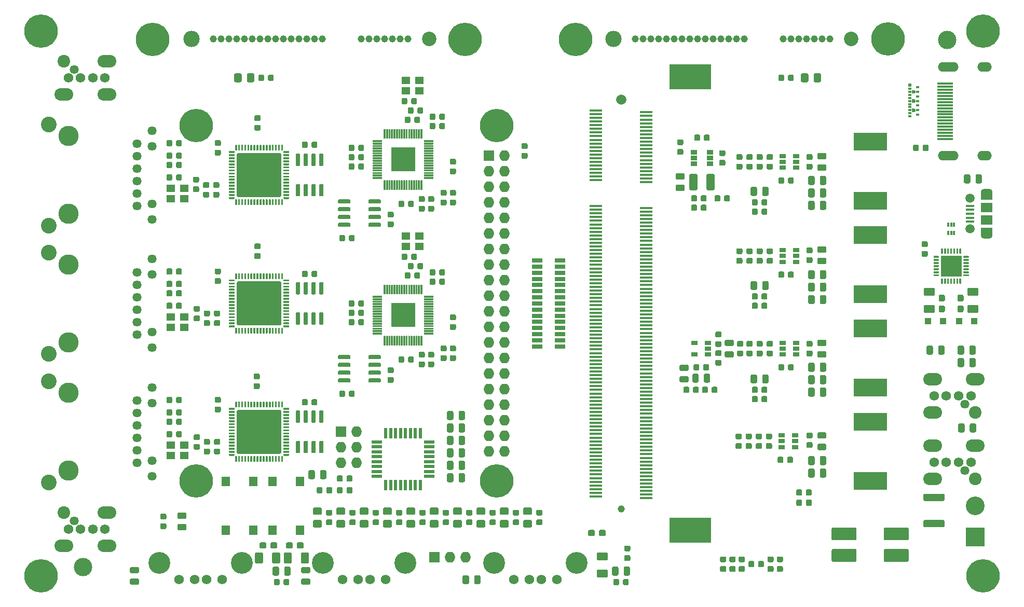
<source format=gbr>
%TF.GenerationSoftware,KiCad,Pcbnew,(5.1.5)-3*%
%TF.CreationDate,2020-11-13T11:58:21+01:00*%
%TF.ProjectId,RpiSecLab,52706953-6563-44c6-9162-2e6b69636164,rev?*%
%TF.SameCoordinates,Original*%
%TF.FileFunction,Soldermask,Top*%
%TF.FilePolarity,Negative*%
%FSLAX46Y46*%
G04 Gerber Fmt 4.6, Leading zero omitted, Abs format (unit mm)*
G04 Created by KiCad (PCBNEW (5.1.5)-3) date 2020-11-13 11:58:21*
%MOMM*%
%LPD*%
G04 APERTURE LIST*
%ADD10C,3.000000*%
%ADD11C,0.100000*%
%ADD12C,2.360000*%
%ADD13C,2.660000*%
%ADD14C,1.160000*%
%ADD15R,5.460000X2.960000*%
%ADD16C,0.860000*%
%ADD17C,5.460000*%
%ADD18R,1.460000X1.260000*%
%ADD19R,6.860000X4.060000*%
%ADD20C,1.660000*%
%ADD21R,2.060000X0.410000*%
%ADD22R,0.310000X0.660000*%
%ADD23R,1.060000X1.060000*%
%ADD24R,0.560000X0.510000*%
%ADD25R,0.560000X0.360000*%
%ADD26R,3.410000X3.410000*%
%ADD27R,1.660000X0.610000*%
%ADD28R,0.610000X1.660000*%
%ADD29C,1.060000*%
%ADD30R,3.960000X3.960000*%
%ADD31R,1.120000X0.710000*%
%ADD32R,1.760000X1.760000*%
%ADD33O,1.760000X1.760000*%
%ADD34R,2.660000X0.360000*%
%ADD35O,2.360000X1.560000*%
%ADD36O,3.360000X1.560000*%
%ADD37R,1.760000X0.660000*%
%ADD38R,1.960000X1.560000*%
%ADD39C,1.510000*%
%ADD40R,1.410000X0.460000*%
%ADD41O,1.960000X1.260000*%
%ADD42R,1.960000X1.260000*%
%ADD43C,1.460000*%
%ADD44C,2.560000*%
%ADD45C,3.310000*%
%ADD46C,1.560000*%
%ADD47C,2.060000*%
%ADD48O,3.060000X2.060000*%
%ADD49C,3.560000*%
%ADD50R,3.060000X3.060000*%
%ADD51C,3.060000*%
%ADD52R,1.360000X1.610000*%
G04 APERTURE END LIST*
D10*
X34140000Y-142060000D03*
X175140000Y-56060000D03*
D11*
G36*
X137899162Y-81411126D02*
G01*
X137921852Y-81414491D01*
X137944104Y-81420065D01*
X137965702Y-81427793D01*
X137986439Y-81437601D01*
X138006115Y-81449394D01*
X138024539Y-81463059D01*
X138041536Y-81478464D01*
X138056941Y-81495461D01*
X138070606Y-81513885D01*
X138082399Y-81533561D01*
X138092207Y-81554298D01*
X138099935Y-81575896D01*
X138105509Y-81598148D01*
X138108874Y-81620838D01*
X138110000Y-81643750D01*
X138110000Y-82186250D01*
X138108874Y-82209162D01*
X138105509Y-82231852D01*
X138099935Y-82254104D01*
X138092207Y-82275702D01*
X138082399Y-82296439D01*
X138070606Y-82316115D01*
X138056941Y-82334539D01*
X138041536Y-82351536D01*
X138024539Y-82366941D01*
X138006115Y-82380606D01*
X137986439Y-82392399D01*
X137965702Y-82402207D01*
X137944104Y-82409935D01*
X137921852Y-82415509D01*
X137899162Y-82418874D01*
X137876250Y-82420000D01*
X137408750Y-82420000D01*
X137385838Y-82418874D01*
X137363148Y-82415509D01*
X137340896Y-82409935D01*
X137319298Y-82402207D01*
X137298561Y-82392399D01*
X137278885Y-82380606D01*
X137260461Y-82366941D01*
X137243464Y-82351536D01*
X137228059Y-82334539D01*
X137214394Y-82316115D01*
X137202601Y-82296439D01*
X137192793Y-82275702D01*
X137185065Y-82254104D01*
X137179491Y-82231852D01*
X137176126Y-82209162D01*
X137175000Y-82186250D01*
X137175000Y-81643750D01*
X137176126Y-81620838D01*
X137179491Y-81598148D01*
X137185065Y-81575896D01*
X137192793Y-81554298D01*
X137202601Y-81533561D01*
X137214394Y-81513885D01*
X137228059Y-81495461D01*
X137243464Y-81478464D01*
X137260461Y-81463059D01*
X137278885Y-81449394D01*
X137298561Y-81437601D01*
X137319298Y-81427793D01*
X137340896Y-81420065D01*
X137363148Y-81414491D01*
X137385838Y-81411126D01*
X137408750Y-81410000D01*
X137876250Y-81410000D01*
X137899162Y-81411126D01*
G37*
G36*
X139474162Y-81411126D02*
G01*
X139496852Y-81414491D01*
X139519104Y-81420065D01*
X139540702Y-81427793D01*
X139561439Y-81437601D01*
X139581115Y-81449394D01*
X139599539Y-81463059D01*
X139616536Y-81478464D01*
X139631941Y-81495461D01*
X139645606Y-81513885D01*
X139657399Y-81533561D01*
X139667207Y-81554298D01*
X139674935Y-81575896D01*
X139680509Y-81598148D01*
X139683874Y-81620838D01*
X139685000Y-81643750D01*
X139685000Y-82186250D01*
X139683874Y-82209162D01*
X139680509Y-82231852D01*
X139674935Y-82254104D01*
X139667207Y-82275702D01*
X139657399Y-82296439D01*
X139645606Y-82316115D01*
X139631941Y-82334539D01*
X139616536Y-82351536D01*
X139599539Y-82366941D01*
X139581115Y-82380606D01*
X139561439Y-82392399D01*
X139540702Y-82402207D01*
X139519104Y-82409935D01*
X139496852Y-82415509D01*
X139474162Y-82418874D01*
X139451250Y-82420000D01*
X138983750Y-82420000D01*
X138960838Y-82418874D01*
X138938148Y-82415509D01*
X138915896Y-82409935D01*
X138894298Y-82402207D01*
X138873561Y-82392399D01*
X138853885Y-82380606D01*
X138835461Y-82366941D01*
X138818464Y-82351536D01*
X138803059Y-82334539D01*
X138789394Y-82316115D01*
X138777601Y-82296439D01*
X138767793Y-82275702D01*
X138760065Y-82254104D01*
X138754491Y-82231852D01*
X138751126Y-82209162D01*
X138750000Y-82186250D01*
X138750000Y-81643750D01*
X138751126Y-81620838D01*
X138754491Y-81598148D01*
X138760065Y-81575896D01*
X138767793Y-81554298D01*
X138777601Y-81533561D01*
X138789394Y-81513885D01*
X138803059Y-81495461D01*
X138818464Y-81478464D01*
X138835461Y-81463059D01*
X138853885Y-81449394D01*
X138873561Y-81437601D01*
X138894298Y-81427793D01*
X138915896Y-81420065D01*
X138938148Y-81414491D01*
X138960838Y-81411126D01*
X138983750Y-81410000D01*
X139451250Y-81410000D01*
X139474162Y-81411126D01*
G37*
G36*
X171744162Y-90491126D02*
G01*
X171766852Y-90494491D01*
X171789104Y-90500065D01*
X171810702Y-90507793D01*
X171831439Y-90517601D01*
X171851115Y-90529394D01*
X171869539Y-90543059D01*
X171886536Y-90558464D01*
X171901941Y-90575461D01*
X171915606Y-90593885D01*
X171927399Y-90613561D01*
X171937207Y-90634298D01*
X171944935Y-90655896D01*
X171950509Y-90678148D01*
X171953874Y-90700838D01*
X171955000Y-90723750D01*
X171955000Y-91191250D01*
X171953874Y-91214162D01*
X171950509Y-91236852D01*
X171944935Y-91259104D01*
X171937207Y-91280702D01*
X171927399Y-91301439D01*
X171915606Y-91321115D01*
X171901941Y-91339539D01*
X171886536Y-91356536D01*
X171869539Y-91371941D01*
X171851115Y-91385606D01*
X171831439Y-91397399D01*
X171810702Y-91407207D01*
X171789104Y-91414935D01*
X171766852Y-91420509D01*
X171744162Y-91423874D01*
X171721250Y-91425000D01*
X171178750Y-91425000D01*
X171155838Y-91423874D01*
X171133148Y-91420509D01*
X171110896Y-91414935D01*
X171089298Y-91407207D01*
X171068561Y-91397399D01*
X171048885Y-91385606D01*
X171030461Y-91371941D01*
X171013464Y-91356536D01*
X170998059Y-91339539D01*
X170984394Y-91321115D01*
X170972601Y-91301439D01*
X170962793Y-91280702D01*
X170955065Y-91259104D01*
X170949491Y-91236852D01*
X170946126Y-91214162D01*
X170945000Y-91191250D01*
X170945000Y-90723750D01*
X170946126Y-90700838D01*
X170949491Y-90678148D01*
X170955065Y-90655896D01*
X170962793Y-90634298D01*
X170972601Y-90613561D01*
X170984394Y-90593885D01*
X170998059Y-90575461D01*
X171013464Y-90558464D01*
X171030461Y-90543059D01*
X171048885Y-90529394D01*
X171068561Y-90517601D01*
X171089298Y-90507793D01*
X171110896Y-90500065D01*
X171133148Y-90494491D01*
X171155838Y-90491126D01*
X171178750Y-90490000D01*
X171721250Y-90490000D01*
X171744162Y-90491126D01*
G37*
G36*
X171744162Y-88916126D02*
G01*
X171766852Y-88919491D01*
X171789104Y-88925065D01*
X171810702Y-88932793D01*
X171831439Y-88942601D01*
X171851115Y-88954394D01*
X171869539Y-88968059D01*
X171886536Y-88983464D01*
X171901941Y-89000461D01*
X171915606Y-89018885D01*
X171927399Y-89038561D01*
X171937207Y-89059298D01*
X171944935Y-89080896D01*
X171950509Y-89103148D01*
X171953874Y-89125838D01*
X171955000Y-89148750D01*
X171955000Y-89616250D01*
X171953874Y-89639162D01*
X171950509Y-89661852D01*
X171944935Y-89684104D01*
X171937207Y-89705702D01*
X171927399Y-89726439D01*
X171915606Y-89746115D01*
X171901941Y-89764539D01*
X171886536Y-89781536D01*
X171869539Y-89796941D01*
X171851115Y-89810606D01*
X171831439Y-89822399D01*
X171810702Y-89832207D01*
X171789104Y-89839935D01*
X171766852Y-89845509D01*
X171744162Y-89848874D01*
X171721250Y-89850000D01*
X171178750Y-89850000D01*
X171155838Y-89848874D01*
X171133148Y-89845509D01*
X171110896Y-89839935D01*
X171089298Y-89832207D01*
X171068561Y-89822399D01*
X171048885Y-89810606D01*
X171030461Y-89796941D01*
X171013464Y-89781536D01*
X170998059Y-89764539D01*
X170984394Y-89746115D01*
X170972601Y-89726439D01*
X170962793Y-89705702D01*
X170955065Y-89684104D01*
X170949491Y-89661852D01*
X170946126Y-89639162D01*
X170945000Y-89616250D01*
X170945000Y-89148750D01*
X170946126Y-89125838D01*
X170949491Y-89103148D01*
X170955065Y-89080896D01*
X170962793Y-89059298D01*
X170972601Y-89038561D01*
X170984394Y-89018885D01*
X170998059Y-89000461D01*
X171013464Y-88983464D01*
X171030461Y-88968059D01*
X171048885Y-88954394D01*
X171068561Y-88942601D01*
X171089298Y-88932793D01*
X171110896Y-88925065D01*
X171133148Y-88919491D01*
X171155838Y-88916126D01*
X171178750Y-88915000D01*
X171721250Y-88915000D01*
X171744162Y-88916126D01*
G37*
G36*
X171859162Y-73156126D02*
G01*
X171881852Y-73159491D01*
X171904104Y-73165065D01*
X171925702Y-73172793D01*
X171946439Y-73182601D01*
X171966115Y-73194394D01*
X171984539Y-73208059D01*
X172001536Y-73223464D01*
X172016941Y-73240461D01*
X172030606Y-73258885D01*
X172042399Y-73278561D01*
X172052207Y-73299298D01*
X172059935Y-73320896D01*
X172065509Y-73343148D01*
X172068874Y-73365838D01*
X172070000Y-73388750D01*
X172070000Y-73931250D01*
X172068874Y-73954162D01*
X172065509Y-73976852D01*
X172059935Y-73999104D01*
X172052207Y-74020702D01*
X172042399Y-74041439D01*
X172030606Y-74061115D01*
X172016941Y-74079539D01*
X172001536Y-74096536D01*
X171984539Y-74111941D01*
X171966115Y-74125606D01*
X171946439Y-74137399D01*
X171925702Y-74147207D01*
X171904104Y-74154935D01*
X171881852Y-74160509D01*
X171859162Y-74163874D01*
X171836250Y-74165000D01*
X171368750Y-74165000D01*
X171345838Y-74163874D01*
X171323148Y-74160509D01*
X171300896Y-74154935D01*
X171279298Y-74147207D01*
X171258561Y-74137399D01*
X171238885Y-74125606D01*
X171220461Y-74111941D01*
X171203464Y-74096536D01*
X171188059Y-74079539D01*
X171174394Y-74061115D01*
X171162601Y-74041439D01*
X171152793Y-74020702D01*
X171145065Y-73999104D01*
X171139491Y-73976852D01*
X171136126Y-73954162D01*
X171135000Y-73931250D01*
X171135000Y-73388750D01*
X171136126Y-73365838D01*
X171139491Y-73343148D01*
X171145065Y-73320896D01*
X171152793Y-73299298D01*
X171162601Y-73278561D01*
X171174394Y-73258885D01*
X171188059Y-73240461D01*
X171203464Y-73223464D01*
X171220461Y-73208059D01*
X171238885Y-73194394D01*
X171258561Y-73182601D01*
X171279298Y-73172793D01*
X171300896Y-73165065D01*
X171323148Y-73159491D01*
X171345838Y-73156126D01*
X171368750Y-73155000D01*
X171836250Y-73155000D01*
X171859162Y-73156126D01*
G37*
G36*
X170284162Y-73156126D02*
G01*
X170306852Y-73159491D01*
X170329104Y-73165065D01*
X170350702Y-73172793D01*
X170371439Y-73182601D01*
X170391115Y-73194394D01*
X170409539Y-73208059D01*
X170426536Y-73223464D01*
X170441941Y-73240461D01*
X170455606Y-73258885D01*
X170467399Y-73278561D01*
X170477207Y-73299298D01*
X170484935Y-73320896D01*
X170490509Y-73343148D01*
X170493874Y-73365838D01*
X170495000Y-73388750D01*
X170495000Y-73931250D01*
X170493874Y-73954162D01*
X170490509Y-73976852D01*
X170484935Y-73999104D01*
X170477207Y-74020702D01*
X170467399Y-74041439D01*
X170455606Y-74061115D01*
X170441941Y-74079539D01*
X170426536Y-74096536D01*
X170409539Y-74111941D01*
X170391115Y-74125606D01*
X170371439Y-74137399D01*
X170350702Y-74147207D01*
X170329104Y-74154935D01*
X170306852Y-74160509D01*
X170284162Y-74163874D01*
X170261250Y-74165000D01*
X169793750Y-74165000D01*
X169770838Y-74163874D01*
X169748148Y-74160509D01*
X169725896Y-74154935D01*
X169704298Y-74147207D01*
X169683561Y-74137399D01*
X169663885Y-74125606D01*
X169645461Y-74111941D01*
X169628464Y-74096536D01*
X169613059Y-74079539D01*
X169599394Y-74061115D01*
X169587601Y-74041439D01*
X169577793Y-74020702D01*
X169570065Y-73999104D01*
X169564491Y-73976852D01*
X169561126Y-73954162D01*
X169560000Y-73931250D01*
X169560000Y-73388750D01*
X169561126Y-73365838D01*
X169564491Y-73343148D01*
X169570065Y-73320896D01*
X169577793Y-73299298D01*
X169587601Y-73278561D01*
X169599394Y-73258885D01*
X169613059Y-73240461D01*
X169628464Y-73223464D01*
X169645461Y-73208059D01*
X169663885Y-73194394D01*
X169683561Y-73182601D01*
X169704298Y-73172793D01*
X169725896Y-73165065D01*
X169748148Y-73159491D01*
X169770838Y-73156126D01*
X169793750Y-73155000D01*
X170261250Y-73155000D01*
X170284162Y-73156126D01*
G37*
D12*
X90612000Y-55880000D03*
D13*
X51882000Y-55880000D03*
D14*
X87122000Y-55880000D03*
X85852000Y-55880000D03*
X84582000Y-55880000D03*
X83312000Y-55880000D03*
X82042000Y-55880000D03*
X80772000Y-55880000D03*
X79502000Y-55880000D03*
X73152000Y-55880000D03*
X71882000Y-55880000D03*
X70612000Y-55880000D03*
X69342000Y-55880000D03*
X68072000Y-55880000D03*
X66802000Y-55880000D03*
X65532000Y-55880000D03*
X64262000Y-55880000D03*
X62992000Y-55880000D03*
X61722000Y-55880000D03*
X60452000Y-55880000D03*
X59182000Y-55880000D03*
X57912000Y-55880000D03*
X56642000Y-55880000D03*
X55372000Y-55880000D03*
D11*
G36*
X94342612Y-120683246D02*
G01*
X94367730Y-120686972D01*
X94392361Y-120693142D01*
X94416269Y-120701696D01*
X94439224Y-120712553D01*
X94461004Y-120725607D01*
X94481399Y-120740734D01*
X94500214Y-120757786D01*
X94517266Y-120776601D01*
X94532393Y-120796996D01*
X94545447Y-120818776D01*
X94556304Y-120841731D01*
X94564858Y-120865639D01*
X94571028Y-120890270D01*
X94574754Y-120915388D01*
X94576000Y-120940750D01*
X94576000Y-121883250D01*
X94574754Y-121908612D01*
X94571028Y-121933730D01*
X94564858Y-121958361D01*
X94556304Y-121982269D01*
X94545447Y-122005224D01*
X94532393Y-122027004D01*
X94517266Y-122047399D01*
X94500214Y-122066214D01*
X94481399Y-122083266D01*
X94461004Y-122098393D01*
X94439224Y-122111447D01*
X94416269Y-122122304D01*
X94392361Y-122130858D01*
X94367730Y-122137028D01*
X94342612Y-122140754D01*
X94317250Y-122142000D01*
X93799750Y-122142000D01*
X93774388Y-122140754D01*
X93749270Y-122137028D01*
X93724639Y-122130858D01*
X93700731Y-122122304D01*
X93677776Y-122111447D01*
X93655996Y-122098393D01*
X93635601Y-122083266D01*
X93616786Y-122066214D01*
X93599734Y-122047399D01*
X93584607Y-122027004D01*
X93571553Y-122005224D01*
X93560696Y-121982269D01*
X93552142Y-121958361D01*
X93545972Y-121933730D01*
X93542246Y-121908612D01*
X93541000Y-121883250D01*
X93541000Y-120940750D01*
X93542246Y-120915388D01*
X93545972Y-120890270D01*
X93552142Y-120865639D01*
X93560696Y-120841731D01*
X93571553Y-120818776D01*
X93584607Y-120796996D01*
X93599734Y-120776601D01*
X93616786Y-120757786D01*
X93635601Y-120740734D01*
X93655996Y-120725607D01*
X93677776Y-120712553D01*
X93700731Y-120701696D01*
X93724639Y-120693142D01*
X93749270Y-120686972D01*
X93774388Y-120683246D01*
X93799750Y-120682000D01*
X94317250Y-120682000D01*
X94342612Y-120683246D01*
G37*
G36*
X96217612Y-120683246D02*
G01*
X96242730Y-120686972D01*
X96267361Y-120693142D01*
X96291269Y-120701696D01*
X96314224Y-120712553D01*
X96336004Y-120725607D01*
X96356399Y-120740734D01*
X96375214Y-120757786D01*
X96392266Y-120776601D01*
X96407393Y-120796996D01*
X96420447Y-120818776D01*
X96431304Y-120841731D01*
X96439858Y-120865639D01*
X96446028Y-120890270D01*
X96449754Y-120915388D01*
X96451000Y-120940750D01*
X96451000Y-121883250D01*
X96449754Y-121908612D01*
X96446028Y-121933730D01*
X96439858Y-121958361D01*
X96431304Y-121982269D01*
X96420447Y-122005224D01*
X96407393Y-122027004D01*
X96392266Y-122047399D01*
X96375214Y-122066214D01*
X96356399Y-122083266D01*
X96336004Y-122098393D01*
X96314224Y-122111447D01*
X96291269Y-122122304D01*
X96267361Y-122130858D01*
X96242730Y-122137028D01*
X96217612Y-122140754D01*
X96192250Y-122142000D01*
X95674750Y-122142000D01*
X95649388Y-122140754D01*
X95624270Y-122137028D01*
X95599639Y-122130858D01*
X95575731Y-122122304D01*
X95552776Y-122111447D01*
X95530996Y-122098393D01*
X95510601Y-122083266D01*
X95491786Y-122066214D01*
X95474734Y-122047399D01*
X95459607Y-122027004D01*
X95446553Y-122005224D01*
X95435696Y-121982269D01*
X95427142Y-121958361D01*
X95420972Y-121933730D01*
X95417246Y-121908612D01*
X95416000Y-121883250D01*
X95416000Y-120940750D01*
X95417246Y-120915388D01*
X95420972Y-120890270D01*
X95427142Y-120865639D01*
X95435696Y-120841731D01*
X95446553Y-120818776D01*
X95459607Y-120796996D01*
X95474734Y-120776601D01*
X95491786Y-120757786D01*
X95510601Y-120740734D01*
X95530996Y-120725607D01*
X95552776Y-120712553D01*
X95575731Y-120701696D01*
X95599639Y-120693142D01*
X95624270Y-120686972D01*
X95649388Y-120683246D01*
X95674750Y-120682000D01*
X96192250Y-120682000D01*
X96217612Y-120683246D01*
G37*
D15*
X162560000Y-128040000D03*
X162560000Y-118340000D03*
D11*
G36*
X143436362Y-141101126D02*
G01*
X143459052Y-141104491D01*
X143481304Y-141110065D01*
X143502902Y-141117793D01*
X143523639Y-141127601D01*
X143543315Y-141139394D01*
X143561739Y-141153059D01*
X143578736Y-141168464D01*
X143594141Y-141185461D01*
X143607806Y-141203885D01*
X143619599Y-141223561D01*
X143629407Y-141244298D01*
X143637135Y-141265896D01*
X143642709Y-141288148D01*
X143646074Y-141310838D01*
X143647200Y-141333750D01*
X143647200Y-141876250D01*
X143646074Y-141899162D01*
X143642709Y-141921852D01*
X143637135Y-141944104D01*
X143629407Y-141965702D01*
X143619599Y-141986439D01*
X143607806Y-142006115D01*
X143594141Y-142024539D01*
X143578736Y-142041536D01*
X143561739Y-142056941D01*
X143543315Y-142070606D01*
X143523639Y-142082399D01*
X143502902Y-142092207D01*
X143481304Y-142099935D01*
X143459052Y-142105509D01*
X143436362Y-142108874D01*
X143413450Y-142110000D01*
X142945950Y-142110000D01*
X142923038Y-142108874D01*
X142900348Y-142105509D01*
X142878096Y-142099935D01*
X142856498Y-142092207D01*
X142835761Y-142082399D01*
X142816085Y-142070606D01*
X142797661Y-142056941D01*
X142780664Y-142041536D01*
X142765259Y-142024539D01*
X142751594Y-142006115D01*
X142739801Y-141986439D01*
X142729993Y-141965702D01*
X142722265Y-141944104D01*
X142716691Y-141921852D01*
X142713326Y-141899162D01*
X142712200Y-141876250D01*
X142712200Y-141333750D01*
X142713326Y-141310838D01*
X142716691Y-141288148D01*
X142722265Y-141265896D01*
X142729993Y-141244298D01*
X142739801Y-141223561D01*
X142751594Y-141203885D01*
X142765259Y-141185461D01*
X142780664Y-141168464D01*
X142797661Y-141153059D01*
X142816085Y-141139394D01*
X142835761Y-141127601D01*
X142856498Y-141117793D01*
X142878096Y-141110065D01*
X142900348Y-141104491D01*
X142923038Y-141101126D01*
X142945950Y-141100000D01*
X143413450Y-141100000D01*
X143436362Y-141101126D01*
G37*
G36*
X145011362Y-141101126D02*
G01*
X145034052Y-141104491D01*
X145056304Y-141110065D01*
X145077902Y-141117793D01*
X145098639Y-141127601D01*
X145118315Y-141139394D01*
X145136739Y-141153059D01*
X145153736Y-141168464D01*
X145169141Y-141185461D01*
X145182806Y-141203885D01*
X145194599Y-141223561D01*
X145204407Y-141244298D01*
X145212135Y-141265896D01*
X145217709Y-141288148D01*
X145221074Y-141310838D01*
X145222200Y-141333750D01*
X145222200Y-141876250D01*
X145221074Y-141899162D01*
X145217709Y-141921852D01*
X145212135Y-141944104D01*
X145204407Y-141965702D01*
X145194599Y-141986439D01*
X145182806Y-142006115D01*
X145169141Y-142024539D01*
X145153736Y-142041536D01*
X145136739Y-142056941D01*
X145118315Y-142070606D01*
X145098639Y-142082399D01*
X145077902Y-142092207D01*
X145056304Y-142099935D01*
X145034052Y-142105509D01*
X145011362Y-142108874D01*
X144988450Y-142110000D01*
X144520950Y-142110000D01*
X144498038Y-142108874D01*
X144475348Y-142105509D01*
X144453096Y-142099935D01*
X144431498Y-142092207D01*
X144410761Y-142082399D01*
X144391085Y-142070606D01*
X144372661Y-142056941D01*
X144355664Y-142041536D01*
X144340259Y-142024539D01*
X144326594Y-142006115D01*
X144314801Y-141986439D01*
X144304993Y-141965702D01*
X144297265Y-141944104D01*
X144291691Y-141921852D01*
X144288326Y-141899162D01*
X144287200Y-141876250D01*
X144287200Y-141333750D01*
X144288326Y-141310838D01*
X144291691Y-141288148D01*
X144297265Y-141265896D01*
X144304993Y-141244298D01*
X144314801Y-141223561D01*
X144326594Y-141203885D01*
X144340259Y-141185461D01*
X144355664Y-141168464D01*
X144372661Y-141153059D01*
X144391085Y-141139394D01*
X144410761Y-141127601D01*
X144431498Y-141117793D01*
X144453096Y-141110065D01*
X144475348Y-141104491D01*
X144498038Y-141101126D01*
X144520950Y-141100000D01*
X144988450Y-141100000D01*
X145011362Y-141101126D01*
G37*
G36*
X138876562Y-141926126D02*
G01*
X138899252Y-141929491D01*
X138921504Y-141935065D01*
X138943102Y-141942793D01*
X138963839Y-141952601D01*
X138983515Y-141964394D01*
X139001939Y-141978059D01*
X139018936Y-141993464D01*
X139034341Y-142010461D01*
X139048006Y-142028885D01*
X139059799Y-142048561D01*
X139069607Y-142069298D01*
X139077335Y-142090896D01*
X139082909Y-142113148D01*
X139086274Y-142135838D01*
X139087400Y-142158750D01*
X139087400Y-142626250D01*
X139086274Y-142649162D01*
X139082909Y-142671852D01*
X139077335Y-142694104D01*
X139069607Y-142715702D01*
X139059799Y-142736439D01*
X139048006Y-142756115D01*
X139034341Y-142774539D01*
X139018936Y-142791536D01*
X139001939Y-142806941D01*
X138983515Y-142820606D01*
X138963839Y-142832399D01*
X138943102Y-142842207D01*
X138921504Y-142849935D01*
X138899252Y-142855509D01*
X138876562Y-142858874D01*
X138853650Y-142860000D01*
X138311150Y-142860000D01*
X138288238Y-142858874D01*
X138265548Y-142855509D01*
X138243296Y-142849935D01*
X138221698Y-142842207D01*
X138200961Y-142832399D01*
X138181285Y-142820606D01*
X138162861Y-142806941D01*
X138145864Y-142791536D01*
X138130459Y-142774539D01*
X138116794Y-142756115D01*
X138105001Y-142736439D01*
X138095193Y-142715702D01*
X138087465Y-142694104D01*
X138081891Y-142671852D01*
X138078526Y-142649162D01*
X138077400Y-142626250D01*
X138077400Y-142158750D01*
X138078526Y-142135838D01*
X138081891Y-142113148D01*
X138087465Y-142090896D01*
X138095193Y-142069298D01*
X138105001Y-142048561D01*
X138116794Y-142028885D01*
X138130459Y-142010461D01*
X138145864Y-141993464D01*
X138162861Y-141978059D01*
X138181285Y-141964394D01*
X138200961Y-141952601D01*
X138221698Y-141942793D01*
X138243296Y-141935065D01*
X138265548Y-141929491D01*
X138288238Y-141926126D01*
X138311150Y-141925000D01*
X138853650Y-141925000D01*
X138876562Y-141926126D01*
G37*
G36*
X138876562Y-140351126D02*
G01*
X138899252Y-140354491D01*
X138921504Y-140360065D01*
X138943102Y-140367793D01*
X138963839Y-140377601D01*
X138983515Y-140389394D01*
X139001939Y-140403059D01*
X139018936Y-140418464D01*
X139034341Y-140435461D01*
X139048006Y-140453885D01*
X139059799Y-140473561D01*
X139069607Y-140494298D01*
X139077335Y-140515896D01*
X139082909Y-140538148D01*
X139086274Y-140560838D01*
X139087400Y-140583750D01*
X139087400Y-141051250D01*
X139086274Y-141074162D01*
X139082909Y-141096852D01*
X139077335Y-141119104D01*
X139069607Y-141140702D01*
X139059799Y-141161439D01*
X139048006Y-141181115D01*
X139034341Y-141199539D01*
X139018936Y-141216536D01*
X139001939Y-141231941D01*
X138983515Y-141245606D01*
X138963839Y-141257399D01*
X138943102Y-141267207D01*
X138921504Y-141274935D01*
X138899252Y-141280509D01*
X138876562Y-141283874D01*
X138853650Y-141285000D01*
X138311150Y-141285000D01*
X138288238Y-141283874D01*
X138265548Y-141280509D01*
X138243296Y-141274935D01*
X138221698Y-141267207D01*
X138200961Y-141257399D01*
X138181285Y-141245606D01*
X138162861Y-141231941D01*
X138145864Y-141216536D01*
X138130459Y-141199539D01*
X138116794Y-141181115D01*
X138105001Y-141161439D01*
X138095193Y-141140702D01*
X138087465Y-141119104D01*
X138081891Y-141096852D01*
X138078526Y-141074162D01*
X138077400Y-141051250D01*
X138077400Y-140583750D01*
X138078526Y-140560838D01*
X138081891Y-140538148D01*
X138087465Y-140515896D01*
X138095193Y-140494298D01*
X138105001Y-140473561D01*
X138116794Y-140453885D01*
X138130459Y-140435461D01*
X138145864Y-140418464D01*
X138162861Y-140403059D01*
X138181285Y-140389394D01*
X138200961Y-140377601D01*
X138221698Y-140367793D01*
X138243296Y-140360065D01*
X138265548Y-140354491D01*
X138288238Y-140351126D01*
X138311150Y-140350000D01*
X138853650Y-140350000D01*
X138876562Y-140351126D01*
G37*
D16*
X166931891Y-54448109D03*
X165500000Y-53855000D03*
X164068109Y-54448109D03*
X163475000Y-55880000D03*
X164068109Y-57311891D03*
X165500000Y-57905000D03*
X166931891Y-57311891D03*
X167525000Y-55880000D03*
D17*
X165500000Y-55880000D03*
D16*
X115931891Y-54568109D03*
X114500000Y-53975000D03*
X113068109Y-54568109D03*
X112475000Y-56000000D03*
X113068109Y-57431891D03*
X114500000Y-58025000D03*
X115931891Y-57431891D03*
X116525000Y-56000000D03*
D17*
X114500000Y-56000000D03*
D16*
X97931891Y-54568109D03*
X96500000Y-53975000D03*
X95068109Y-54568109D03*
X94475000Y-56000000D03*
X95068109Y-57431891D03*
X96500000Y-58025000D03*
X97931891Y-57431891D03*
X98525000Y-56000000D03*
D17*
X96500000Y-56000000D03*
D16*
X46931891Y-54568109D03*
X45500000Y-53975000D03*
X44068109Y-54568109D03*
X43475000Y-56000000D03*
X44068109Y-57431891D03*
X45500000Y-58025000D03*
X46931891Y-57431891D03*
X47525000Y-56000000D03*
D17*
X45500000Y-56000000D03*
D18*
X50630000Y-80303000D03*
X48430000Y-80303000D03*
X48430000Y-82003000D03*
X50630000Y-82003000D03*
D11*
G36*
X52872162Y-78375126D02*
G01*
X52894852Y-78378491D01*
X52917104Y-78384065D01*
X52938702Y-78391793D01*
X52959439Y-78401601D01*
X52979115Y-78413394D01*
X52997539Y-78427059D01*
X53014536Y-78442464D01*
X53029941Y-78459461D01*
X53043606Y-78477885D01*
X53055399Y-78497561D01*
X53065207Y-78518298D01*
X53072935Y-78539896D01*
X53078509Y-78562148D01*
X53081874Y-78584838D01*
X53083000Y-78607750D01*
X53083000Y-79075250D01*
X53081874Y-79098162D01*
X53078509Y-79120852D01*
X53072935Y-79143104D01*
X53065207Y-79164702D01*
X53055399Y-79185439D01*
X53043606Y-79205115D01*
X53029941Y-79223539D01*
X53014536Y-79240536D01*
X52997539Y-79255941D01*
X52979115Y-79269606D01*
X52959439Y-79281399D01*
X52938702Y-79291207D01*
X52917104Y-79298935D01*
X52894852Y-79304509D01*
X52872162Y-79307874D01*
X52849250Y-79309000D01*
X52306750Y-79309000D01*
X52283838Y-79307874D01*
X52261148Y-79304509D01*
X52238896Y-79298935D01*
X52217298Y-79291207D01*
X52196561Y-79281399D01*
X52176885Y-79269606D01*
X52158461Y-79255941D01*
X52141464Y-79240536D01*
X52126059Y-79223539D01*
X52112394Y-79205115D01*
X52100601Y-79185439D01*
X52090793Y-79164702D01*
X52083065Y-79143104D01*
X52077491Y-79120852D01*
X52074126Y-79098162D01*
X52073000Y-79075250D01*
X52073000Y-78607750D01*
X52074126Y-78584838D01*
X52077491Y-78562148D01*
X52083065Y-78539896D01*
X52090793Y-78518298D01*
X52100601Y-78497561D01*
X52112394Y-78477885D01*
X52126059Y-78459461D01*
X52141464Y-78442464D01*
X52158461Y-78427059D01*
X52176885Y-78413394D01*
X52196561Y-78401601D01*
X52217298Y-78391793D01*
X52238896Y-78384065D01*
X52261148Y-78378491D01*
X52283838Y-78375126D01*
X52306750Y-78374000D01*
X52849250Y-78374000D01*
X52872162Y-78375126D01*
G37*
G36*
X52872162Y-79950126D02*
G01*
X52894852Y-79953491D01*
X52917104Y-79959065D01*
X52938702Y-79966793D01*
X52959439Y-79976601D01*
X52979115Y-79988394D01*
X52997539Y-80002059D01*
X53014536Y-80017464D01*
X53029941Y-80034461D01*
X53043606Y-80052885D01*
X53055399Y-80072561D01*
X53065207Y-80093298D01*
X53072935Y-80114896D01*
X53078509Y-80137148D01*
X53081874Y-80159838D01*
X53083000Y-80182750D01*
X53083000Y-80650250D01*
X53081874Y-80673162D01*
X53078509Y-80695852D01*
X53072935Y-80718104D01*
X53065207Y-80739702D01*
X53055399Y-80760439D01*
X53043606Y-80780115D01*
X53029941Y-80798539D01*
X53014536Y-80815536D01*
X52997539Y-80830941D01*
X52979115Y-80844606D01*
X52959439Y-80856399D01*
X52938702Y-80866207D01*
X52917104Y-80873935D01*
X52894852Y-80879509D01*
X52872162Y-80882874D01*
X52849250Y-80884000D01*
X52306750Y-80884000D01*
X52283838Y-80882874D01*
X52261148Y-80879509D01*
X52238896Y-80873935D01*
X52217298Y-80866207D01*
X52196561Y-80856399D01*
X52176885Y-80844606D01*
X52158461Y-80830941D01*
X52141464Y-80815536D01*
X52126059Y-80798539D01*
X52112394Y-80780115D01*
X52100601Y-80760439D01*
X52090793Y-80739702D01*
X52083065Y-80718104D01*
X52077491Y-80695852D01*
X52074126Y-80673162D01*
X52073000Y-80650250D01*
X52073000Y-80182750D01*
X52074126Y-80159838D01*
X52077491Y-80137148D01*
X52083065Y-80114896D01*
X52090793Y-80093298D01*
X52100601Y-80072561D01*
X52112394Y-80052885D01*
X52126059Y-80034461D01*
X52141464Y-80017464D01*
X52158461Y-80002059D01*
X52176885Y-79988394D01*
X52196561Y-79976601D01*
X52217298Y-79966793D01*
X52238896Y-79959065D01*
X52261148Y-79953491D01*
X52283838Y-79950126D01*
X52306750Y-79949000D01*
X52849250Y-79949000D01*
X52872162Y-79950126D01*
G37*
G36*
X58825096Y-81700373D02*
G01*
X58832619Y-81701489D01*
X58839997Y-81703337D01*
X58847158Y-81705899D01*
X58854033Y-81709151D01*
X58860557Y-81713061D01*
X58866665Y-81717592D01*
X58872301Y-81722699D01*
X58877408Y-81728335D01*
X58881939Y-81734443D01*
X58885849Y-81740967D01*
X58889101Y-81747842D01*
X58891663Y-81755003D01*
X58893511Y-81762381D01*
X58894627Y-81769904D01*
X58895000Y-81777500D01*
X58895000Y-81932500D01*
X58894627Y-81940096D01*
X58893511Y-81947619D01*
X58891663Y-81954997D01*
X58889101Y-81962158D01*
X58885849Y-81969033D01*
X58881939Y-81975557D01*
X58877408Y-81981665D01*
X58872301Y-81987301D01*
X58866665Y-81992408D01*
X58860557Y-81996939D01*
X58854033Y-82000849D01*
X58847158Y-82004101D01*
X58839997Y-82006663D01*
X58832619Y-82008511D01*
X58825096Y-82009627D01*
X58817500Y-82010000D01*
X58037500Y-82010000D01*
X58029904Y-82009627D01*
X58022381Y-82008511D01*
X58015003Y-82006663D01*
X58007842Y-82004101D01*
X58000967Y-82000849D01*
X57994443Y-81996939D01*
X57988335Y-81992408D01*
X57982699Y-81987301D01*
X57977592Y-81981665D01*
X57973061Y-81975557D01*
X57969151Y-81969033D01*
X57965899Y-81962158D01*
X57963337Y-81954997D01*
X57961489Y-81947619D01*
X57960373Y-81940096D01*
X57960000Y-81932500D01*
X57960000Y-81777500D01*
X57960373Y-81769904D01*
X57961489Y-81762381D01*
X57963337Y-81755003D01*
X57965899Y-81747842D01*
X57969151Y-81740967D01*
X57973061Y-81734443D01*
X57977592Y-81728335D01*
X57982699Y-81722699D01*
X57988335Y-81717592D01*
X57994443Y-81713061D01*
X58000967Y-81709151D01*
X58007842Y-81705899D01*
X58015003Y-81703337D01*
X58022381Y-81701489D01*
X58029904Y-81700373D01*
X58037500Y-81700000D01*
X58817500Y-81700000D01*
X58825096Y-81700373D01*
G37*
G36*
X58825096Y-81200373D02*
G01*
X58832619Y-81201489D01*
X58839997Y-81203337D01*
X58847158Y-81205899D01*
X58854033Y-81209151D01*
X58860557Y-81213061D01*
X58866665Y-81217592D01*
X58872301Y-81222699D01*
X58877408Y-81228335D01*
X58881939Y-81234443D01*
X58885849Y-81240967D01*
X58889101Y-81247842D01*
X58891663Y-81255003D01*
X58893511Y-81262381D01*
X58894627Y-81269904D01*
X58895000Y-81277500D01*
X58895000Y-81432500D01*
X58894627Y-81440096D01*
X58893511Y-81447619D01*
X58891663Y-81454997D01*
X58889101Y-81462158D01*
X58885849Y-81469033D01*
X58881939Y-81475557D01*
X58877408Y-81481665D01*
X58872301Y-81487301D01*
X58866665Y-81492408D01*
X58860557Y-81496939D01*
X58854033Y-81500849D01*
X58847158Y-81504101D01*
X58839997Y-81506663D01*
X58832619Y-81508511D01*
X58825096Y-81509627D01*
X58817500Y-81510000D01*
X58037500Y-81510000D01*
X58029904Y-81509627D01*
X58022381Y-81508511D01*
X58015003Y-81506663D01*
X58007842Y-81504101D01*
X58000967Y-81500849D01*
X57994443Y-81496939D01*
X57988335Y-81492408D01*
X57982699Y-81487301D01*
X57977592Y-81481665D01*
X57973061Y-81475557D01*
X57969151Y-81469033D01*
X57965899Y-81462158D01*
X57963337Y-81454997D01*
X57961489Y-81447619D01*
X57960373Y-81440096D01*
X57960000Y-81432500D01*
X57960000Y-81277500D01*
X57960373Y-81269904D01*
X57961489Y-81262381D01*
X57963337Y-81255003D01*
X57965899Y-81247842D01*
X57969151Y-81240967D01*
X57973061Y-81234443D01*
X57977592Y-81228335D01*
X57982699Y-81222699D01*
X57988335Y-81217592D01*
X57994443Y-81213061D01*
X58000967Y-81209151D01*
X58007842Y-81205899D01*
X58015003Y-81203337D01*
X58022381Y-81201489D01*
X58029904Y-81200373D01*
X58037500Y-81200000D01*
X58817500Y-81200000D01*
X58825096Y-81200373D01*
G37*
G36*
X58825096Y-80700373D02*
G01*
X58832619Y-80701489D01*
X58839997Y-80703337D01*
X58847158Y-80705899D01*
X58854033Y-80709151D01*
X58860557Y-80713061D01*
X58866665Y-80717592D01*
X58872301Y-80722699D01*
X58877408Y-80728335D01*
X58881939Y-80734443D01*
X58885849Y-80740967D01*
X58889101Y-80747842D01*
X58891663Y-80755003D01*
X58893511Y-80762381D01*
X58894627Y-80769904D01*
X58895000Y-80777500D01*
X58895000Y-80932500D01*
X58894627Y-80940096D01*
X58893511Y-80947619D01*
X58891663Y-80954997D01*
X58889101Y-80962158D01*
X58885849Y-80969033D01*
X58881939Y-80975557D01*
X58877408Y-80981665D01*
X58872301Y-80987301D01*
X58866665Y-80992408D01*
X58860557Y-80996939D01*
X58854033Y-81000849D01*
X58847158Y-81004101D01*
X58839997Y-81006663D01*
X58832619Y-81008511D01*
X58825096Y-81009627D01*
X58817500Y-81010000D01*
X58037500Y-81010000D01*
X58029904Y-81009627D01*
X58022381Y-81008511D01*
X58015003Y-81006663D01*
X58007842Y-81004101D01*
X58000967Y-81000849D01*
X57994443Y-80996939D01*
X57988335Y-80992408D01*
X57982699Y-80987301D01*
X57977592Y-80981665D01*
X57973061Y-80975557D01*
X57969151Y-80969033D01*
X57965899Y-80962158D01*
X57963337Y-80954997D01*
X57961489Y-80947619D01*
X57960373Y-80940096D01*
X57960000Y-80932500D01*
X57960000Y-80777500D01*
X57960373Y-80769904D01*
X57961489Y-80762381D01*
X57963337Y-80755003D01*
X57965899Y-80747842D01*
X57969151Y-80740967D01*
X57973061Y-80734443D01*
X57977592Y-80728335D01*
X57982699Y-80722699D01*
X57988335Y-80717592D01*
X57994443Y-80713061D01*
X58000967Y-80709151D01*
X58007842Y-80705899D01*
X58015003Y-80703337D01*
X58022381Y-80701489D01*
X58029904Y-80700373D01*
X58037500Y-80700000D01*
X58817500Y-80700000D01*
X58825096Y-80700373D01*
G37*
G36*
X58825096Y-80200373D02*
G01*
X58832619Y-80201489D01*
X58839997Y-80203337D01*
X58847158Y-80205899D01*
X58854033Y-80209151D01*
X58860557Y-80213061D01*
X58866665Y-80217592D01*
X58872301Y-80222699D01*
X58877408Y-80228335D01*
X58881939Y-80234443D01*
X58885849Y-80240967D01*
X58889101Y-80247842D01*
X58891663Y-80255003D01*
X58893511Y-80262381D01*
X58894627Y-80269904D01*
X58895000Y-80277500D01*
X58895000Y-80432500D01*
X58894627Y-80440096D01*
X58893511Y-80447619D01*
X58891663Y-80454997D01*
X58889101Y-80462158D01*
X58885849Y-80469033D01*
X58881939Y-80475557D01*
X58877408Y-80481665D01*
X58872301Y-80487301D01*
X58866665Y-80492408D01*
X58860557Y-80496939D01*
X58854033Y-80500849D01*
X58847158Y-80504101D01*
X58839997Y-80506663D01*
X58832619Y-80508511D01*
X58825096Y-80509627D01*
X58817500Y-80510000D01*
X58037500Y-80510000D01*
X58029904Y-80509627D01*
X58022381Y-80508511D01*
X58015003Y-80506663D01*
X58007842Y-80504101D01*
X58000967Y-80500849D01*
X57994443Y-80496939D01*
X57988335Y-80492408D01*
X57982699Y-80487301D01*
X57977592Y-80481665D01*
X57973061Y-80475557D01*
X57969151Y-80469033D01*
X57965899Y-80462158D01*
X57963337Y-80454997D01*
X57961489Y-80447619D01*
X57960373Y-80440096D01*
X57960000Y-80432500D01*
X57960000Y-80277500D01*
X57960373Y-80269904D01*
X57961489Y-80262381D01*
X57963337Y-80255003D01*
X57965899Y-80247842D01*
X57969151Y-80240967D01*
X57973061Y-80234443D01*
X57977592Y-80228335D01*
X57982699Y-80222699D01*
X57988335Y-80217592D01*
X57994443Y-80213061D01*
X58000967Y-80209151D01*
X58007842Y-80205899D01*
X58015003Y-80203337D01*
X58022381Y-80201489D01*
X58029904Y-80200373D01*
X58037500Y-80200000D01*
X58817500Y-80200000D01*
X58825096Y-80200373D01*
G37*
G36*
X58825096Y-79700373D02*
G01*
X58832619Y-79701489D01*
X58839997Y-79703337D01*
X58847158Y-79705899D01*
X58854033Y-79709151D01*
X58860557Y-79713061D01*
X58866665Y-79717592D01*
X58872301Y-79722699D01*
X58877408Y-79728335D01*
X58881939Y-79734443D01*
X58885849Y-79740967D01*
X58889101Y-79747842D01*
X58891663Y-79755003D01*
X58893511Y-79762381D01*
X58894627Y-79769904D01*
X58895000Y-79777500D01*
X58895000Y-79932500D01*
X58894627Y-79940096D01*
X58893511Y-79947619D01*
X58891663Y-79954997D01*
X58889101Y-79962158D01*
X58885849Y-79969033D01*
X58881939Y-79975557D01*
X58877408Y-79981665D01*
X58872301Y-79987301D01*
X58866665Y-79992408D01*
X58860557Y-79996939D01*
X58854033Y-80000849D01*
X58847158Y-80004101D01*
X58839997Y-80006663D01*
X58832619Y-80008511D01*
X58825096Y-80009627D01*
X58817500Y-80010000D01*
X58037500Y-80010000D01*
X58029904Y-80009627D01*
X58022381Y-80008511D01*
X58015003Y-80006663D01*
X58007842Y-80004101D01*
X58000967Y-80000849D01*
X57994443Y-79996939D01*
X57988335Y-79992408D01*
X57982699Y-79987301D01*
X57977592Y-79981665D01*
X57973061Y-79975557D01*
X57969151Y-79969033D01*
X57965899Y-79962158D01*
X57963337Y-79954997D01*
X57961489Y-79947619D01*
X57960373Y-79940096D01*
X57960000Y-79932500D01*
X57960000Y-79777500D01*
X57960373Y-79769904D01*
X57961489Y-79762381D01*
X57963337Y-79755003D01*
X57965899Y-79747842D01*
X57969151Y-79740967D01*
X57973061Y-79734443D01*
X57977592Y-79728335D01*
X57982699Y-79722699D01*
X57988335Y-79717592D01*
X57994443Y-79713061D01*
X58000967Y-79709151D01*
X58007842Y-79705899D01*
X58015003Y-79703337D01*
X58022381Y-79701489D01*
X58029904Y-79700373D01*
X58037500Y-79700000D01*
X58817500Y-79700000D01*
X58825096Y-79700373D01*
G37*
G36*
X58825096Y-79200373D02*
G01*
X58832619Y-79201489D01*
X58839997Y-79203337D01*
X58847158Y-79205899D01*
X58854033Y-79209151D01*
X58860557Y-79213061D01*
X58866665Y-79217592D01*
X58872301Y-79222699D01*
X58877408Y-79228335D01*
X58881939Y-79234443D01*
X58885849Y-79240967D01*
X58889101Y-79247842D01*
X58891663Y-79255003D01*
X58893511Y-79262381D01*
X58894627Y-79269904D01*
X58895000Y-79277500D01*
X58895000Y-79432500D01*
X58894627Y-79440096D01*
X58893511Y-79447619D01*
X58891663Y-79454997D01*
X58889101Y-79462158D01*
X58885849Y-79469033D01*
X58881939Y-79475557D01*
X58877408Y-79481665D01*
X58872301Y-79487301D01*
X58866665Y-79492408D01*
X58860557Y-79496939D01*
X58854033Y-79500849D01*
X58847158Y-79504101D01*
X58839997Y-79506663D01*
X58832619Y-79508511D01*
X58825096Y-79509627D01*
X58817500Y-79510000D01*
X58037500Y-79510000D01*
X58029904Y-79509627D01*
X58022381Y-79508511D01*
X58015003Y-79506663D01*
X58007842Y-79504101D01*
X58000967Y-79500849D01*
X57994443Y-79496939D01*
X57988335Y-79492408D01*
X57982699Y-79487301D01*
X57977592Y-79481665D01*
X57973061Y-79475557D01*
X57969151Y-79469033D01*
X57965899Y-79462158D01*
X57963337Y-79454997D01*
X57961489Y-79447619D01*
X57960373Y-79440096D01*
X57960000Y-79432500D01*
X57960000Y-79277500D01*
X57960373Y-79269904D01*
X57961489Y-79262381D01*
X57963337Y-79255003D01*
X57965899Y-79247842D01*
X57969151Y-79240967D01*
X57973061Y-79234443D01*
X57977592Y-79228335D01*
X57982699Y-79222699D01*
X57988335Y-79217592D01*
X57994443Y-79213061D01*
X58000967Y-79209151D01*
X58007842Y-79205899D01*
X58015003Y-79203337D01*
X58022381Y-79201489D01*
X58029904Y-79200373D01*
X58037500Y-79200000D01*
X58817500Y-79200000D01*
X58825096Y-79200373D01*
G37*
G36*
X58825096Y-78700373D02*
G01*
X58832619Y-78701489D01*
X58839997Y-78703337D01*
X58847158Y-78705899D01*
X58854033Y-78709151D01*
X58860557Y-78713061D01*
X58866665Y-78717592D01*
X58872301Y-78722699D01*
X58877408Y-78728335D01*
X58881939Y-78734443D01*
X58885849Y-78740967D01*
X58889101Y-78747842D01*
X58891663Y-78755003D01*
X58893511Y-78762381D01*
X58894627Y-78769904D01*
X58895000Y-78777500D01*
X58895000Y-78932500D01*
X58894627Y-78940096D01*
X58893511Y-78947619D01*
X58891663Y-78954997D01*
X58889101Y-78962158D01*
X58885849Y-78969033D01*
X58881939Y-78975557D01*
X58877408Y-78981665D01*
X58872301Y-78987301D01*
X58866665Y-78992408D01*
X58860557Y-78996939D01*
X58854033Y-79000849D01*
X58847158Y-79004101D01*
X58839997Y-79006663D01*
X58832619Y-79008511D01*
X58825096Y-79009627D01*
X58817500Y-79010000D01*
X58037500Y-79010000D01*
X58029904Y-79009627D01*
X58022381Y-79008511D01*
X58015003Y-79006663D01*
X58007842Y-79004101D01*
X58000967Y-79000849D01*
X57994443Y-78996939D01*
X57988335Y-78992408D01*
X57982699Y-78987301D01*
X57977592Y-78981665D01*
X57973061Y-78975557D01*
X57969151Y-78969033D01*
X57965899Y-78962158D01*
X57963337Y-78954997D01*
X57961489Y-78947619D01*
X57960373Y-78940096D01*
X57960000Y-78932500D01*
X57960000Y-78777500D01*
X57960373Y-78769904D01*
X57961489Y-78762381D01*
X57963337Y-78755003D01*
X57965899Y-78747842D01*
X57969151Y-78740967D01*
X57973061Y-78734443D01*
X57977592Y-78728335D01*
X57982699Y-78722699D01*
X57988335Y-78717592D01*
X57994443Y-78713061D01*
X58000967Y-78709151D01*
X58007842Y-78705899D01*
X58015003Y-78703337D01*
X58022381Y-78701489D01*
X58029904Y-78700373D01*
X58037500Y-78700000D01*
X58817500Y-78700000D01*
X58825096Y-78700373D01*
G37*
G36*
X58825096Y-78200373D02*
G01*
X58832619Y-78201489D01*
X58839997Y-78203337D01*
X58847158Y-78205899D01*
X58854033Y-78209151D01*
X58860557Y-78213061D01*
X58866665Y-78217592D01*
X58872301Y-78222699D01*
X58877408Y-78228335D01*
X58881939Y-78234443D01*
X58885849Y-78240967D01*
X58889101Y-78247842D01*
X58891663Y-78255003D01*
X58893511Y-78262381D01*
X58894627Y-78269904D01*
X58895000Y-78277500D01*
X58895000Y-78432500D01*
X58894627Y-78440096D01*
X58893511Y-78447619D01*
X58891663Y-78454997D01*
X58889101Y-78462158D01*
X58885849Y-78469033D01*
X58881939Y-78475557D01*
X58877408Y-78481665D01*
X58872301Y-78487301D01*
X58866665Y-78492408D01*
X58860557Y-78496939D01*
X58854033Y-78500849D01*
X58847158Y-78504101D01*
X58839997Y-78506663D01*
X58832619Y-78508511D01*
X58825096Y-78509627D01*
X58817500Y-78510000D01*
X58037500Y-78510000D01*
X58029904Y-78509627D01*
X58022381Y-78508511D01*
X58015003Y-78506663D01*
X58007842Y-78504101D01*
X58000967Y-78500849D01*
X57994443Y-78496939D01*
X57988335Y-78492408D01*
X57982699Y-78487301D01*
X57977592Y-78481665D01*
X57973061Y-78475557D01*
X57969151Y-78469033D01*
X57965899Y-78462158D01*
X57963337Y-78454997D01*
X57961489Y-78447619D01*
X57960373Y-78440096D01*
X57960000Y-78432500D01*
X57960000Y-78277500D01*
X57960373Y-78269904D01*
X57961489Y-78262381D01*
X57963337Y-78255003D01*
X57965899Y-78247842D01*
X57969151Y-78240967D01*
X57973061Y-78234443D01*
X57977592Y-78228335D01*
X57982699Y-78222699D01*
X57988335Y-78217592D01*
X57994443Y-78213061D01*
X58000967Y-78209151D01*
X58007842Y-78205899D01*
X58015003Y-78203337D01*
X58022381Y-78201489D01*
X58029904Y-78200373D01*
X58037500Y-78200000D01*
X58817500Y-78200000D01*
X58825096Y-78200373D01*
G37*
G36*
X58825096Y-77700373D02*
G01*
X58832619Y-77701489D01*
X58839997Y-77703337D01*
X58847158Y-77705899D01*
X58854033Y-77709151D01*
X58860557Y-77713061D01*
X58866665Y-77717592D01*
X58872301Y-77722699D01*
X58877408Y-77728335D01*
X58881939Y-77734443D01*
X58885849Y-77740967D01*
X58889101Y-77747842D01*
X58891663Y-77755003D01*
X58893511Y-77762381D01*
X58894627Y-77769904D01*
X58895000Y-77777500D01*
X58895000Y-77932500D01*
X58894627Y-77940096D01*
X58893511Y-77947619D01*
X58891663Y-77954997D01*
X58889101Y-77962158D01*
X58885849Y-77969033D01*
X58881939Y-77975557D01*
X58877408Y-77981665D01*
X58872301Y-77987301D01*
X58866665Y-77992408D01*
X58860557Y-77996939D01*
X58854033Y-78000849D01*
X58847158Y-78004101D01*
X58839997Y-78006663D01*
X58832619Y-78008511D01*
X58825096Y-78009627D01*
X58817500Y-78010000D01*
X58037500Y-78010000D01*
X58029904Y-78009627D01*
X58022381Y-78008511D01*
X58015003Y-78006663D01*
X58007842Y-78004101D01*
X58000967Y-78000849D01*
X57994443Y-77996939D01*
X57988335Y-77992408D01*
X57982699Y-77987301D01*
X57977592Y-77981665D01*
X57973061Y-77975557D01*
X57969151Y-77969033D01*
X57965899Y-77962158D01*
X57963337Y-77954997D01*
X57961489Y-77947619D01*
X57960373Y-77940096D01*
X57960000Y-77932500D01*
X57960000Y-77777500D01*
X57960373Y-77769904D01*
X57961489Y-77762381D01*
X57963337Y-77755003D01*
X57965899Y-77747842D01*
X57969151Y-77740967D01*
X57973061Y-77734443D01*
X57977592Y-77728335D01*
X57982699Y-77722699D01*
X57988335Y-77717592D01*
X57994443Y-77713061D01*
X58000967Y-77709151D01*
X58007842Y-77705899D01*
X58015003Y-77703337D01*
X58022381Y-77701489D01*
X58029904Y-77700373D01*
X58037500Y-77700000D01*
X58817500Y-77700000D01*
X58825096Y-77700373D01*
G37*
G36*
X58825096Y-77200373D02*
G01*
X58832619Y-77201489D01*
X58839997Y-77203337D01*
X58847158Y-77205899D01*
X58854033Y-77209151D01*
X58860557Y-77213061D01*
X58866665Y-77217592D01*
X58872301Y-77222699D01*
X58877408Y-77228335D01*
X58881939Y-77234443D01*
X58885849Y-77240967D01*
X58889101Y-77247842D01*
X58891663Y-77255003D01*
X58893511Y-77262381D01*
X58894627Y-77269904D01*
X58895000Y-77277500D01*
X58895000Y-77432500D01*
X58894627Y-77440096D01*
X58893511Y-77447619D01*
X58891663Y-77454997D01*
X58889101Y-77462158D01*
X58885849Y-77469033D01*
X58881939Y-77475557D01*
X58877408Y-77481665D01*
X58872301Y-77487301D01*
X58866665Y-77492408D01*
X58860557Y-77496939D01*
X58854033Y-77500849D01*
X58847158Y-77504101D01*
X58839997Y-77506663D01*
X58832619Y-77508511D01*
X58825096Y-77509627D01*
X58817500Y-77510000D01*
X58037500Y-77510000D01*
X58029904Y-77509627D01*
X58022381Y-77508511D01*
X58015003Y-77506663D01*
X58007842Y-77504101D01*
X58000967Y-77500849D01*
X57994443Y-77496939D01*
X57988335Y-77492408D01*
X57982699Y-77487301D01*
X57977592Y-77481665D01*
X57973061Y-77475557D01*
X57969151Y-77469033D01*
X57965899Y-77462158D01*
X57963337Y-77454997D01*
X57961489Y-77447619D01*
X57960373Y-77440096D01*
X57960000Y-77432500D01*
X57960000Y-77277500D01*
X57960373Y-77269904D01*
X57961489Y-77262381D01*
X57963337Y-77255003D01*
X57965899Y-77247842D01*
X57969151Y-77240967D01*
X57973061Y-77234443D01*
X57977592Y-77228335D01*
X57982699Y-77222699D01*
X57988335Y-77217592D01*
X57994443Y-77213061D01*
X58000967Y-77209151D01*
X58007842Y-77205899D01*
X58015003Y-77203337D01*
X58022381Y-77201489D01*
X58029904Y-77200373D01*
X58037500Y-77200000D01*
X58817500Y-77200000D01*
X58825096Y-77200373D01*
G37*
G36*
X58825096Y-76700373D02*
G01*
X58832619Y-76701489D01*
X58839997Y-76703337D01*
X58847158Y-76705899D01*
X58854033Y-76709151D01*
X58860557Y-76713061D01*
X58866665Y-76717592D01*
X58872301Y-76722699D01*
X58877408Y-76728335D01*
X58881939Y-76734443D01*
X58885849Y-76740967D01*
X58889101Y-76747842D01*
X58891663Y-76755003D01*
X58893511Y-76762381D01*
X58894627Y-76769904D01*
X58895000Y-76777500D01*
X58895000Y-76932500D01*
X58894627Y-76940096D01*
X58893511Y-76947619D01*
X58891663Y-76954997D01*
X58889101Y-76962158D01*
X58885849Y-76969033D01*
X58881939Y-76975557D01*
X58877408Y-76981665D01*
X58872301Y-76987301D01*
X58866665Y-76992408D01*
X58860557Y-76996939D01*
X58854033Y-77000849D01*
X58847158Y-77004101D01*
X58839997Y-77006663D01*
X58832619Y-77008511D01*
X58825096Y-77009627D01*
X58817500Y-77010000D01*
X58037500Y-77010000D01*
X58029904Y-77009627D01*
X58022381Y-77008511D01*
X58015003Y-77006663D01*
X58007842Y-77004101D01*
X58000967Y-77000849D01*
X57994443Y-76996939D01*
X57988335Y-76992408D01*
X57982699Y-76987301D01*
X57977592Y-76981665D01*
X57973061Y-76975557D01*
X57969151Y-76969033D01*
X57965899Y-76962158D01*
X57963337Y-76954997D01*
X57961489Y-76947619D01*
X57960373Y-76940096D01*
X57960000Y-76932500D01*
X57960000Y-76777500D01*
X57960373Y-76769904D01*
X57961489Y-76762381D01*
X57963337Y-76755003D01*
X57965899Y-76747842D01*
X57969151Y-76740967D01*
X57973061Y-76734443D01*
X57977592Y-76728335D01*
X57982699Y-76722699D01*
X57988335Y-76717592D01*
X57994443Y-76713061D01*
X58000967Y-76709151D01*
X58007842Y-76705899D01*
X58015003Y-76703337D01*
X58022381Y-76701489D01*
X58029904Y-76700373D01*
X58037500Y-76700000D01*
X58817500Y-76700000D01*
X58825096Y-76700373D01*
G37*
G36*
X58825096Y-76200373D02*
G01*
X58832619Y-76201489D01*
X58839997Y-76203337D01*
X58847158Y-76205899D01*
X58854033Y-76209151D01*
X58860557Y-76213061D01*
X58866665Y-76217592D01*
X58872301Y-76222699D01*
X58877408Y-76228335D01*
X58881939Y-76234443D01*
X58885849Y-76240967D01*
X58889101Y-76247842D01*
X58891663Y-76255003D01*
X58893511Y-76262381D01*
X58894627Y-76269904D01*
X58895000Y-76277500D01*
X58895000Y-76432500D01*
X58894627Y-76440096D01*
X58893511Y-76447619D01*
X58891663Y-76454997D01*
X58889101Y-76462158D01*
X58885849Y-76469033D01*
X58881939Y-76475557D01*
X58877408Y-76481665D01*
X58872301Y-76487301D01*
X58866665Y-76492408D01*
X58860557Y-76496939D01*
X58854033Y-76500849D01*
X58847158Y-76504101D01*
X58839997Y-76506663D01*
X58832619Y-76508511D01*
X58825096Y-76509627D01*
X58817500Y-76510000D01*
X58037500Y-76510000D01*
X58029904Y-76509627D01*
X58022381Y-76508511D01*
X58015003Y-76506663D01*
X58007842Y-76504101D01*
X58000967Y-76500849D01*
X57994443Y-76496939D01*
X57988335Y-76492408D01*
X57982699Y-76487301D01*
X57977592Y-76481665D01*
X57973061Y-76475557D01*
X57969151Y-76469033D01*
X57965899Y-76462158D01*
X57963337Y-76454997D01*
X57961489Y-76447619D01*
X57960373Y-76440096D01*
X57960000Y-76432500D01*
X57960000Y-76277500D01*
X57960373Y-76269904D01*
X57961489Y-76262381D01*
X57963337Y-76255003D01*
X57965899Y-76247842D01*
X57969151Y-76240967D01*
X57973061Y-76234443D01*
X57977592Y-76228335D01*
X57982699Y-76222699D01*
X57988335Y-76217592D01*
X57994443Y-76213061D01*
X58000967Y-76209151D01*
X58007842Y-76205899D01*
X58015003Y-76203337D01*
X58022381Y-76201489D01*
X58029904Y-76200373D01*
X58037500Y-76200000D01*
X58817500Y-76200000D01*
X58825096Y-76200373D01*
G37*
G36*
X58825096Y-75700373D02*
G01*
X58832619Y-75701489D01*
X58839997Y-75703337D01*
X58847158Y-75705899D01*
X58854033Y-75709151D01*
X58860557Y-75713061D01*
X58866665Y-75717592D01*
X58872301Y-75722699D01*
X58877408Y-75728335D01*
X58881939Y-75734443D01*
X58885849Y-75740967D01*
X58889101Y-75747842D01*
X58891663Y-75755003D01*
X58893511Y-75762381D01*
X58894627Y-75769904D01*
X58895000Y-75777500D01*
X58895000Y-75932500D01*
X58894627Y-75940096D01*
X58893511Y-75947619D01*
X58891663Y-75954997D01*
X58889101Y-75962158D01*
X58885849Y-75969033D01*
X58881939Y-75975557D01*
X58877408Y-75981665D01*
X58872301Y-75987301D01*
X58866665Y-75992408D01*
X58860557Y-75996939D01*
X58854033Y-76000849D01*
X58847158Y-76004101D01*
X58839997Y-76006663D01*
X58832619Y-76008511D01*
X58825096Y-76009627D01*
X58817500Y-76010000D01*
X58037500Y-76010000D01*
X58029904Y-76009627D01*
X58022381Y-76008511D01*
X58015003Y-76006663D01*
X58007842Y-76004101D01*
X58000967Y-76000849D01*
X57994443Y-75996939D01*
X57988335Y-75992408D01*
X57982699Y-75987301D01*
X57977592Y-75981665D01*
X57973061Y-75975557D01*
X57969151Y-75969033D01*
X57965899Y-75962158D01*
X57963337Y-75954997D01*
X57961489Y-75947619D01*
X57960373Y-75940096D01*
X57960000Y-75932500D01*
X57960000Y-75777500D01*
X57960373Y-75769904D01*
X57961489Y-75762381D01*
X57963337Y-75755003D01*
X57965899Y-75747842D01*
X57969151Y-75740967D01*
X57973061Y-75734443D01*
X57977592Y-75728335D01*
X57982699Y-75722699D01*
X57988335Y-75717592D01*
X57994443Y-75713061D01*
X58000967Y-75709151D01*
X58007842Y-75705899D01*
X58015003Y-75703337D01*
X58022381Y-75701489D01*
X58029904Y-75700373D01*
X58037500Y-75700000D01*
X58817500Y-75700000D01*
X58825096Y-75700373D01*
G37*
G36*
X58825096Y-75200373D02*
G01*
X58832619Y-75201489D01*
X58839997Y-75203337D01*
X58847158Y-75205899D01*
X58854033Y-75209151D01*
X58860557Y-75213061D01*
X58866665Y-75217592D01*
X58872301Y-75222699D01*
X58877408Y-75228335D01*
X58881939Y-75234443D01*
X58885849Y-75240967D01*
X58889101Y-75247842D01*
X58891663Y-75255003D01*
X58893511Y-75262381D01*
X58894627Y-75269904D01*
X58895000Y-75277500D01*
X58895000Y-75432500D01*
X58894627Y-75440096D01*
X58893511Y-75447619D01*
X58891663Y-75454997D01*
X58889101Y-75462158D01*
X58885849Y-75469033D01*
X58881939Y-75475557D01*
X58877408Y-75481665D01*
X58872301Y-75487301D01*
X58866665Y-75492408D01*
X58860557Y-75496939D01*
X58854033Y-75500849D01*
X58847158Y-75504101D01*
X58839997Y-75506663D01*
X58832619Y-75508511D01*
X58825096Y-75509627D01*
X58817500Y-75510000D01*
X58037500Y-75510000D01*
X58029904Y-75509627D01*
X58022381Y-75508511D01*
X58015003Y-75506663D01*
X58007842Y-75504101D01*
X58000967Y-75500849D01*
X57994443Y-75496939D01*
X57988335Y-75492408D01*
X57982699Y-75487301D01*
X57977592Y-75481665D01*
X57973061Y-75475557D01*
X57969151Y-75469033D01*
X57965899Y-75462158D01*
X57963337Y-75454997D01*
X57961489Y-75447619D01*
X57960373Y-75440096D01*
X57960000Y-75432500D01*
X57960000Y-75277500D01*
X57960373Y-75269904D01*
X57961489Y-75262381D01*
X57963337Y-75255003D01*
X57965899Y-75247842D01*
X57969151Y-75240967D01*
X57973061Y-75234443D01*
X57977592Y-75228335D01*
X57982699Y-75222699D01*
X57988335Y-75217592D01*
X57994443Y-75213061D01*
X58000967Y-75209151D01*
X58007842Y-75205899D01*
X58015003Y-75203337D01*
X58022381Y-75201489D01*
X58029904Y-75200373D01*
X58037500Y-75200000D01*
X58817500Y-75200000D01*
X58825096Y-75200373D01*
G37*
G36*
X58825096Y-74700373D02*
G01*
X58832619Y-74701489D01*
X58839997Y-74703337D01*
X58847158Y-74705899D01*
X58854033Y-74709151D01*
X58860557Y-74713061D01*
X58866665Y-74717592D01*
X58872301Y-74722699D01*
X58877408Y-74728335D01*
X58881939Y-74734443D01*
X58885849Y-74740967D01*
X58889101Y-74747842D01*
X58891663Y-74755003D01*
X58893511Y-74762381D01*
X58894627Y-74769904D01*
X58895000Y-74777500D01*
X58895000Y-74932500D01*
X58894627Y-74940096D01*
X58893511Y-74947619D01*
X58891663Y-74954997D01*
X58889101Y-74962158D01*
X58885849Y-74969033D01*
X58881939Y-74975557D01*
X58877408Y-74981665D01*
X58872301Y-74987301D01*
X58866665Y-74992408D01*
X58860557Y-74996939D01*
X58854033Y-75000849D01*
X58847158Y-75004101D01*
X58839997Y-75006663D01*
X58832619Y-75008511D01*
X58825096Y-75009627D01*
X58817500Y-75010000D01*
X58037500Y-75010000D01*
X58029904Y-75009627D01*
X58022381Y-75008511D01*
X58015003Y-75006663D01*
X58007842Y-75004101D01*
X58000967Y-75000849D01*
X57994443Y-74996939D01*
X57988335Y-74992408D01*
X57982699Y-74987301D01*
X57977592Y-74981665D01*
X57973061Y-74975557D01*
X57969151Y-74969033D01*
X57965899Y-74962158D01*
X57963337Y-74954997D01*
X57961489Y-74947619D01*
X57960373Y-74940096D01*
X57960000Y-74932500D01*
X57960000Y-74777500D01*
X57960373Y-74769904D01*
X57961489Y-74762381D01*
X57963337Y-74755003D01*
X57965899Y-74747842D01*
X57969151Y-74740967D01*
X57973061Y-74734443D01*
X57977592Y-74728335D01*
X57982699Y-74722699D01*
X57988335Y-74717592D01*
X57994443Y-74713061D01*
X58000967Y-74709151D01*
X58007842Y-74705899D01*
X58015003Y-74703337D01*
X58022381Y-74701489D01*
X58029904Y-74700373D01*
X58037500Y-74700000D01*
X58817500Y-74700000D01*
X58825096Y-74700373D01*
G37*
G36*
X58825096Y-74200373D02*
G01*
X58832619Y-74201489D01*
X58839997Y-74203337D01*
X58847158Y-74205899D01*
X58854033Y-74209151D01*
X58860557Y-74213061D01*
X58866665Y-74217592D01*
X58872301Y-74222699D01*
X58877408Y-74228335D01*
X58881939Y-74234443D01*
X58885849Y-74240967D01*
X58889101Y-74247842D01*
X58891663Y-74255003D01*
X58893511Y-74262381D01*
X58894627Y-74269904D01*
X58895000Y-74277500D01*
X58895000Y-74432500D01*
X58894627Y-74440096D01*
X58893511Y-74447619D01*
X58891663Y-74454997D01*
X58889101Y-74462158D01*
X58885849Y-74469033D01*
X58881939Y-74475557D01*
X58877408Y-74481665D01*
X58872301Y-74487301D01*
X58866665Y-74492408D01*
X58860557Y-74496939D01*
X58854033Y-74500849D01*
X58847158Y-74504101D01*
X58839997Y-74506663D01*
X58832619Y-74508511D01*
X58825096Y-74509627D01*
X58817500Y-74510000D01*
X58037500Y-74510000D01*
X58029904Y-74509627D01*
X58022381Y-74508511D01*
X58015003Y-74506663D01*
X58007842Y-74504101D01*
X58000967Y-74500849D01*
X57994443Y-74496939D01*
X57988335Y-74492408D01*
X57982699Y-74487301D01*
X57977592Y-74481665D01*
X57973061Y-74475557D01*
X57969151Y-74469033D01*
X57965899Y-74462158D01*
X57963337Y-74454997D01*
X57961489Y-74447619D01*
X57960373Y-74440096D01*
X57960000Y-74432500D01*
X57960000Y-74277500D01*
X57960373Y-74269904D01*
X57961489Y-74262381D01*
X57963337Y-74255003D01*
X57965899Y-74247842D01*
X57969151Y-74240967D01*
X57973061Y-74234443D01*
X57977592Y-74228335D01*
X57982699Y-74222699D01*
X57988335Y-74217592D01*
X57994443Y-74213061D01*
X58000967Y-74209151D01*
X58007842Y-74205899D01*
X58015003Y-74203337D01*
X58022381Y-74201489D01*
X58029904Y-74200373D01*
X58037500Y-74200000D01*
X58817500Y-74200000D01*
X58825096Y-74200373D01*
G37*
G36*
X59200096Y-73200373D02*
G01*
X59207619Y-73201489D01*
X59214997Y-73203337D01*
X59222158Y-73205899D01*
X59229033Y-73209151D01*
X59235557Y-73213061D01*
X59241665Y-73217592D01*
X59247301Y-73222699D01*
X59252408Y-73228335D01*
X59256939Y-73234443D01*
X59260849Y-73240967D01*
X59264101Y-73247842D01*
X59266663Y-73255003D01*
X59268511Y-73262381D01*
X59269627Y-73269904D01*
X59270000Y-73277500D01*
X59270000Y-74057500D01*
X59269627Y-74065096D01*
X59268511Y-74072619D01*
X59266663Y-74079997D01*
X59264101Y-74087158D01*
X59260849Y-74094033D01*
X59256939Y-74100557D01*
X59252408Y-74106665D01*
X59247301Y-74112301D01*
X59241665Y-74117408D01*
X59235557Y-74121939D01*
X59229033Y-74125849D01*
X59222158Y-74129101D01*
X59214997Y-74131663D01*
X59207619Y-74133511D01*
X59200096Y-74134627D01*
X59192500Y-74135000D01*
X59037500Y-74135000D01*
X59029904Y-74134627D01*
X59022381Y-74133511D01*
X59015003Y-74131663D01*
X59007842Y-74129101D01*
X59000967Y-74125849D01*
X58994443Y-74121939D01*
X58988335Y-74117408D01*
X58982699Y-74112301D01*
X58977592Y-74106665D01*
X58973061Y-74100557D01*
X58969151Y-74094033D01*
X58965899Y-74087158D01*
X58963337Y-74079997D01*
X58961489Y-74072619D01*
X58960373Y-74065096D01*
X58960000Y-74057500D01*
X58960000Y-73277500D01*
X58960373Y-73269904D01*
X58961489Y-73262381D01*
X58963337Y-73255003D01*
X58965899Y-73247842D01*
X58969151Y-73240967D01*
X58973061Y-73234443D01*
X58977592Y-73228335D01*
X58982699Y-73222699D01*
X58988335Y-73217592D01*
X58994443Y-73213061D01*
X59000967Y-73209151D01*
X59007842Y-73205899D01*
X59015003Y-73203337D01*
X59022381Y-73201489D01*
X59029904Y-73200373D01*
X59037500Y-73200000D01*
X59192500Y-73200000D01*
X59200096Y-73200373D01*
G37*
G36*
X59700096Y-73200373D02*
G01*
X59707619Y-73201489D01*
X59714997Y-73203337D01*
X59722158Y-73205899D01*
X59729033Y-73209151D01*
X59735557Y-73213061D01*
X59741665Y-73217592D01*
X59747301Y-73222699D01*
X59752408Y-73228335D01*
X59756939Y-73234443D01*
X59760849Y-73240967D01*
X59764101Y-73247842D01*
X59766663Y-73255003D01*
X59768511Y-73262381D01*
X59769627Y-73269904D01*
X59770000Y-73277500D01*
X59770000Y-74057500D01*
X59769627Y-74065096D01*
X59768511Y-74072619D01*
X59766663Y-74079997D01*
X59764101Y-74087158D01*
X59760849Y-74094033D01*
X59756939Y-74100557D01*
X59752408Y-74106665D01*
X59747301Y-74112301D01*
X59741665Y-74117408D01*
X59735557Y-74121939D01*
X59729033Y-74125849D01*
X59722158Y-74129101D01*
X59714997Y-74131663D01*
X59707619Y-74133511D01*
X59700096Y-74134627D01*
X59692500Y-74135000D01*
X59537500Y-74135000D01*
X59529904Y-74134627D01*
X59522381Y-74133511D01*
X59515003Y-74131663D01*
X59507842Y-74129101D01*
X59500967Y-74125849D01*
X59494443Y-74121939D01*
X59488335Y-74117408D01*
X59482699Y-74112301D01*
X59477592Y-74106665D01*
X59473061Y-74100557D01*
X59469151Y-74094033D01*
X59465899Y-74087158D01*
X59463337Y-74079997D01*
X59461489Y-74072619D01*
X59460373Y-74065096D01*
X59460000Y-74057500D01*
X59460000Y-73277500D01*
X59460373Y-73269904D01*
X59461489Y-73262381D01*
X59463337Y-73255003D01*
X59465899Y-73247842D01*
X59469151Y-73240967D01*
X59473061Y-73234443D01*
X59477592Y-73228335D01*
X59482699Y-73222699D01*
X59488335Y-73217592D01*
X59494443Y-73213061D01*
X59500967Y-73209151D01*
X59507842Y-73205899D01*
X59515003Y-73203337D01*
X59522381Y-73201489D01*
X59529904Y-73200373D01*
X59537500Y-73200000D01*
X59692500Y-73200000D01*
X59700096Y-73200373D01*
G37*
G36*
X60200096Y-73200373D02*
G01*
X60207619Y-73201489D01*
X60214997Y-73203337D01*
X60222158Y-73205899D01*
X60229033Y-73209151D01*
X60235557Y-73213061D01*
X60241665Y-73217592D01*
X60247301Y-73222699D01*
X60252408Y-73228335D01*
X60256939Y-73234443D01*
X60260849Y-73240967D01*
X60264101Y-73247842D01*
X60266663Y-73255003D01*
X60268511Y-73262381D01*
X60269627Y-73269904D01*
X60270000Y-73277500D01*
X60270000Y-74057500D01*
X60269627Y-74065096D01*
X60268511Y-74072619D01*
X60266663Y-74079997D01*
X60264101Y-74087158D01*
X60260849Y-74094033D01*
X60256939Y-74100557D01*
X60252408Y-74106665D01*
X60247301Y-74112301D01*
X60241665Y-74117408D01*
X60235557Y-74121939D01*
X60229033Y-74125849D01*
X60222158Y-74129101D01*
X60214997Y-74131663D01*
X60207619Y-74133511D01*
X60200096Y-74134627D01*
X60192500Y-74135000D01*
X60037500Y-74135000D01*
X60029904Y-74134627D01*
X60022381Y-74133511D01*
X60015003Y-74131663D01*
X60007842Y-74129101D01*
X60000967Y-74125849D01*
X59994443Y-74121939D01*
X59988335Y-74117408D01*
X59982699Y-74112301D01*
X59977592Y-74106665D01*
X59973061Y-74100557D01*
X59969151Y-74094033D01*
X59965899Y-74087158D01*
X59963337Y-74079997D01*
X59961489Y-74072619D01*
X59960373Y-74065096D01*
X59960000Y-74057500D01*
X59960000Y-73277500D01*
X59960373Y-73269904D01*
X59961489Y-73262381D01*
X59963337Y-73255003D01*
X59965899Y-73247842D01*
X59969151Y-73240967D01*
X59973061Y-73234443D01*
X59977592Y-73228335D01*
X59982699Y-73222699D01*
X59988335Y-73217592D01*
X59994443Y-73213061D01*
X60000967Y-73209151D01*
X60007842Y-73205899D01*
X60015003Y-73203337D01*
X60022381Y-73201489D01*
X60029904Y-73200373D01*
X60037500Y-73200000D01*
X60192500Y-73200000D01*
X60200096Y-73200373D01*
G37*
G36*
X60700096Y-73200373D02*
G01*
X60707619Y-73201489D01*
X60714997Y-73203337D01*
X60722158Y-73205899D01*
X60729033Y-73209151D01*
X60735557Y-73213061D01*
X60741665Y-73217592D01*
X60747301Y-73222699D01*
X60752408Y-73228335D01*
X60756939Y-73234443D01*
X60760849Y-73240967D01*
X60764101Y-73247842D01*
X60766663Y-73255003D01*
X60768511Y-73262381D01*
X60769627Y-73269904D01*
X60770000Y-73277500D01*
X60770000Y-74057500D01*
X60769627Y-74065096D01*
X60768511Y-74072619D01*
X60766663Y-74079997D01*
X60764101Y-74087158D01*
X60760849Y-74094033D01*
X60756939Y-74100557D01*
X60752408Y-74106665D01*
X60747301Y-74112301D01*
X60741665Y-74117408D01*
X60735557Y-74121939D01*
X60729033Y-74125849D01*
X60722158Y-74129101D01*
X60714997Y-74131663D01*
X60707619Y-74133511D01*
X60700096Y-74134627D01*
X60692500Y-74135000D01*
X60537500Y-74135000D01*
X60529904Y-74134627D01*
X60522381Y-74133511D01*
X60515003Y-74131663D01*
X60507842Y-74129101D01*
X60500967Y-74125849D01*
X60494443Y-74121939D01*
X60488335Y-74117408D01*
X60482699Y-74112301D01*
X60477592Y-74106665D01*
X60473061Y-74100557D01*
X60469151Y-74094033D01*
X60465899Y-74087158D01*
X60463337Y-74079997D01*
X60461489Y-74072619D01*
X60460373Y-74065096D01*
X60460000Y-74057500D01*
X60460000Y-73277500D01*
X60460373Y-73269904D01*
X60461489Y-73262381D01*
X60463337Y-73255003D01*
X60465899Y-73247842D01*
X60469151Y-73240967D01*
X60473061Y-73234443D01*
X60477592Y-73228335D01*
X60482699Y-73222699D01*
X60488335Y-73217592D01*
X60494443Y-73213061D01*
X60500967Y-73209151D01*
X60507842Y-73205899D01*
X60515003Y-73203337D01*
X60522381Y-73201489D01*
X60529904Y-73200373D01*
X60537500Y-73200000D01*
X60692500Y-73200000D01*
X60700096Y-73200373D01*
G37*
G36*
X61200096Y-73200373D02*
G01*
X61207619Y-73201489D01*
X61214997Y-73203337D01*
X61222158Y-73205899D01*
X61229033Y-73209151D01*
X61235557Y-73213061D01*
X61241665Y-73217592D01*
X61247301Y-73222699D01*
X61252408Y-73228335D01*
X61256939Y-73234443D01*
X61260849Y-73240967D01*
X61264101Y-73247842D01*
X61266663Y-73255003D01*
X61268511Y-73262381D01*
X61269627Y-73269904D01*
X61270000Y-73277500D01*
X61270000Y-74057500D01*
X61269627Y-74065096D01*
X61268511Y-74072619D01*
X61266663Y-74079997D01*
X61264101Y-74087158D01*
X61260849Y-74094033D01*
X61256939Y-74100557D01*
X61252408Y-74106665D01*
X61247301Y-74112301D01*
X61241665Y-74117408D01*
X61235557Y-74121939D01*
X61229033Y-74125849D01*
X61222158Y-74129101D01*
X61214997Y-74131663D01*
X61207619Y-74133511D01*
X61200096Y-74134627D01*
X61192500Y-74135000D01*
X61037500Y-74135000D01*
X61029904Y-74134627D01*
X61022381Y-74133511D01*
X61015003Y-74131663D01*
X61007842Y-74129101D01*
X61000967Y-74125849D01*
X60994443Y-74121939D01*
X60988335Y-74117408D01*
X60982699Y-74112301D01*
X60977592Y-74106665D01*
X60973061Y-74100557D01*
X60969151Y-74094033D01*
X60965899Y-74087158D01*
X60963337Y-74079997D01*
X60961489Y-74072619D01*
X60960373Y-74065096D01*
X60960000Y-74057500D01*
X60960000Y-73277500D01*
X60960373Y-73269904D01*
X60961489Y-73262381D01*
X60963337Y-73255003D01*
X60965899Y-73247842D01*
X60969151Y-73240967D01*
X60973061Y-73234443D01*
X60977592Y-73228335D01*
X60982699Y-73222699D01*
X60988335Y-73217592D01*
X60994443Y-73213061D01*
X61000967Y-73209151D01*
X61007842Y-73205899D01*
X61015003Y-73203337D01*
X61022381Y-73201489D01*
X61029904Y-73200373D01*
X61037500Y-73200000D01*
X61192500Y-73200000D01*
X61200096Y-73200373D01*
G37*
G36*
X61700096Y-73200373D02*
G01*
X61707619Y-73201489D01*
X61714997Y-73203337D01*
X61722158Y-73205899D01*
X61729033Y-73209151D01*
X61735557Y-73213061D01*
X61741665Y-73217592D01*
X61747301Y-73222699D01*
X61752408Y-73228335D01*
X61756939Y-73234443D01*
X61760849Y-73240967D01*
X61764101Y-73247842D01*
X61766663Y-73255003D01*
X61768511Y-73262381D01*
X61769627Y-73269904D01*
X61770000Y-73277500D01*
X61770000Y-74057500D01*
X61769627Y-74065096D01*
X61768511Y-74072619D01*
X61766663Y-74079997D01*
X61764101Y-74087158D01*
X61760849Y-74094033D01*
X61756939Y-74100557D01*
X61752408Y-74106665D01*
X61747301Y-74112301D01*
X61741665Y-74117408D01*
X61735557Y-74121939D01*
X61729033Y-74125849D01*
X61722158Y-74129101D01*
X61714997Y-74131663D01*
X61707619Y-74133511D01*
X61700096Y-74134627D01*
X61692500Y-74135000D01*
X61537500Y-74135000D01*
X61529904Y-74134627D01*
X61522381Y-74133511D01*
X61515003Y-74131663D01*
X61507842Y-74129101D01*
X61500967Y-74125849D01*
X61494443Y-74121939D01*
X61488335Y-74117408D01*
X61482699Y-74112301D01*
X61477592Y-74106665D01*
X61473061Y-74100557D01*
X61469151Y-74094033D01*
X61465899Y-74087158D01*
X61463337Y-74079997D01*
X61461489Y-74072619D01*
X61460373Y-74065096D01*
X61460000Y-74057500D01*
X61460000Y-73277500D01*
X61460373Y-73269904D01*
X61461489Y-73262381D01*
X61463337Y-73255003D01*
X61465899Y-73247842D01*
X61469151Y-73240967D01*
X61473061Y-73234443D01*
X61477592Y-73228335D01*
X61482699Y-73222699D01*
X61488335Y-73217592D01*
X61494443Y-73213061D01*
X61500967Y-73209151D01*
X61507842Y-73205899D01*
X61515003Y-73203337D01*
X61522381Y-73201489D01*
X61529904Y-73200373D01*
X61537500Y-73200000D01*
X61692500Y-73200000D01*
X61700096Y-73200373D01*
G37*
G36*
X62200096Y-73200373D02*
G01*
X62207619Y-73201489D01*
X62214997Y-73203337D01*
X62222158Y-73205899D01*
X62229033Y-73209151D01*
X62235557Y-73213061D01*
X62241665Y-73217592D01*
X62247301Y-73222699D01*
X62252408Y-73228335D01*
X62256939Y-73234443D01*
X62260849Y-73240967D01*
X62264101Y-73247842D01*
X62266663Y-73255003D01*
X62268511Y-73262381D01*
X62269627Y-73269904D01*
X62270000Y-73277500D01*
X62270000Y-74057500D01*
X62269627Y-74065096D01*
X62268511Y-74072619D01*
X62266663Y-74079997D01*
X62264101Y-74087158D01*
X62260849Y-74094033D01*
X62256939Y-74100557D01*
X62252408Y-74106665D01*
X62247301Y-74112301D01*
X62241665Y-74117408D01*
X62235557Y-74121939D01*
X62229033Y-74125849D01*
X62222158Y-74129101D01*
X62214997Y-74131663D01*
X62207619Y-74133511D01*
X62200096Y-74134627D01*
X62192500Y-74135000D01*
X62037500Y-74135000D01*
X62029904Y-74134627D01*
X62022381Y-74133511D01*
X62015003Y-74131663D01*
X62007842Y-74129101D01*
X62000967Y-74125849D01*
X61994443Y-74121939D01*
X61988335Y-74117408D01*
X61982699Y-74112301D01*
X61977592Y-74106665D01*
X61973061Y-74100557D01*
X61969151Y-74094033D01*
X61965899Y-74087158D01*
X61963337Y-74079997D01*
X61961489Y-74072619D01*
X61960373Y-74065096D01*
X61960000Y-74057500D01*
X61960000Y-73277500D01*
X61960373Y-73269904D01*
X61961489Y-73262381D01*
X61963337Y-73255003D01*
X61965899Y-73247842D01*
X61969151Y-73240967D01*
X61973061Y-73234443D01*
X61977592Y-73228335D01*
X61982699Y-73222699D01*
X61988335Y-73217592D01*
X61994443Y-73213061D01*
X62000967Y-73209151D01*
X62007842Y-73205899D01*
X62015003Y-73203337D01*
X62022381Y-73201489D01*
X62029904Y-73200373D01*
X62037500Y-73200000D01*
X62192500Y-73200000D01*
X62200096Y-73200373D01*
G37*
G36*
X62700096Y-73200373D02*
G01*
X62707619Y-73201489D01*
X62714997Y-73203337D01*
X62722158Y-73205899D01*
X62729033Y-73209151D01*
X62735557Y-73213061D01*
X62741665Y-73217592D01*
X62747301Y-73222699D01*
X62752408Y-73228335D01*
X62756939Y-73234443D01*
X62760849Y-73240967D01*
X62764101Y-73247842D01*
X62766663Y-73255003D01*
X62768511Y-73262381D01*
X62769627Y-73269904D01*
X62770000Y-73277500D01*
X62770000Y-74057500D01*
X62769627Y-74065096D01*
X62768511Y-74072619D01*
X62766663Y-74079997D01*
X62764101Y-74087158D01*
X62760849Y-74094033D01*
X62756939Y-74100557D01*
X62752408Y-74106665D01*
X62747301Y-74112301D01*
X62741665Y-74117408D01*
X62735557Y-74121939D01*
X62729033Y-74125849D01*
X62722158Y-74129101D01*
X62714997Y-74131663D01*
X62707619Y-74133511D01*
X62700096Y-74134627D01*
X62692500Y-74135000D01*
X62537500Y-74135000D01*
X62529904Y-74134627D01*
X62522381Y-74133511D01*
X62515003Y-74131663D01*
X62507842Y-74129101D01*
X62500967Y-74125849D01*
X62494443Y-74121939D01*
X62488335Y-74117408D01*
X62482699Y-74112301D01*
X62477592Y-74106665D01*
X62473061Y-74100557D01*
X62469151Y-74094033D01*
X62465899Y-74087158D01*
X62463337Y-74079997D01*
X62461489Y-74072619D01*
X62460373Y-74065096D01*
X62460000Y-74057500D01*
X62460000Y-73277500D01*
X62460373Y-73269904D01*
X62461489Y-73262381D01*
X62463337Y-73255003D01*
X62465899Y-73247842D01*
X62469151Y-73240967D01*
X62473061Y-73234443D01*
X62477592Y-73228335D01*
X62482699Y-73222699D01*
X62488335Y-73217592D01*
X62494443Y-73213061D01*
X62500967Y-73209151D01*
X62507842Y-73205899D01*
X62515003Y-73203337D01*
X62522381Y-73201489D01*
X62529904Y-73200373D01*
X62537500Y-73200000D01*
X62692500Y-73200000D01*
X62700096Y-73200373D01*
G37*
G36*
X63200096Y-73200373D02*
G01*
X63207619Y-73201489D01*
X63214997Y-73203337D01*
X63222158Y-73205899D01*
X63229033Y-73209151D01*
X63235557Y-73213061D01*
X63241665Y-73217592D01*
X63247301Y-73222699D01*
X63252408Y-73228335D01*
X63256939Y-73234443D01*
X63260849Y-73240967D01*
X63264101Y-73247842D01*
X63266663Y-73255003D01*
X63268511Y-73262381D01*
X63269627Y-73269904D01*
X63270000Y-73277500D01*
X63270000Y-74057500D01*
X63269627Y-74065096D01*
X63268511Y-74072619D01*
X63266663Y-74079997D01*
X63264101Y-74087158D01*
X63260849Y-74094033D01*
X63256939Y-74100557D01*
X63252408Y-74106665D01*
X63247301Y-74112301D01*
X63241665Y-74117408D01*
X63235557Y-74121939D01*
X63229033Y-74125849D01*
X63222158Y-74129101D01*
X63214997Y-74131663D01*
X63207619Y-74133511D01*
X63200096Y-74134627D01*
X63192500Y-74135000D01*
X63037500Y-74135000D01*
X63029904Y-74134627D01*
X63022381Y-74133511D01*
X63015003Y-74131663D01*
X63007842Y-74129101D01*
X63000967Y-74125849D01*
X62994443Y-74121939D01*
X62988335Y-74117408D01*
X62982699Y-74112301D01*
X62977592Y-74106665D01*
X62973061Y-74100557D01*
X62969151Y-74094033D01*
X62965899Y-74087158D01*
X62963337Y-74079997D01*
X62961489Y-74072619D01*
X62960373Y-74065096D01*
X62960000Y-74057500D01*
X62960000Y-73277500D01*
X62960373Y-73269904D01*
X62961489Y-73262381D01*
X62963337Y-73255003D01*
X62965899Y-73247842D01*
X62969151Y-73240967D01*
X62973061Y-73234443D01*
X62977592Y-73228335D01*
X62982699Y-73222699D01*
X62988335Y-73217592D01*
X62994443Y-73213061D01*
X63000967Y-73209151D01*
X63007842Y-73205899D01*
X63015003Y-73203337D01*
X63022381Y-73201489D01*
X63029904Y-73200373D01*
X63037500Y-73200000D01*
X63192500Y-73200000D01*
X63200096Y-73200373D01*
G37*
G36*
X63700096Y-73200373D02*
G01*
X63707619Y-73201489D01*
X63714997Y-73203337D01*
X63722158Y-73205899D01*
X63729033Y-73209151D01*
X63735557Y-73213061D01*
X63741665Y-73217592D01*
X63747301Y-73222699D01*
X63752408Y-73228335D01*
X63756939Y-73234443D01*
X63760849Y-73240967D01*
X63764101Y-73247842D01*
X63766663Y-73255003D01*
X63768511Y-73262381D01*
X63769627Y-73269904D01*
X63770000Y-73277500D01*
X63770000Y-74057500D01*
X63769627Y-74065096D01*
X63768511Y-74072619D01*
X63766663Y-74079997D01*
X63764101Y-74087158D01*
X63760849Y-74094033D01*
X63756939Y-74100557D01*
X63752408Y-74106665D01*
X63747301Y-74112301D01*
X63741665Y-74117408D01*
X63735557Y-74121939D01*
X63729033Y-74125849D01*
X63722158Y-74129101D01*
X63714997Y-74131663D01*
X63707619Y-74133511D01*
X63700096Y-74134627D01*
X63692500Y-74135000D01*
X63537500Y-74135000D01*
X63529904Y-74134627D01*
X63522381Y-74133511D01*
X63515003Y-74131663D01*
X63507842Y-74129101D01*
X63500967Y-74125849D01*
X63494443Y-74121939D01*
X63488335Y-74117408D01*
X63482699Y-74112301D01*
X63477592Y-74106665D01*
X63473061Y-74100557D01*
X63469151Y-74094033D01*
X63465899Y-74087158D01*
X63463337Y-74079997D01*
X63461489Y-74072619D01*
X63460373Y-74065096D01*
X63460000Y-74057500D01*
X63460000Y-73277500D01*
X63460373Y-73269904D01*
X63461489Y-73262381D01*
X63463337Y-73255003D01*
X63465899Y-73247842D01*
X63469151Y-73240967D01*
X63473061Y-73234443D01*
X63477592Y-73228335D01*
X63482699Y-73222699D01*
X63488335Y-73217592D01*
X63494443Y-73213061D01*
X63500967Y-73209151D01*
X63507842Y-73205899D01*
X63515003Y-73203337D01*
X63522381Y-73201489D01*
X63529904Y-73200373D01*
X63537500Y-73200000D01*
X63692500Y-73200000D01*
X63700096Y-73200373D01*
G37*
G36*
X64200096Y-73200373D02*
G01*
X64207619Y-73201489D01*
X64214997Y-73203337D01*
X64222158Y-73205899D01*
X64229033Y-73209151D01*
X64235557Y-73213061D01*
X64241665Y-73217592D01*
X64247301Y-73222699D01*
X64252408Y-73228335D01*
X64256939Y-73234443D01*
X64260849Y-73240967D01*
X64264101Y-73247842D01*
X64266663Y-73255003D01*
X64268511Y-73262381D01*
X64269627Y-73269904D01*
X64270000Y-73277500D01*
X64270000Y-74057500D01*
X64269627Y-74065096D01*
X64268511Y-74072619D01*
X64266663Y-74079997D01*
X64264101Y-74087158D01*
X64260849Y-74094033D01*
X64256939Y-74100557D01*
X64252408Y-74106665D01*
X64247301Y-74112301D01*
X64241665Y-74117408D01*
X64235557Y-74121939D01*
X64229033Y-74125849D01*
X64222158Y-74129101D01*
X64214997Y-74131663D01*
X64207619Y-74133511D01*
X64200096Y-74134627D01*
X64192500Y-74135000D01*
X64037500Y-74135000D01*
X64029904Y-74134627D01*
X64022381Y-74133511D01*
X64015003Y-74131663D01*
X64007842Y-74129101D01*
X64000967Y-74125849D01*
X63994443Y-74121939D01*
X63988335Y-74117408D01*
X63982699Y-74112301D01*
X63977592Y-74106665D01*
X63973061Y-74100557D01*
X63969151Y-74094033D01*
X63965899Y-74087158D01*
X63963337Y-74079997D01*
X63961489Y-74072619D01*
X63960373Y-74065096D01*
X63960000Y-74057500D01*
X63960000Y-73277500D01*
X63960373Y-73269904D01*
X63961489Y-73262381D01*
X63963337Y-73255003D01*
X63965899Y-73247842D01*
X63969151Y-73240967D01*
X63973061Y-73234443D01*
X63977592Y-73228335D01*
X63982699Y-73222699D01*
X63988335Y-73217592D01*
X63994443Y-73213061D01*
X64000967Y-73209151D01*
X64007842Y-73205899D01*
X64015003Y-73203337D01*
X64022381Y-73201489D01*
X64029904Y-73200373D01*
X64037500Y-73200000D01*
X64192500Y-73200000D01*
X64200096Y-73200373D01*
G37*
G36*
X64700096Y-73200373D02*
G01*
X64707619Y-73201489D01*
X64714997Y-73203337D01*
X64722158Y-73205899D01*
X64729033Y-73209151D01*
X64735557Y-73213061D01*
X64741665Y-73217592D01*
X64747301Y-73222699D01*
X64752408Y-73228335D01*
X64756939Y-73234443D01*
X64760849Y-73240967D01*
X64764101Y-73247842D01*
X64766663Y-73255003D01*
X64768511Y-73262381D01*
X64769627Y-73269904D01*
X64770000Y-73277500D01*
X64770000Y-74057500D01*
X64769627Y-74065096D01*
X64768511Y-74072619D01*
X64766663Y-74079997D01*
X64764101Y-74087158D01*
X64760849Y-74094033D01*
X64756939Y-74100557D01*
X64752408Y-74106665D01*
X64747301Y-74112301D01*
X64741665Y-74117408D01*
X64735557Y-74121939D01*
X64729033Y-74125849D01*
X64722158Y-74129101D01*
X64714997Y-74131663D01*
X64707619Y-74133511D01*
X64700096Y-74134627D01*
X64692500Y-74135000D01*
X64537500Y-74135000D01*
X64529904Y-74134627D01*
X64522381Y-74133511D01*
X64515003Y-74131663D01*
X64507842Y-74129101D01*
X64500967Y-74125849D01*
X64494443Y-74121939D01*
X64488335Y-74117408D01*
X64482699Y-74112301D01*
X64477592Y-74106665D01*
X64473061Y-74100557D01*
X64469151Y-74094033D01*
X64465899Y-74087158D01*
X64463337Y-74079997D01*
X64461489Y-74072619D01*
X64460373Y-74065096D01*
X64460000Y-74057500D01*
X64460000Y-73277500D01*
X64460373Y-73269904D01*
X64461489Y-73262381D01*
X64463337Y-73255003D01*
X64465899Y-73247842D01*
X64469151Y-73240967D01*
X64473061Y-73234443D01*
X64477592Y-73228335D01*
X64482699Y-73222699D01*
X64488335Y-73217592D01*
X64494443Y-73213061D01*
X64500967Y-73209151D01*
X64507842Y-73205899D01*
X64515003Y-73203337D01*
X64522381Y-73201489D01*
X64529904Y-73200373D01*
X64537500Y-73200000D01*
X64692500Y-73200000D01*
X64700096Y-73200373D01*
G37*
G36*
X65200096Y-73200373D02*
G01*
X65207619Y-73201489D01*
X65214997Y-73203337D01*
X65222158Y-73205899D01*
X65229033Y-73209151D01*
X65235557Y-73213061D01*
X65241665Y-73217592D01*
X65247301Y-73222699D01*
X65252408Y-73228335D01*
X65256939Y-73234443D01*
X65260849Y-73240967D01*
X65264101Y-73247842D01*
X65266663Y-73255003D01*
X65268511Y-73262381D01*
X65269627Y-73269904D01*
X65270000Y-73277500D01*
X65270000Y-74057500D01*
X65269627Y-74065096D01*
X65268511Y-74072619D01*
X65266663Y-74079997D01*
X65264101Y-74087158D01*
X65260849Y-74094033D01*
X65256939Y-74100557D01*
X65252408Y-74106665D01*
X65247301Y-74112301D01*
X65241665Y-74117408D01*
X65235557Y-74121939D01*
X65229033Y-74125849D01*
X65222158Y-74129101D01*
X65214997Y-74131663D01*
X65207619Y-74133511D01*
X65200096Y-74134627D01*
X65192500Y-74135000D01*
X65037500Y-74135000D01*
X65029904Y-74134627D01*
X65022381Y-74133511D01*
X65015003Y-74131663D01*
X65007842Y-74129101D01*
X65000967Y-74125849D01*
X64994443Y-74121939D01*
X64988335Y-74117408D01*
X64982699Y-74112301D01*
X64977592Y-74106665D01*
X64973061Y-74100557D01*
X64969151Y-74094033D01*
X64965899Y-74087158D01*
X64963337Y-74079997D01*
X64961489Y-74072619D01*
X64960373Y-74065096D01*
X64960000Y-74057500D01*
X64960000Y-73277500D01*
X64960373Y-73269904D01*
X64961489Y-73262381D01*
X64963337Y-73255003D01*
X64965899Y-73247842D01*
X64969151Y-73240967D01*
X64973061Y-73234443D01*
X64977592Y-73228335D01*
X64982699Y-73222699D01*
X64988335Y-73217592D01*
X64994443Y-73213061D01*
X65000967Y-73209151D01*
X65007842Y-73205899D01*
X65015003Y-73203337D01*
X65022381Y-73201489D01*
X65029904Y-73200373D01*
X65037500Y-73200000D01*
X65192500Y-73200000D01*
X65200096Y-73200373D01*
G37*
G36*
X65700096Y-73200373D02*
G01*
X65707619Y-73201489D01*
X65714997Y-73203337D01*
X65722158Y-73205899D01*
X65729033Y-73209151D01*
X65735557Y-73213061D01*
X65741665Y-73217592D01*
X65747301Y-73222699D01*
X65752408Y-73228335D01*
X65756939Y-73234443D01*
X65760849Y-73240967D01*
X65764101Y-73247842D01*
X65766663Y-73255003D01*
X65768511Y-73262381D01*
X65769627Y-73269904D01*
X65770000Y-73277500D01*
X65770000Y-74057500D01*
X65769627Y-74065096D01*
X65768511Y-74072619D01*
X65766663Y-74079997D01*
X65764101Y-74087158D01*
X65760849Y-74094033D01*
X65756939Y-74100557D01*
X65752408Y-74106665D01*
X65747301Y-74112301D01*
X65741665Y-74117408D01*
X65735557Y-74121939D01*
X65729033Y-74125849D01*
X65722158Y-74129101D01*
X65714997Y-74131663D01*
X65707619Y-74133511D01*
X65700096Y-74134627D01*
X65692500Y-74135000D01*
X65537500Y-74135000D01*
X65529904Y-74134627D01*
X65522381Y-74133511D01*
X65515003Y-74131663D01*
X65507842Y-74129101D01*
X65500967Y-74125849D01*
X65494443Y-74121939D01*
X65488335Y-74117408D01*
X65482699Y-74112301D01*
X65477592Y-74106665D01*
X65473061Y-74100557D01*
X65469151Y-74094033D01*
X65465899Y-74087158D01*
X65463337Y-74079997D01*
X65461489Y-74072619D01*
X65460373Y-74065096D01*
X65460000Y-74057500D01*
X65460000Y-73277500D01*
X65460373Y-73269904D01*
X65461489Y-73262381D01*
X65463337Y-73255003D01*
X65465899Y-73247842D01*
X65469151Y-73240967D01*
X65473061Y-73234443D01*
X65477592Y-73228335D01*
X65482699Y-73222699D01*
X65488335Y-73217592D01*
X65494443Y-73213061D01*
X65500967Y-73209151D01*
X65507842Y-73205899D01*
X65515003Y-73203337D01*
X65522381Y-73201489D01*
X65529904Y-73200373D01*
X65537500Y-73200000D01*
X65692500Y-73200000D01*
X65700096Y-73200373D01*
G37*
G36*
X66200096Y-73200373D02*
G01*
X66207619Y-73201489D01*
X66214997Y-73203337D01*
X66222158Y-73205899D01*
X66229033Y-73209151D01*
X66235557Y-73213061D01*
X66241665Y-73217592D01*
X66247301Y-73222699D01*
X66252408Y-73228335D01*
X66256939Y-73234443D01*
X66260849Y-73240967D01*
X66264101Y-73247842D01*
X66266663Y-73255003D01*
X66268511Y-73262381D01*
X66269627Y-73269904D01*
X66270000Y-73277500D01*
X66270000Y-74057500D01*
X66269627Y-74065096D01*
X66268511Y-74072619D01*
X66266663Y-74079997D01*
X66264101Y-74087158D01*
X66260849Y-74094033D01*
X66256939Y-74100557D01*
X66252408Y-74106665D01*
X66247301Y-74112301D01*
X66241665Y-74117408D01*
X66235557Y-74121939D01*
X66229033Y-74125849D01*
X66222158Y-74129101D01*
X66214997Y-74131663D01*
X66207619Y-74133511D01*
X66200096Y-74134627D01*
X66192500Y-74135000D01*
X66037500Y-74135000D01*
X66029904Y-74134627D01*
X66022381Y-74133511D01*
X66015003Y-74131663D01*
X66007842Y-74129101D01*
X66000967Y-74125849D01*
X65994443Y-74121939D01*
X65988335Y-74117408D01*
X65982699Y-74112301D01*
X65977592Y-74106665D01*
X65973061Y-74100557D01*
X65969151Y-74094033D01*
X65965899Y-74087158D01*
X65963337Y-74079997D01*
X65961489Y-74072619D01*
X65960373Y-74065096D01*
X65960000Y-74057500D01*
X65960000Y-73277500D01*
X65960373Y-73269904D01*
X65961489Y-73262381D01*
X65963337Y-73255003D01*
X65965899Y-73247842D01*
X65969151Y-73240967D01*
X65973061Y-73234443D01*
X65977592Y-73228335D01*
X65982699Y-73222699D01*
X65988335Y-73217592D01*
X65994443Y-73213061D01*
X66000967Y-73209151D01*
X66007842Y-73205899D01*
X66015003Y-73203337D01*
X66022381Y-73201489D01*
X66029904Y-73200373D01*
X66037500Y-73200000D01*
X66192500Y-73200000D01*
X66200096Y-73200373D01*
G37*
G36*
X66700096Y-73200373D02*
G01*
X66707619Y-73201489D01*
X66714997Y-73203337D01*
X66722158Y-73205899D01*
X66729033Y-73209151D01*
X66735557Y-73213061D01*
X66741665Y-73217592D01*
X66747301Y-73222699D01*
X66752408Y-73228335D01*
X66756939Y-73234443D01*
X66760849Y-73240967D01*
X66764101Y-73247842D01*
X66766663Y-73255003D01*
X66768511Y-73262381D01*
X66769627Y-73269904D01*
X66770000Y-73277500D01*
X66770000Y-74057500D01*
X66769627Y-74065096D01*
X66768511Y-74072619D01*
X66766663Y-74079997D01*
X66764101Y-74087158D01*
X66760849Y-74094033D01*
X66756939Y-74100557D01*
X66752408Y-74106665D01*
X66747301Y-74112301D01*
X66741665Y-74117408D01*
X66735557Y-74121939D01*
X66729033Y-74125849D01*
X66722158Y-74129101D01*
X66714997Y-74131663D01*
X66707619Y-74133511D01*
X66700096Y-74134627D01*
X66692500Y-74135000D01*
X66537500Y-74135000D01*
X66529904Y-74134627D01*
X66522381Y-74133511D01*
X66515003Y-74131663D01*
X66507842Y-74129101D01*
X66500967Y-74125849D01*
X66494443Y-74121939D01*
X66488335Y-74117408D01*
X66482699Y-74112301D01*
X66477592Y-74106665D01*
X66473061Y-74100557D01*
X66469151Y-74094033D01*
X66465899Y-74087158D01*
X66463337Y-74079997D01*
X66461489Y-74072619D01*
X66460373Y-74065096D01*
X66460000Y-74057500D01*
X66460000Y-73277500D01*
X66460373Y-73269904D01*
X66461489Y-73262381D01*
X66463337Y-73255003D01*
X66465899Y-73247842D01*
X66469151Y-73240967D01*
X66473061Y-73234443D01*
X66477592Y-73228335D01*
X66482699Y-73222699D01*
X66488335Y-73217592D01*
X66494443Y-73213061D01*
X66500967Y-73209151D01*
X66507842Y-73205899D01*
X66515003Y-73203337D01*
X66522381Y-73201489D01*
X66529904Y-73200373D01*
X66537500Y-73200000D01*
X66692500Y-73200000D01*
X66700096Y-73200373D01*
G37*
G36*
X67700096Y-74200373D02*
G01*
X67707619Y-74201489D01*
X67714997Y-74203337D01*
X67722158Y-74205899D01*
X67729033Y-74209151D01*
X67735557Y-74213061D01*
X67741665Y-74217592D01*
X67747301Y-74222699D01*
X67752408Y-74228335D01*
X67756939Y-74234443D01*
X67760849Y-74240967D01*
X67764101Y-74247842D01*
X67766663Y-74255003D01*
X67768511Y-74262381D01*
X67769627Y-74269904D01*
X67770000Y-74277500D01*
X67770000Y-74432500D01*
X67769627Y-74440096D01*
X67768511Y-74447619D01*
X67766663Y-74454997D01*
X67764101Y-74462158D01*
X67760849Y-74469033D01*
X67756939Y-74475557D01*
X67752408Y-74481665D01*
X67747301Y-74487301D01*
X67741665Y-74492408D01*
X67735557Y-74496939D01*
X67729033Y-74500849D01*
X67722158Y-74504101D01*
X67714997Y-74506663D01*
X67707619Y-74508511D01*
X67700096Y-74509627D01*
X67692500Y-74510000D01*
X66912500Y-74510000D01*
X66904904Y-74509627D01*
X66897381Y-74508511D01*
X66890003Y-74506663D01*
X66882842Y-74504101D01*
X66875967Y-74500849D01*
X66869443Y-74496939D01*
X66863335Y-74492408D01*
X66857699Y-74487301D01*
X66852592Y-74481665D01*
X66848061Y-74475557D01*
X66844151Y-74469033D01*
X66840899Y-74462158D01*
X66838337Y-74454997D01*
X66836489Y-74447619D01*
X66835373Y-74440096D01*
X66835000Y-74432500D01*
X66835000Y-74277500D01*
X66835373Y-74269904D01*
X66836489Y-74262381D01*
X66838337Y-74255003D01*
X66840899Y-74247842D01*
X66844151Y-74240967D01*
X66848061Y-74234443D01*
X66852592Y-74228335D01*
X66857699Y-74222699D01*
X66863335Y-74217592D01*
X66869443Y-74213061D01*
X66875967Y-74209151D01*
X66882842Y-74205899D01*
X66890003Y-74203337D01*
X66897381Y-74201489D01*
X66904904Y-74200373D01*
X66912500Y-74200000D01*
X67692500Y-74200000D01*
X67700096Y-74200373D01*
G37*
G36*
X67700096Y-74700373D02*
G01*
X67707619Y-74701489D01*
X67714997Y-74703337D01*
X67722158Y-74705899D01*
X67729033Y-74709151D01*
X67735557Y-74713061D01*
X67741665Y-74717592D01*
X67747301Y-74722699D01*
X67752408Y-74728335D01*
X67756939Y-74734443D01*
X67760849Y-74740967D01*
X67764101Y-74747842D01*
X67766663Y-74755003D01*
X67768511Y-74762381D01*
X67769627Y-74769904D01*
X67770000Y-74777500D01*
X67770000Y-74932500D01*
X67769627Y-74940096D01*
X67768511Y-74947619D01*
X67766663Y-74954997D01*
X67764101Y-74962158D01*
X67760849Y-74969033D01*
X67756939Y-74975557D01*
X67752408Y-74981665D01*
X67747301Y-74987301D01*
X67741665Y-74992408D01*
X67735557Y-74996939D01*
X67729033Y-75000849D01*
X67722158Y-75004101D01*
X67714997Y-75006663D01*
X67707619Y-75008511D01*
X67700096Y-75009627D01*
X67692500Y-75010000D01*
X66912500Y-75010000D01*
X66904904Y-75009627D01*
X66897381Y-75008511D01*
X66890003Y-75006663D01*
X66882842Y-75004101D01*
X66875967Y-75000849D01*
X66869443Y-74996939D01*
X66863335Y-74992408D01*
X66857699Y-74987301D01*
X66852592Y-74981665D01*
X66848061Y-74975557D01*
X66844151Y-74969033D01*
X66840899Y-74962158D01*
X66838337Y-74954997D01*
X66836489Y-74947619D01*
X66835373Y-74940096D01*
X66835000Y-74932500D01*
X66835000Y-74777500D01*
X66835373Y-74769904D01*
X66836489Y-74762381D01*
X66838337Y-74755003D01*
X66840899Y-74747842D01*
X66844151Y-74740967D01*
X66848061Y-74734443D01*
X66852592Y-74728335D01*
X66857699Y-74722699D01*
X66863335Y-74717592D01*
X66869443Y-74713061D01*
X66875967Y-74709151D01*
X66882842Y-74705899D01*
X66890003Y-74703337D01*
X66897381Y-74701489D01*
X66904904Y-74700373D01*
X66912500Y-74700000D01*
X67692500Y-74700000D01*
X67700096Y-74700373D01*
G37*
G36*
X67700096Y-75200373D02*
G01*
X67707619Y-75201489D01*
X67714997Y-75203337D01*
X67722158Y-75205899D01*
X67729033Y-75209151D01*
X67735557Y-75213061D01*
X67741665Y-75217592D01*
X67747301Y-75222699D01*
X67752408Y-75228335D01*
X67756939Y-75234443D01*
X67760849Y-75240967D01*
X67764101Y-75247842D01*
X67766663Y-75255003D01*
X67768511Y-75262381D01*
X67769627Y-75269904D01*
X67770000Y-75277500D01*
X67770000Y-75432500D01*
X67769627Y-75440096D01*
X67768511Y-75447619D01*
X67766663Y-75454997D01*
X67764101Y-75462158D01*
X67760849Y-75469033D01*
X67756939Y-75475557D01*
X67752408Y-75481665D01*
X67747301Y-75487301D01*
X67741665Y-75492408D01*
X67735557Y-75496939D01*
X67729033Y-75500849D01*
X67722158Y-75504101D01*
X67714997Y-75506663D01*
X67707619Y-75508511D01*
X67700096Y-75509627D01*
X67692500Y-75510000D01*
X66912500Y-75510000D01*
X66904904Y-75509627D01*
X66897381Y-75508511D01*
X66890003Y-75506663D01*
X66882842Y-75504101D01*
X66875967Y-75500849D01*
X66869443Y-75496939D01*
X66863335Y-75492408D01*
X66857699Y-75487301D01*
X66852592Y-75481665D01*
X66848061Y-75475557D01*
X66844151Y-75469033D01*
X66840899Y-75462158D01*
X66838337Y-75454997D01*
X66836489Y-75447619D01*
X66835373Y-75440096D01*
X66835000Y-75432500D01*
X66835000Y-75277500D01*
X66835373Y-75269904D01*
X66836489Y-75262381D01*
X66838337Y-75255003D01*
X66840899Y-75247842D01*
X66844151Y-75240967D01*
X66848061Y-75234443D01*
X66852592Y-75228335D01*
X66857699Y-75222699D01*
X66863335Y-75217592D01*
X66869443Y-75213061D01*
X66875967Y-75209151D01*
X66882842Y-75205899D01*
X66890003Y-75203337D01*
X66897381Y-75201489D01*
X66904904Y-75200373D01*
X66912500Y-75200000D01*
X67692500Y-75200000D01*
X67700096Y-75200373D01*
G37*
G36*
X67700096Y-75700373D02*
G01*
X67707619Y-75701489D01*
X67714997Y-75703337D01*
X67722158Y-75705899D01*
X67729033Y-75709151D01*
X67735557Y-75713061D01*
X67741665Y-75717592D01*
X67747301Y-75722699D01*
X67752408Y-75728335D01*
X67756939Y-75734443D01*
X67760849Y-75740967D01*
X67764101Y-75747842D01*
X67766663Y-75755003D01*
X67768511Y-75762381D01*
X67769627Y-75769904D01*
X67770000Y-75777500D01*
X67770000Y-75932500D01*
X67769627Y-75940096D01*
X67768511Y-75947619D01*
X67766663Y-75954997D01*
X67764101Y-75962158D01*
X67760849Y-75969033D01*
X67756939Y-75975557D01*
X67752408Y-75981665D01*
X67747301Y-75987301D01*
X67741665Y-75992408D01*
X67735557Y-75996939D01*
X67729033Y-76000849D01*
X67722158Y-76004101D01*
X67714997Y-76006663D01*
X67707619Y-76008511D01*
X67700096Y-76009627D01*
X67692500Y-76010000D01*
X66912500Y-76010000D01*
X66904904Y-76009627D01*
X66897381Y-76008511D01*
X66890003Y-76006663D01*
X66882842Y-76004101D01*
X66875967Y-76000849D01*
X66869443Y-75996939D01*
X66863335Y-75992408D01*
X66857699Y-75987301D01*
X66852592Y-75981665D01*
X66848061Y-75975557D01*
X66844151Y-75969033D01*
X66840899Y-75962158D01*
X66838337Y-75954997D01*
X66836489Y-75947619D01*
X66835373Y-75940096D01*
X66835000Y-75932500D01*
X66835000Y-75777500D01*
X66835373Y-75769904D01*
X66836489Y-75762381D01*
X66838337Y-75755003D01*
X66840899Y-75747842D01*
X66844151Y-75740967D01*
X66848061Y-75734443D01*
X66852592Y-75728335D01*
X66857699Y-75722699D01*
X66863335Y-75717592D01*
X66869443Y-75713061D01*
X66875967Y-75709151D01*
X66882842Y-75705899D01*
X66890003Y-75703337D01*
X66897381Y-75701489D01*
X66904904Y-75700373D01*
X66912500Y-75700000D01*
X67692500Y-75700000D01*
X67700096Y-75700373D01*
G37*
G36*
X67700096Y-76200373D02*
G01*
X67707619Y-76201489D01*
X67714997Y-76203337D01*
X67722158Y-76205899D01*
X67729033Y-76209151D01*
X67735557Y-76213061D01*
X67741665Y-76217592D01*
X67747301Y-76222699D01*
X67752408Y-76228335D01*
X67756939Y-76234443D01*
X67760849Y-76240967D01*
X67764101Y-76247842D01*
X67766663Y-76255003D01*
X67768511Y-76262381D01*
X67769627Y-76269904D01*
X67770000Y-76277500D01*
X67770000Y-76432500D01*
X67769627Y-76440096D01*
X67768511Y-76447619D01*
X67766663Y-76454997D01*
X67764101Y-76462158D01*
X67760849Y-76469033D01*
X67756939Y-76475557D01*
X67752408Y-76481665D01*
X67747301Y-76487301D01*
X67741665Y-76492408D01*
X67735557Y-76496939D01*
X67729033Y-76500849D01*
X67722158Y-76504101D01*
X67714997Y-76506663D01*
X67707619Y-76508511D01*
X67700096Y-76509627D01*
X67692500Y-76510000D01*
X66912500Y-76510000D01*
X66904904Y-76509627D01*
X66897381Y-76508511D01*
X66890003Y-76506663D01*
X66882842Y-76504101D01*
X66875967Y-76500849D01*
X66869443Y-76496939D01*
X66863335Y-76492408D01*
X66857699Y-76487301D01*
X66852592Y-76481665D01*
X66848061Y-76475557D01*
X66844151Y-76469033D01*
X66840899Y-76462158D01*
X66838337Y-76454997D01*
X66836489Y-76447619D01*
X66835373Y-76440096D01*
X66835000Y-76432500D01*
X66835000Y-76277500D01*
X66835373Y-76269904D01*
X66836489Y-76262381D01*
X66838337Y-76255003D01*
X66840899Y-76247842D01*
X66844151Y-76240967D01*
X66848061Y-76234443D01*
X66852592Y-76228335D01*
X66857699Y-76222699D01*
X66863335Y-76217592D01*
X66869443Y-76213061D01*
X66875967Y-76209151D01*
X66882842Y-76205899D01*
X66890003Y-76203337D01*
X66897381Y-76201489D01*
X66904904Y-76200373D01*
X66912500Y-76200000D01*
X67692500Y-76200000D01*
X67700096Y-76200373D01*
G37*
G36*
X67700096Y-76700373D02*
G01*
X67707619Y-76701489D01*
X67714997Y-76703337D01*
X67722158Y-76705899D01*
X67729033Y-76709151D01*
X67735557Y-76713061D01*
X67741665Y-76717592D01*
X67747301Y-76722699D01*
X67752408Y-76728335D01*
X67756939Y-76734443D01*
X67760849Y-76740967D01*
X67764101Y-76747842D01*
X67766663Y-76755003D01*
X67768511Y-76762381D01*
X67769627Y-76769904D01*
X67770000Y-76777500D01*
X67770000Y-76932500D01*
X67769627Y-76940096D01*
X67768511Y-76947619D01*
X67766663Y-76954997D01*
X67764101Y-76962158D01*
X67760849Y-76969033D01*
X67756939Y-76975557D01*
X67752408Y-76981665D01*
X67747301Y-76987301D01*
X67741665Y-76992408D01*
X67735557Y-76996939D01*
X67729033Y-77000849D01*
X67722158Y-77004101D01*
X67714997Y-77006663D01*
X67707619Y-77008511D01*
X67700096Y-77009627D01*
X67692500Y-77010000D01*
X66912500Y-77010000D01*
X66904904Y-77009627D01*
X66897381Y-77008511D01*
X66890003Y-77006663D01*
X66882842Y-77004101D01*
X66875967Y-77000849D01*
X66869443Y-76996939D01*
X66863335Y-76992408D01*
X66857699Y-76987301D01*
X66852592Y-76981665D01*
X66848061Y-76975557D01*
X66844151Y-76969033D01*
X66840899Y-76962158D01*
X66838337Y-76954997D01*
X66836489Y-76947619D01*
X66835373Y-76940096D01*
X66835000Y-76932500D01*
X66835000Y-76777500D01*
X66835373Y-76769904D01*
X66836489Y-76762381D01*
X66838337Y-76755003D01*
X66840899Y-76747842D01*
X66844151Y-76740967D01*
X66848061Y-76734443D01*
X66852592Y-76728335D01*
X66857699Y-76722699D01*
X66863335Y-76717592D01*
X66869443Y-76713061D01*
X66875967Y-76709151D01*
X66882842Y-76705899D01*
X66890003Y-76703337D01*
X66897381Y-76701489D01*
X66904904Y-76700373D01*
X66912500Y-76700000D01*
X67692500Y-76700000D01*
X67700096Y-76700373D01*
G37*
G36*
X67700096Y-77200373D02*
G01*
X67707619Y-77201489D01*
X67714997Y-77203337D01*
X67722158Y-77205899D01*
X67729033Y-77209151D01*
X67735557Y-77213061D01*
X67741665Y-77217592D01*
X67747301Y-77222699D01*
X67752408Y-77228335D01*
X67756939Y-77234443D01*
X67760849Y-77240967D01*
X67764101Y-77247842D01*
X67766663Y-77255003D01*
X67768511Y-77262381D01*
X67769627Y-77269904D01*
X67770000Y-77277500D01*
X67770000Y-77432500D01*
X67769627Y-77440096D01*
X67768511Y-77447619D01*
X67766663Y-77454997D01*
X67764101Y-77462158D01*
X67760849Y-77469033D01*
X67756939Y-77475557D01*
X67752408Y-77481665D01*
X67747301Y-77487301D01*
X67741665Y-77492408D01*
X67735557Y-77496939D01*
X67729033Y-77500849D01*
X67722158Y-77504101D01*
X67714997Y-77506663D01*
X67707619Y-77508511D01*
X67700096Y-77509627D01*
X67692500Y-77510000D01*
X66912500Y-77510000D01*
X66904904Y-77509627D01*
X66897381Y-77508511D01*
X66890003Y-77506663D01*
X66882842Y-77504101D01*
X66875967Y-77500849D01*
X66869443Y-77496939D01*
X66863335Y-77492408D01*
X66857699Y-77487301D01*
X66852592Y-77481665D01*
X66848061Y-77475557D01*
X66844151Y-77469033D01*
X66840899Y-77462158D01*
X66838337Y-77454997D01*
X66836489Y-77447619D01*
X66835373Y-77440096D01*
X66835000Y-77432500D01*
X66835000Y-77277500D01*
X66835373Y-77269904D01*
X66836489Y-77262381D01*
X66838337Y-77255003D01*
X66840899Y-77247842D01*
X66844151Y-77240967D01*
X66848061Y-77234443D01*
X66852592Y-77228335D01*
X66857699Y-77222699D01*
X66863335Y-77217592D01*
X66869443Y-77213061D01*
X66875967Y-77209151D01*
X66882842Y-77205899D01*
X66890003Y-77203337D01*
X66897381Y-77201489D01*
X66904904Y-77200373D01*
X66912500Y-77200000D01*
X67692500Y-77200000D01*
X67700096Y-77200373D01*
G37*
G36*
X67700096Y-77700373D02*
G01*
X67707619Y-77701489D01*
X67714997Y-77703337D01*
X67722158Y-77705899D01*
X67729033Y-77709151D01*
X67735557Y-77713061D01*
X67741665Y-77717592D01*
X67747301Y-77722699D01*
X67752408Y-77728335D01*
X67756939Y-77734443D01*
X67760849Y-77740967D01*
X67764101Y-77747842D01*
X67766663Y-77755003D01*
X67768511Y-77762381D01*
X67769627Y-77769904D01*
X67770000Y-77777500D01*
X67770000Y-77932500D01*
X67769627Y-77940096D01*
X67768511Y-77947619D01*
X67766663Y-77954997D01*
X67764101Y-77962158D01*
X67760849Y-77969033D01*
X67756939Y-77975557D01*
X67752408Y-77981665D01*
X67747301Y-77987301D01*
X67741665Y-77992408D01*
X67735557Y-77996939D01*
X67729033Y-78000849D01*
X67722158Y-78004101D01*
X67714997Y-78006663D01*
X67707619Y-78008511D01*
X67700096Y-78009627D01*
X67692500Y-78010000D01*
X66912500Y-78010000D01*
X66904904Y-78009627D01*
X66897381Y-78008511D01*
X66890003Y-78006663D01*
X66882842Y-78004101D01*
X66875967Y-78000849D01*
X66869443Y-77996939D01*
X66863335Y-77992408D01*
X66857699Y-77987301D01*
X66852592Y-77981665D01*
X66848061Y-77975557D01*
X66844151Y-77969033D01*
X66840899Y-77962158D01*
X66838337Y-77954997D01*
X66836489Y-77947619D01*
X66835373Y-77940096D01*
X66835000Y-77932500D01*
X66835000Y-77777500D01*
X66835373Y-77769904D01*
X66836489Y-77762381D01*
X66838337Y-77755003D01*
X66840899Y-77747842D01*
X66844151Y-77740967D01*
X66848061Y-77734443D01*
X66852592Y-77728335D01*
X66857699Y-77722699D01*
X66863335Y-77717592D01*
X66869443Y-77713061D01*
X66875967Y-77709151D01*
X66882842Y-77705899D01*
X66890003Y-77703337D01*
X66897381Y-77701489D01*
X66904904Y-77700373D01*
X66912500Y-77700000D01*
X67692500Y-77700000D01*
X67700096Y-77700373D01*
G37*
G36*
X67700096Y-78200373D02*
G01*
X67707619Y-78201489D01*
X67714997Y-78203337D01*
X67722158Y-78205899D01*
X67729033Y-78209151D01*
X67735557Y-78213061D01*
X67741665Y-78217592D01*
X67747301Y-78222699D01*
X67752408Y-78228335D01*
X67756939Y-78234443D01*
X67760849Y-78240967D01*
X67764101Y-78247842D01*
X67766663Y-78255003D01*
X67768511Y-78262381D01*
X67769627Y-78269904D01*
X67770000Y-78277500D01*
X67770000Y-78432500D01*
X67769627Y-78440096D01*
X67768511Y-78447619D01*
X67766663Y-78454997D01*
X67764101Y-78462158D01*
X67760849Y-78469033D01*
X67756939Y-78475557D01*
X67752408Y-78481665D01*
X67747301Y-78487301D01*
X67741665Y-78492408D01*
X67735557Y-78496939D01*
X67729033Y-78500849D01*
X67722158Y-78504101D01*
X67714997Y-78506663D01*
X67707619Y-78508511D01*
X67700096Y-78509627D01*
X67692500Y-78510000D01*
X66912500Y-78510000D01*
X66904904Y-78509627D01*
X66897381Y-78508511D01*
X66890003Y-78506663D01*
X66882842Y-78504101D01*
X66875967Y-78500849D01*
X66869443Y-78496939D01*
X66863335Y-78492408D01*
X66857699Y-78487301D01*
X66852592Y-78481665D01*
X66848061Y-78475557D01*
X66844151Y-78469033D01*
X66840899Y-78462158D01*
X66838337Y-78454997D01*
X66836489Y-78447619D01*
X66835373Y-78440096D01*
X66835000Y-78432500D01*
X66835000Y-78277500D01*
X66835373Y-78269904D01*
X66836489Y-78262381D01*
X66838337Y-78255003D01*
X66840899Y-78247842D01*
X66844151Y-78240967D01*
X66848061Y-78234443D01*
X66852592Y-78228335D01*
X66857699Y-78222699D01*
X66863335Y-78217592D01*
X66869443Y-78213061D01*
X66875967Y-78209151D01*
X66882842Y-78205899D01*
X66890003Y-78203337D01*
X66897381Y-78201489D01*
X66904904Y-78200373D01*
X66912500Y-78200000D01*
X67692500Y-78200000D01*
X67700096Y-78200373D01*
G37*
G36*
X67700096Y-78700373D02*
G01*
X67707619Y-78701489D01*
X67714997Y-78703337D01*
X67722158Y-78705899D01*
X67729033Y-78709151D01*
X67735557Y-78713061D01*
X67741665Y-78717592D01*
X67747301Y-78722699D01*
X67752408Y-78728335D01*
X67756939Y-78734443D01*
X67760849Y-78740967D01*
X67764101Y-78747842D01*
X67766663Y-78755003D01*
X67768511Y-78762381D01*
X67769627Y-78769904D01*
X67770000Y-78777500D01*
X67770000Y-78932500D01*
X67769627Y-78940096D01*
X67768511Y-78947619D01*
X67766663Y-78954997D01*
X67764101Y-78962158D01*
X67760849Y-78969033D01*
X67756939Y-78975557D01*
X67752408Y-78981665D01*
X67747301Y-78987301D01*
X67741665Y-78992408D01*
X67735557Y-78996939D01*
X67729033Y-79000849D01*
X67722158Y-79004101D01*
X67714997Y-79006663D01*
X67707619Y-79008511D01*
X67700096Y-79009627D01*
X67692500Y-79010000D01*
X66912500Y-79010000D01*
X66904904Y-79009627D01*
X66897381Y-79008511D01*
X66890003Y-79006663D01*
X66882842Y-79004101D01*
X66875967Y-79000849D01*
X66869443Y-78996939D01*
X66863335Y-78992408D01*
X66857699Y-78987301D01*
X66852592Y-78981665D01*
X66848061Y-78975557D01*
X66844151Y-78969033D01*
X66840899Y-78962158D01*
X66838337Y-78954997D01*
X66836489Y-78947619D01*
X66835373Y-78940096D01*
X66835000Y-78932500D01*
X66835000Y-78777500D01*
X66835373Y-78769904D01*
X66836489Y-78762381D01*
X66838337Y-78755003D01*
X66840899Y-78747842D01*
X66844151Y-78740967D01*
X66848061Y-78734443D01*
X66852592Y-78728335D01*
X66857699Y-78722699D01*
X66863335Y-78717592D01*
X66869443Y-78713061D01*
X66875967Y-78709151D01*
X66882842Y-78705899D01*
X66890003Y-78703337D01*
X66897381Y-78701489D01*
X66904904Y-78700373D01*
X66912500Y-78700000D01*
X67692500Y-78700000D01*
X67700096Y-78700373D01*
G37*
G36*
X67700096Y-79200373D02*
G01*
X67707619Y-79201489D01*
X67714997Y-79203337D01*
X67722158Y-79205899D01*
X67729033Y-79209151D01*
X67735557Y-79213061D01*
X67741665Y-79217592D01*
X67747301Y-79222699D01*
X67752408Y-79228335D01*
X67756939Y-79234443D01*
X67760849Y-79240967D01*
X67764101Y-79247842D01*
X67766663Y-79255003D01*
X67768511Y-79262381D01*
X67769627Y-79269904D01*
X67770000Y-79277500D01*
X67770000Y-79432500D01*
X67769627Y-79440096D01*
X67768511Y-79447619D01*
X67766663Y-79454997D01*
X67764101Y-79462158D01*
X67760849Y-79469033D01*
X67756939Y-79475557D01*
X67752408Y-79481665D01*
X67747301Y-79487301D01*
X67741665Y-79492408D01*
X67735557Y-79496939D01*
X67729033Y-79500849D01*
X67722158Y-79504101D01*
X67714997Y-79506663D01*
X67707619Y-79508511D01*
X67700096Y-79509627D01*
X67692500Y-79510000D01*
X66912500Y-79510000D01*
X66904904Y-79509627D01*
X66897381Y-79508511D01*
X66890003Y-79506663D01*
X66882842Y-79504101D01*
X66875967Y-79500849D01*
X66869443Y-79496939D01*
X66863335Y-79492408D01*
X66857699Y-79487301D01*
X66852592Y-79481665D01*
X66848061Y-79475557D01*
X66844151Y-79469033D01*
X66840899Y-79462158D01*
X66838337Y-79454997D01*
X66836489Y-79447619D01*
X66835373Y-79440096D01*
X66835000Y-79432500D01*
X66835000Y-79277500D01*
X66835373Y-79269904D01*
X66836489Y-79262381D01*
X66838337Y-79255003D01*
X66840899Y-79247842D01*
X66844151Y-79240967D01*
X66848061Y-79234443D01*
X66852592Y-79228335D01*
X66857699Y-79222699D01*
X66863335Y-79217592D01*
X66869443Y-79213061D01*
X66875967Y-79209151D01*
X66882842Y-79205899D01*
X66890003Y-79203337D01*
X66897381Y-79201489D01*
X66904904Y-79200373D01*
X66912500Y-79200000D01*
X67692500Y-79200000D01*
X67700096Y-79200373D01*
G37*
G36*
X67700096Y-79700373D02*
G01*
X67707619Y-79701489D01*
X67714997Y-79703337D01*
X67722158Y-79705899D01*
X67729033Y-79709151D01*
X67735557Y-79713061D01*
X67741665Y-79717592D01*
X67747301Y-79722699D01*
X67752408Y-79728335D01*
X67756939Y-79734443D01*
X67760849Y-79740967D01*
X67764101Y-79747842D01*
X67766663Y-79755003D01*
X67768511Y-79762381D01*
X67769627Y-79769904D01*
X67770000Y-79777500D01*
X67770000Y-79932500D01*
X67769627Y-79940096D01*
X67768511Y-79947619D01*
X67766663Y-79954997D01*
X67764101Y-79962158D01*
X67760849Y-79969033D01*
X67756939Y-79975557D01*
X67752408Y-79981665D01*
X67747301Y-79987301D01*
X67741665Y-79992408D01*
X67735557Y-79996939D01*
X67729033Y-80000849D01*
X67722158Y-80004101D01*
X67714997Y-80006663D01*
X67707619Y-80008511D01*
X67700096Y-80009627D01*
X67692500Y-80010000D01*
X66912500Y-80010000D01*
X66904904Y-80009627D01*
X66897381Y-80008511D01*
X66890003Y-80006663D01*
X66882842Y-80004101D01*
X66875967Y-80000849D01*
X66869443Y-79996939D01*
X66863335Y-79992408D01*
X66857699Y-79987301D01*
X66852592Y-79981665D01*
X66848061Y-79975557D01*
X66844151Y-79969033D01*
X66840899Y-79962158D01*
X66838337Y-79954997D01*
X66836489Y-79947619D01*
X66835373Y-79940096D01*
X66835000Y-79932500D01*
X66835000Y-79777500D01*
X66835373Y-79769904D01*
X66836489Y-79762381D01*
X66838337Y-79755003D01*
X66840899Y-79747842D01*
X66844151Y-79740967D01*
X66848061Y-79734443D01*
X66852592Y-79728335D01*
X66857699Y-79722699D01*
X66863335Y-79717592D01*
X66869443Y-79713061D01*
X66875967Y-79709151D01*
X66882842Y-79705899D01*
X66890003Y-79703337D01*
X66897381Y-79701489D01*
X66904904Y-79700373D01*
X66912500Y-79700000D01*
X67692500Y-79700000D01*
X67700096Y-79700373D01*
G37*
G36*
X67700096Y-80200373D02*
G01*
X67707619Y-80201489D01*
X67714997Y-80203337D01*
X67722158Y-80205899D01*
X67729033Y-80209151D01*
X67735557Y-80213061D01*
X67741665Y-80217592D01*
X67747301Y-80222699D01*
X67752408Y-80228335D01*
X67756939Y-80234443D01*
X67760849Y-80240967D01*
X67764101Y-80247842D01*
X67766663Y-80255003D01*
X67768511Y-80262381D01*
X67769627Y-80269904D01*
X67770000Y-80277500D01*
X67770000Y-80432500D01*
X67769627Y-80440096D01*
X67768511Y-80447619D01*
X67766663Y-80454997D01*
X67764101Y-80462158D01*
X67760849Y-80469033D01*
X67756939Y-80475557D01*
X67752408Y-80481665D01*
X67747301Y-80487301D01*
X67741665Y-80492408D01*
X67735557Y-80496939D01*
X67729033Y-80500849D01*
X67722158Y-80504101D01*
X67714997Y-80506663D01*
X67707619Y-80508511D01*
X67700096Y-80509627D01*
X67692500Y-80510000D01*
X66912500Y-80510000D01*
X66904904Y-80509627D01*
X66897381Y-80508511D01*
X66890003Y-80506663D01*
X66882842Y-80504101D01*
X66875967Y-80500849D01*
X66869443Y-80496939D01*
X66863335Y-80492408D01*
X66857699Y-80487301D01*
X66852592Y-80481665D01*
X66848061Y-80475557D01*
X66844151Y-80469033D01*
X66840899Y-80462158D01*
X66838337Y-80454997D01*
X66836489Y-80447619D01*
X66835373Y-80440096D01*
X66835000Y-80432500D01*
X66835000Y-80277500D01*
X66835373Y-80269904D01*
X66836489Y-80262381D01*
X66838337Y-80255003D01*
X66840899Y-80247842D01*
X66844151Y-80240967D01*
X66848061Y-80234443D01*
X66852592Y-80228335D01*
X66857699Y-80222699D01*
X66863335Y-80217592D01*
X66869443Y-80213061D01*
X66875967Y-80209151D01*
X66882842Y-80205899D01*
X66890003Y-80203337D01*
X66897381Y-80201489D01*
X66904904Y-80200373D01*
X66912500Y-80200000D01*
X67692500Y-80200000D01*
X67700096Y-80200373D01*
G37*
G36*
X67700096Y-80700373D02*
G01*
X67707619Y-80701489D01*
X67714997Y-80703337D01*
X67722158Y-80705899D01*
X67729033Y-80709151D01*
X67735557Y-80713061D01*
X67741665Y-80717592D01*
X67747301Y-80722699D01*
X67752408Y-80728335D01*
X67756939Y-80734443D01*
X67760849Y-80740967D01*
X67764101Y-80747842D01*
X67766663Y-80755003D01*
X67768511Y-80762381D01*
X67769627Y-80769904D01*
X67770000Y-80777500D01*
X67770000Y-80932500D01*
X67769627Y-80940096D01*
X67768511Y-80947619D01*
X67766663Y-80954997D01*
X67764101Y-80962158D01*
X67760849Y-80969033D01*
X67756939Y-80975557D01*
X67752408Y-80981665D01*
X67747301Y-80987301D01*
X67741665Y-80992408D01*
X67735557Y-80996939D01*
X67729033Y-81000849D01*
X67722158Y-81004101D01*
X67714997Y-81006663D01*
X67707619Y-81008511D01*
X67700096Y-81009627D01*
X67692500Y-81010000D01*
X66912500Y-81010000D01*
X66904904Y-81009627D01*
X66897381Y-81008511D01*
X66890003Y-81006663D01*
X66882842Y-81004101D01*
X66875967Y-81000849D01*
X66869443Y-80996939D01*
X66863335Y-80992408D01*
X66857699Y-80987301D01*
X66852592Y-80981665D01*
X66848061Y-80975557D01*
X66844151Y-80969033D01*
X66840899Y-80962158D01*
X66838337Y-80954997D01*
X66836489Y-80947619D01*
X66835373Y-80940096D01*
X66835000Y-80932500D01*
X66835000Y-80777500D01*
X66835373Y-80769904D01*
X66836489Y-80762381D01*
X66838337Y-80755003D01*
X66840899Y-80747842D01*
X66844151Y-80740967D01*
X66848061Y-80734443D01*
X66852592Y-80728335D01*
X66857699Y-80722699D01*
X66863335Y-80717592D01*
X66869443Y-80713061D01*
X66875967Y-80709151D01*
X66882842Y-80705899D01*
X66890003Y-80703337D01*
X66897381Y-80701489D01*
X66904904Y-80700373D01*
X66912500Y-80700000D01*
X67692500Y-80700000D01*
X67700096Y-80700373D01*
G37*
G36*
X67700096Y-81200373D02*
G01*
X67707619Y-81201489D01*
X67714997Y-81203337D01*
X67722158Y-81205899D01*
X67729033Y-81209151D01*
X67735557Y-81213061D01*
X67741665Y-81217592D01*
X67747301Y-81222699D01*
X67752408Y-81228335D01*
X67756939Y-81234443D01*
X67760849Y-81240967D01*
X67764101Y-81247842D01*
X67766663Y-81255003D01*
X67768511Y-81262381D01*
X67769627Y-81269904D01*
X67770000Y-81277500D01*
X67770000Y-81432500D01*
X67769627Y-81440096D01*
X67768511Y-81447619D01*
X67766663Y-81454997D01*
X67764101Y-81462158D01*
X67760849Y-81469033D01*
X67756939Y-81475557D01*
X67752408Y-81481665D01*
X67747301Y-81487301D01*
X67741665Y-81492408D01*
X67735557Y-81496939D01*
X67729033Y-81500849D01*
X67722158Y-81504101D01*
X67714997Y-81506663D01*
X67707619Y-81508511D01*
X67700096Y-81509627D01*
X67692500Y-81510000D01*
X66912500Y-81510000D01*
X66904904Y-81509627D01*
X66897381Y-81508511D01*
X66890003Y-81506663D01*
X66882842Y-81504101D01*
X66875967Y-81500849D01*
X66869443Y-81496939D01*
X66863335Y-81492408D01*
X66857699Y-81487301D01*
X66852592Y-81481665D01*
X66848061Y-81475557D01*
X66844151Y-81469033D01*
X66840899Y-81462158D01*
X66838337Y-81454997D01*
X66836489Y-81447619D01*
X66835373Y-81440096D01*
X66835000Y-81432500D01*
X66835000Y-81277500D01*
X66835373Y-81269904D01*
X66836489Y-81262381D01*
X66838337Y-81255003D01*
X66840899Y-81247842D01*
X66844151Y-81240967D01*
X66848061Y-81234443D01*
X66852592Y-81228335D01*
X66857699Y-81222699D01*
X66863335Y-81217592D01*
X66869443Y-81213061D01*
X66875967Y-81209151D01*
X66882842Y-81205899D01*
X66890003Y-81203337D01*
X66897381Y-81201489D01*
X66904904Y-81200373D01*
X66912500Y-81200000D01*
X67692500Y-81200000D01*
X67700096Y-81200373D01*
G37*
G36*
X67700096Y-81700373D02*
G01*
X67707619Y-81701489D01*
X67714997Y-81703337D01*
X67722158Y-81705899D01*
X67729033Y-81709151D01*
X67735557Y-81713061D01*
X67741665Y-81717592D01*
X67747301Y-81722699D01*
X67752408Y-81728335D01*
X67756939Y-81734443D01*
X67760849Y-81740967D01*
X67764101Y-81747842D01*
X67766663Y-81755003D01*
X67768511Y-81762381D01*
X67769627Y-81769904D01*
X67770000Y-81777500D01*
X67770000Y-81932500D01*
X67769627Y-81940096D01*
X67768511Y-81947619D01*
X67766663Y-81954997D01*
X67764101Y-81962158D01*
X67760849Y-81969033D01*
X67756939Y-81975557D01*
X67752408Y-81981665D01*
X67747301Y-81987301D01*
X67741665Y-81992408D01*
X67735557Y-81996939D01*
X67729033Y-82000849D01*
X67722158Y-82004101D01*
X67714997Y-82006663D01*
X67707619Y-82008511D01*
X67700096Y-82009627D01*
X67692500Y-82010000D01*
X66912500Y-82010000D01*
X66904904Y-82009627D01*
X66897381Y-82008511D01*
X66890003Y-82006663D01*
X66882842Y-82004101D01*
X66875967Y-82000849D01*
X66869443Y-81996939D01*
X66863335Y-81992408D01*
X66857699Y-81987301D01*
X66852592Y-81981665D01*
X66848061Y-81975557D01*
X66844151Y-81969033D01*
X66840899Y-81962158D01*
X66838337Y-81954997D01*
X66836489Y-81947619D01*
X66835373Y-81940096D01*
X66835000Y-81932500D01*
X66835000Y-81777500D01*
X66835373Y-81769904D01*
X66836489Y-81762381D01*
X66838337Y-81755003D01*
X66840899Y-81747842D01*
X66844151Y-81740967D01*
X66848061Y-81734443D01*
X66852592Y-81728335D01*
X66857699Y-81722699D01*
X66863335Y-81717592D01*
X66869443Y-81713061D01*
X66875967Y-81709151D01*
X66882842Y-81705899D01*
X66890003Y-81703337D01*
X66897381Y-81701489D01*
X66904904Y-81700373D01*
X66912500Y-81700000D01*
X67692500Y-81700000D01*
X67700096Y-81700373D01*
G37*
G36*
X66700096Y-82075373D02*
G01*
X66707619Y-82076489D01*
X66714997Y-82078337D01*
X66722158Y-82080899D01*
X66729033Y-82084151D01*
X66735557Y-82088061D01*
X66741665Y-82092592D01*
X66747301Y-82097699D01*
X66752408Y-82103335D01*
X66756939Y-82109443D01*
X66760849Y-82115967D01*
X66764101Y-82122842D01*
X66766663Y-82130003D01*
X66768511Y-82137381D01*
X66769627Y-82144904D01*
X66770000Y-82152500D01*
X66770000Y-82932500D01*
X66769627Y-82940096D01*
X66768511Y-82947619D01*
X66766663Y-82954997D01*
X66764101Y-82962158D01*
X66760849Y-82969033D01*
X66756939Y-82975557D01*
X66752408Y-82981665D01*
X66747301Y-82987301D01*
X66741665Y-82992408D01*
X66735557Y-82996939D01*
X66729033Y-83000849D01*
X66722158Y-83004101D01*
X66714997Y-83006663D01*
X66707619Y-83008511D01*
X66700096Y-83009627D01*
X66692500Y-83010000D01*
X66537500Y-83010000D01*
X66529904Y-83009627D01*
X66522381Y-83008511D01*
X66515003Y-83006663D01*
X66507842Y-83004101D01*
X66500967Y-83000849D01*
X66494443Y-82996939D01*
X66488335Y-82992408D01*
X66482699Y-82987301D01*
X66477592Y-82981665D01*
X66473061Y-82975557D01*
X66469151Y-82969033D01*
X66465899Y-82962158D01*
X66463337Y-82954997D01*
X66461489Y-82947619D01*
X66460373Y-82940096D01*
X66460000Y-82932500D01*
X66460000Y-82152500D01*
X66460373Y-82144904D01*
X66461489Y-82137381D01*
X66463337Y-82130003D01*
X66465899Y-82122842D01*
X66469151Y-82115967D01*
X66473061Y-82109443D01*
X66477592Y-82103335D01*
X66482699Y-82097699D01*
X66488335Y-82092592D01*
X66494443Y-82088061D01*
X66500967Y-82084151D01*
X66507842Y-82080899D01*
X66515003Y-82078337D01*
X66522381Y-82076489D01*
X66529904Y-82075373D01*
X66537500Y-82075000D01*
X66692500Y-82075000D01*
X66700096Y-82075373D01*
G37*
G36*
X66200096Y-82075373D02*
G01*
X66207619Y-82076489D01*
X66214997Y-82078337D01*
X66222158Y-82080899D01*
X66229033Y-82084151D01*
X66235557Y-82088061D01*
X66241665Y-82092592D01*
X66247301Y-82097699D01*
X66252408Y-82103335D01*
X66256939Y-82109443D01*
X66260849Y-82115967D01*
X66264101Y-82122842D01*
X66266663Y-82130003D01*
X66268511Y-82137381D01*
X66269627Y-82144904D01*
X66270000Y-82152500D01*
X66270000Y-82932500D01*
X66269627Y-82940096D01*
X66268511Y-82947619D01*
X66266663Y-82954997D01*
X66264101Y-82962158D01*
X66260849Y-82969033D01*
X66256939Y-82975557D01*
X66252408Y-82981665D01*
X66247301Y-82987301D01*
X66241665Y-82992408D01*
X66235557Y-82996939D01*
X66229033Y-83000849D01*
X66222158Y-83004101D01*
X66214997Y-83006663D01*
X66207619Y-83008511D01*
X66200096Y-83009627D01*
X66192500Y-83010000D01*
X66037500Y-83010000D01*
X66029904Y-83009627D01*
X66022381Y-83008511D01*
X66015003Y-83006663D01*
X66007842Y-83004101D01*
X66000967Y-83000849D01*
X65994443Y-82996939D01*
X65988335Y-82992408D01*
X65982699Y-82987301D01*
X65977592Y-82981665D01*
X65973061Y-82975557D01*
X65969151Y-82969033D01*
X65965899Y-82962158D01*
X65963337Y-82954997D01*
X65961489Y-82947619D01*
X65960373Y-82940096D01*
X65960000Y-82932500D01*
X65960000Y-82152500D01*
X65960373Y-82144904D01*
X65961489Y-82137381D01*
X65963337Y-82130003D01*
X65965899Y-82122842D01*
X65969151Y-82115967D01*
X65973061Y-82109443D01*
X65977592Y-82103335D01*
X65982699Y-82097699D01*
X65988335Y-82092592D01*
X65994443Y-82088061D01*
X66000967Y-82084151D01*
X66007842Y-82080899D01*
X66015003Y-82078337D01*
X66022381Y-82076489D01*
X66029904Y-82075373D01*
X66037500Y-82075000D01*
X66192500Y-82075000D01*
X66200096Y-82075373D01*
G37*
G36*
X65700096Y-82075373D02*
G01*
X65707619Y-82076489D01*
X65714997Y-82078337D01*
X65722158Y-82080899D01*
X65729033Y-82084151D01*
X65735557Y-82088061D01*
X65741665Y-82092592D01*
X65747301Y-82097699D01*
X65752408Y-82103335D01*
X65756939Y-82109443D01*
X65760849Y-82115967D01*
X65764101Y-82122842D01*
X65766663Y-82130003D01*
X65768511Y-82137381D01*
X65769627Y-82144904D01*
X65770000Y-82152500D01*
X65770000Y-82932500D01*
X65769627Y-82940096D01*
X65768511Y-82947619D01*
X65766663Y-82954997D01*
X65764101Y-82962158D01*
X65760849Y-82969033D01*
X65756939Y-82975557D01*
X65752408Y-82981665D01*
X65747301Y-82987301D01*
X65741665Y-82992408D01*
X65735557Y-82996939D01*
X65729033Y-83000849D01*
X65722158Y-83004101D01*
X65714997Y-83006663D01*
X65707619Y-83008511D01*
X65700096Y-83009627D01*
X65692500Y-83010000D01*
X65537500Y-83010000D01*
X65529904Y-83009627D01*
X65522381Y-83008511D01*
X65515003Y-83006663D01*
X65507842Y-83004101D01*
X65500967Y-83000849D01*
X65494443Y-82996939D01*
X65488335Y-82992408D01*
X65482699Y-82987301D01*
X65477592Y-82981665D01*
X65473061Y-82975557D01*
X65469151Y-82969033D01*
X65465899Y-82962158D01*
X65463337Y-82954997D01*
X65461489Y-82947619D01*
X65460373Y-82940096D01*
X65460000Y-82932500D01*
X65460000Y-82152500D01*
X65460373Y-82144904D01*
X65461489Y-82137381D01*
X65463337Y-82130003D01*
X65465899Y-82122842D01*
X65469151Y-82115967D01*
X65473061Y-82109443D01*
X65477592Y-82103335D01*
X65482699Y-82097699D01*
X65488335Y-82092592D01*
X65494443Y-82088061D01*
X65500967Y-82084151D01*
X65507842Y-82080899D01*
X65515003Y-82078337D01*
X65522381Y-82076489D01*
X65529904Y-82075373D01*
X65537500Y-82075000D01*
X65692500Y-82075000D01*
X65700096Y-82075373D01*
G37*
G36*
X65200096Y-82075373D02*
G01*
X65207619Y-82076489D01*
X65214997Y-82078337D01*
X65222158Y-82080899D01*
X65229033Y-82084151D01*
X65235557Y-82088061D01*
X65241665Y-82092592D01*
X65247301Y-82097699D01*
X65252408Y-82103335D01*
X65256939Y-82109443D01*
X65260849Y-82115967D01*
X65264101Y-82122842D01*
X65266663Y-82130003D01*
X65268511Y-82137381D01*
X65269627Y-82144904D01*
X65270000Y-82152500D01*
X65270000Y-82932500D01*
X65269627Y-82940096D01*
X65268511Y-82947619D01*
X65266663Y-82954997D01*
X65264101Y-82962158D01*
X65260849Y-82969033D01*
X65256939Y-82975557D01*
X65252408Y-82981665D01*
X65247301Y-82987301D01*
X65241665Y-82992408D01*
X65235557Y-82996939D01*
X65229033Y-83000849D01*
X65222158Y-83004101D01*
X65214997Y-83006663D01*
X65207619Y-83008511D01*
X65200096Y-83009627D01*
X65192500Y-83010000D01*
X65037500Y-83010000D01*
X65029904Y-83009627D01*
X65022381Y-83008511D01*
X65015003Y-83006663D01*
X65007842Y-83004101D01*
X65000967Y-83000849D01*
X64994443Y-82996939D01*
X64988335Y-82992408D01*
X64982699Y-82987301D01*
X64977592Y-82981665D01*
X64973061Y-82975557D01*
X64969151Y-82969033D01*
X64965899Y-82962158D01*
X64963337Y-82954997D01*
X64961489Y-82947619D01*
X64960373Y-82940096D01*
X64960000Y-82932500D01*
X64960000Y-82152500D01*
X64960373Y-82144904D01*
X64961489Y-82137381D01*
X64963337Y-82130003D01*
X64965899Y-82122842D01*
X64969151Y-82115967D01*
X64973061Y-82109443D01*
X64977592Y-82103335D01*
X64982699Y-82097699D01*
X64988335Y-82092592D01*
X64994443Y-82088061D01*
X65000967Y-82084151D01*
X65007842Y-82080899D01*
X65015003Y-82078337D01*
X65022381Y-82076489D01*
X65029904Y-82075373D01*
X65037500Y-82075000D01*
X65192500Y-82075000D01*
X65200096Y-82075373D01*
G37*
G36*
X64700096Y-82075373D02*
G01*
X64707619Y-82076489D01*
X64714997Y-82078337D01*
X64722158Y-82080899D01*
X64729033Y-82084151D01*
X64735557Y-82088061D01*
X64741665Y-82092592D01*
X64747301Y-82097699D01*
X64752408Y-82103335D01*
X64756939Y-82109443D01*
X64760849Y-82115967D01*
X64764101Y-82122842D01*
X64766663Y-82130003D01*
X64768511Y-82137381D01*
X64769627Y-82144904D01*
X64770000Y-82152500D01*
X64770000Y-82932500D01*
X64769627Y-82940096D01*
X64768511Y-82947619D01*
X64766663Y-82954997D01*
X64764101Y-82962158D01*
X64760849Y-82969033D01*
X64756939Y-82975557D01*
X64752408Y-82981665D01*
X64747301Y-82987301D01*
X64741665Y-82992408D01*
X64735557Y-82996939D01*
X64729033Y-83000849D01*
X64722158Y-83004101D01*
X64714997Y-83006663D01*
X64707619Y-83008511D01*
X64700096Y-83009627D01*
X64692500Y-83010000D01*
X64537500Y-83010000D01*
X64529904Y-83009627D01*
X64522381Y-83008511D01*
X64515003Y-83006663D01*
X64507842Y-83004101D01*
X64500967Y-83000849D01*
X64494443Y-82996939D01*
X64488335Y-82992408D01*
X64482699Y-82987301D01*
X64477592Y-82981665D01*
X64473061Y-82975557D01*
X64469151Y-82969033D01*
X64465899Y-82962158D01*
X64463337Y-82954997D01*
X64461489Y-82947619D01*
X64460373Y-82940096D01*
X64460000Y-82932500D01*
X64460000Y-82152500D01*
X64460373Y-82144904D01*
X64461489Y-82137381D01*
X64463337Y-82130003D01*
X64465899Y-82122842D01*
X64469151Y-82115967D01*
X64473061Y-82109443D01*
X64477592Y-82103335D01*
X64482699Y-82097699D01*
X64488335Y-82092592D01*
X64494443Y-82088061D01*
X64500967Y-82084151D01*
X64507842Y-82080899D01*
X64515003Y-82078337D01*
X64522381Y-82076489D01*
X64529904Y-82075373D01*
X64537500Y-82075000D01*
X64692500Y-82075000D01*
X64700096Y-82075373D01*
G37*
G36*
X64200096Y-82075373D02*
G01*
X64207619Y-82076489D01*
X64214997Y-82078337D01*
X64222158Y-82080899D01*
X64229033Y-82084151D01*
X64235557Y-82088061D01*
X64241665Y-82092592D01*
X64247301Y-82097699D01*
X64252408Y-82103335D01*
X64256939Y-82109443D01*
X64260849Y-82115967D01*
X64264101Y-82122842D01*
X64266663Y-82130003D01*
X64268511Y-82137381D01*
X64269627Y-82144904D01*
X64270000Y-82152500D01*
X64270000Y-82932500D01*
X64269627Y-82940096D01*
X64268511Y-82947619D01*
X64266663Y-82954997D01*
X64264101Y-82962158D01*
X64260849Y-82969033D01*
X64256939Y-82975557D01*
X64252408Y-82981665D01*
X64247301Y-82987301D01*
X64241665Y-82992408D01*
X64235557Y-82996939D01*
X64229033Y-83000849D01*
X64222158Y-83004101D01*
X64214997Y-83006663D01*
X64207619Y-83008511D01*
X64200096Y-83009627D01*
X64192500Y-83010000D01*
X64037500Y-83010000D01*
X64029904Y-83009627D01*
X64022381Y-83008511D01*
X64015003Y-83006663D01*
X64007842Y-83004101D01*
X64000967Y-83000849D01*
X63994443Y-82996939D01*
X63988335Y-82992408D01*
X63982699Y-82987301D01*
X63977592Y-82981665D01*
X63973061Y-82975557D01*
X63969151Y-82969033D01*
X63965899Y-82962158D01*
X63963337Y-82954997D01*
X63961489Y-82947619D01*
X63960373Y-82940096D01*
X63960000Y-82932500D01*
X63960000Y-82152500D01*
X63960373Y-82144904D01*
X63961489Y-82137381D01*
X63963337Y-82130003D01*
X63965899Y-82122842D01*
X63969151Y-82115967D01*
X63973061Y-82109443D01*
X63977592Y-82103335D01*
X63982699Y-82097699D01*
X63988335Y-82092592D01*
X63994443Y-82088061D01*
X64000967Y-82084151D01*
X64007842Y-82080899D01*
X64015003Y-82078337D01*
X64022381Y-82076489D01*
X64029904Y-82075373D01*
X64037500Y-82075000D01*
X64192500Y-82075000D01*
X64200096Y-82075373D01*
G37*
G36*
X63700096Y-82075373D02*
G01*
X63707619Y-82076489D01*
X63714997Y-82078337D01*
X63722158Y-82080899D01*
X63729033Y-82084151D01*
X63735557Y-82088061D01*
X63741665Y-82092592D01*
X63747301Y-82097699D01*
X63752408Y-82103335D01*
X63756939Y-82109443D01*
X63760849Y-82115967D01*
X63764101Y-82122842D01*
X63766663Y-82130003D01*
X63768511Y-82137381D01*
X63769627Y-82144904D01*
X63770000Y-82152500D01*
X63770000Y-82932500D01*
X63769627Y-82940096D01*
X63768511Y-82947619D01*
X63766663Y-82954997D01*
X63764101Y-82962158D01*
X63760849Y-82969033D01*
X63756939Y-82975557D01*
X63752408Y-82981665D01*
X63747301Y-82987301D01*
X63741665Y-82992408D01*
X63735557Y-82996939D01*
X63729033Y-83000849D01*
X63722158Y-83004101D01*
X63714997Y-83006663D01*
X63707619Y-83008511D01*
X63700096Y-83009627D01*
X63692500Y-83010000D01*
X63537500Y-83010000D01*
X63529904Y-83009627D01*
X63522381Y-83008511D01*
X63515003Y-83006663D01*
X63507842Y-83004101D01*
X63500967Y-83000849D01*
X63494443Y-82996939D01*
X63488335Y-82992408D01*
X63482699Y-82987301D01*
X63477592Y-82981665D01*
X63473061Y-82975557D01*
X63469151Y-82969033D01*
X63465899Y-82962158D01*
X63463337Y-82954997D01*
X63461489Y-82947619D01*
X63460373Y-82940096D01*
X63460000Y-82932500D01*
X63460000Y-82152500D01*
X63460373Y-82144904D01*
X63461489Y-82137381D01*
X63463337Y-82130003D01*
X63465899Y-82122842D01*
X63469151Y-82115967D01*
X63473061Y-82109443D01*
X63477592Y-82103335D01*
X63482699Y-82097699D01*
X63488335Y-82092592D01*
X63494443Y-82088061D01*
X63500967Y-82084151D01*
X63507842Y-82080899D01*
X63515003Y-82078337D01*
X63522381Y-82076489D01*
X63529904Y-82075373D01*
X63537500Y-82075000D01*
X63692500Y-82075000D01*
X63700096Y-82075373D01*
G37*
G36*
X63200096Y-82075373D02*
G01*
X63207619Y-82076489D01*
X63214997Y-82078337D01*
X63222158Y-82080899D01*
X63229033Y-82084151D01*
X63235557Y-82088061D01*
X63241665Y-82092592D01*
X63247301Y-82097699D01*
X63252408Y-82103335D01*
X63256939Y-82109443D01*
X63260849Y-82115967D01*
X63264101Y-82122842D01*
X63266663Y-82130003D01*
X63268511Y-82137381D01*
X63269627Y-82144904D01*
X63270000Y-82152500D01*
X63270000Y-82932500D01*
X63269627Y-82940096D01*
X63268511Y-82947619D01*
X63266663Y-82954997D01*
X63264101Y-82962158D01*
X63260849Y-82969033D01*
X63256939Y-82975557D01*
X63252408Y-82981665D01*
X63247301Y-82987301D01*
X63241665Y-82992408D01*
X63235557Y-82996939D01*
X63229033Y-83000849D01*
X63222158Y-83004101D01*
X63214997Y-83006663D01*
X63207619Y-83008511D01*
X63200096Y-83009627D01*
X63192500Y-83010000D01*
X63037500Y-83010000D01*
X63029904Y-83009627D01*
X63022381Y-83008511D01*
X63015003Y-83006663D01*
X63007842Y-83004101D01*
X63000967Y-83000849D01*
X62994443Y-82996939D01*
X62988335Y-82992408D01*
X62982699Y-82987301D01*
X62977592Y-82981665D01*
X62973061Y-82975557D01*
X62969151Y-82969033D01*
X62965899Y-82962158D01*
X62963337Y-82954997D01*
X62961489Y-82947619D01*
X62960373Y-82940096D01*
X62960000Y-82932500D01*
X62960000Y-82152500D01*
X62960373Y-82144904D01*
X62961489Y-82137381D01*
X62963337Y-82130003D01*
X62965899Y-82122842D01*
X62969151Y-82115967D01*
X62973061Y-82109443D01*
X62977592Y-82103335D01*
X62982699Y-82097699D01*
X62988335Y-82092592D01*
X62994443Y-82088061D01*
X63000967Y-82084151D01*
X63007842Y-82080899D01*
X63015003Y-82078337D01*
X63022381Y-82076489D01*
X63029904Y-82075373D01*
X63037500Y-82075000D01*
X63192500Y-82075000D01*
X63200096Y-82075373D01*
G37*
G36*
X62700096Y-82075373D02*
G01*
X62707619Y-82076489D01*
X62714997Y-82078337D01*
X62722158Y-82080899D01*
X62729033Y-82084151D01*
X62735557Y-82088061D01*
X62741665Y-82092592D01*
X62747301Y-82097699D01*
X62752408Y-82103335D01*
X62756939Y-82109443D01*
X62760849Y-82115967D01*
X62764101Y-82122842D01*
X62766663Y-82130003D01*
X62768511Y-82137381D01*
X62769627Y-82144904D01*
X62770000Y-82152500D01*
X62770000Y-82932500D01*
X62769627Y-82940096D01*
X62768511Y-82947619D01*
X62766663Y-82954997D01*
X62764101Y-82962158D01*
X62760849Y-82969033D01*
X62756939Y-82975557D01*
X62752408Y-82981665D01*
X62747301Y-82987301D01*
X62741665Y-82992408D01*
X62735557Y-82996939D01*
X62729033Y-83000849D01*
X62722158Y-83004101D01*
X62714997Y-83006663D01*
X62707619Y-83008511D01*
X62700096Y-83009627D01*
X62692500Y-83010000D01*
X62537500Y-83010000D01*
X62529904Y-83009627D01*
X62522381Y-83008511D01*
X62515003Y-83006663D01*
X62507842Y-83004101D01*
X62500967Y-83000849D01*
X62494443Y-82996939D01*
X62488335Y-82992408D01*
X62482699Y-82987301D01*
X62477592Y-82981665D01*
X62473061Y-82975557D01*
X62469151Y-82969033D01*
X62465899Y-82962158D01*
X62463337Y-82954997D01*
X62461489Y-82947619D01*
X62460373Y-82940096D01*
X62460000Y-82932500D01*
X62460000Y-82152500D01*
X62460373Y-82144904D01*
X62461489Y-82137381D01*
X62463337Y-82130003D01*
X62465899Y-82122842D01*
X62469151Y-82115967D01*
X62473061Y-82109443D01*
X62477592Y-82103335D01*
X62482699Y-82097699D01*
X62488335Y-82092592D01*
X62494443Y-82088061D01*
X62500967Y-82084151D01*
X62507842Y-82080899D01*
X62515003Y-82078337D01*
X62522381Y-82076489D01*
X62529904Y-82075373D01*
X62537500Y-82075000D01*
X62692500Y-82075000D01*
X62700096Y-82075373D01*
G37*
G36*
X62200096Y-82075373D02*
G01*
X62207619Y-82076489D01*
X62214997Y-82078337D01*
X62222158Y-82080899D01*
X62229033Y-82084151D01*
X62235557Y-82088061D01*
X62241665Y-82092592D01*
X62247301Y-82097699D01*
X62252408Y-82103335D01*
X62256939Y-82109443D01*
X62260849Y-82115967D01*
X62264101Y-82122842D01*
X62266663Y-82130003D01*
X62268511Y-82137381D01*
X62269627Y-82144904D01*
X62270000Y-82152500D01*
X62270000Y-82932500D01*
X62269627Y-82940096D01*
X62268511Y-82947619D01*
X62266663Y-82954997D01*
X62264101Y-82962158D01*
X62260849Y-82969033D01*
X62256939Y-82975557D01*
X62252408Y-82981665D01*
X62247301Y-82987301D01*
X62241665Y-82992408D01*
X62235557Y-82996939D01*
X62229033Y-83000849D01*
X62222158Y-83004101D01*
X62214997Y-83006663D01*
X62207619Y-83008511D01*
X62200096Y-83009627D01*
X62192500Y-83010000D01*
X62037500Y-83010000D01*
X62029904Y-83009627D01*
X62022381Y-83008511D01*
X62015003Y-83006663D01*
X62007842Y-83004101D01*
X62000967Y-83000849D01*
X61994443Y-82996939D01*
X61988335Y-82992408D01*
X61982699Y-82987301D01*
X61977592Y-82981665D01*
X61973061Y-82975557D01*
X61969151Y-82969033D01*
X61965899Y-82962158D01*
X61963337Y-82954997D01*
X61961489Y-82947619D01*
X61960373Y-82940096D01*
X61960000Y-82932500D01*
X61960000Y-82152500D01*
X61960373Y-82144904D01*
X61961489Y-82137381D01*
X61963337Y-82130003D01*
X61965899Y-82122842D01*
X61969151Y-82115967D01*
X61973061Y-82109443D01*
X61977592Y-82103335D01*
X61982699Y-82097699D01*
X61988335Y-82092592D01*
X61994443Y-82088061D01*
X62000967Y-82084151D01*
X62007842Y-82080899D01*
X62015003Y-82078337D01*
X62022381Y-82076489D01*
X62029904Y-82075373D01*
X62037500Y-82075000D01*
X62192500Y-82075000D01*
X62200096Y-82075373D01*
G37*
G36*
X61700096Y-82075373D02*
G01*
X61707619Y-82076489D01*
X61714997Y-82078337D01*
X61722158Y-82080899D01*
X61729033Y-82084151D01*
X61735557Y-82088061D01*
X61741665Y-82092592D01*
X61747301Y-82097699D01*
X61752408Y-82103335D01*
X61756939Y-82109443D01*
X61760849Y-82115967D01*
X61764101Y-82122842D01*
X61766663Y-82130003D01*
X61768511Y-82137381D01*
X61769627Y-82144904D01*
X61770000Y-82152500D01*
X61770000Y-82932500D01*
X61769627Y-82940096D01*
X61768511Y-82947619D01*
X61766663Y-82954997D01*
X61764101Y-82962158D01*
X61760849Y-82969033D01*
X61756939Y-82975557D01*
X61752408Y-82981665D01*
X61747301Y-82987301D01*
X61741665Y-82992408D01*
X61735557Y-82996939D01*
X61729033Y-83000849D01*
X61722158Y-83004101D01*
X61714997Y-83006663D01*
X61707619Y-83008511D01*
X61700096Y-83009627D01*
X61692500Y-83010000D01*
X61537500Y-83010000D01*
X61529904Y-83009627D01*
X61522381Y-83008511D01*
X61515003Y-83006663D01*
X61507842Y-83004101D01*
X61500967Y-83000849D01*
X61494443Y-82996939D01*
X61488335Y-82992408D01*
X61482699Y-82987301D01*
X61477592Y-82981665D01*
X61473061Y-82975557D01*
X61469151Y-82969033D01*
X61465899Y-82962158D01*
X61463337Y-82954997D01*
X61461489Y-82947619D01*
X61460373Y-82940096D01*
X61460000Y-82932500D01*
X61460000Y-82152500D01*
X61460373Y-82144904D01*
X61461489Y-82137381D01*
X61463337Y-82130003D01*
X61465899Y-82122842D01*
X61469151Y-82115967D01*
X61473061Y-82109443D01*
X61477592Y-82103335D01*
X61482699Y-82097699D01*
X61488335Y-82092592D01*
X61494443Y-82088061D01*
X61500967Y-82084151D01*
X61507842Y-82080899D01*
X61515003Y-82078337D01*
X61522381Y-82076489D01*
X61529904Y-82075373D01*
X61537500Y-82075000D01*
X61692500Y-82075000D01*
X61700096Y-82075373D01*
G37*
G36*
X61200096Y-82075373D02*
G01*
X61207619Y-82076489D01*
X61214997Y-82078337D01*
X61222158Y-82080899D01*
X61229033Y-82084151D01*
X61235557Y-82088061D01*
X61241665Y-82092592D01*
X61247301Y-82097699D01*
X61252408Y-82103335D01*
X61256939Y-82109443D01*
X61260849Y-82115967D01*
X61264101Y-82122842D01*
X61266663Y-82130003D01*
X61268511Y-82137381D01*
X61269627Y-82144904D01*
X61270000Y-82152500D01*
X61270000Y-82932500D01*
X61269627Y-82940096D01*
X61268511Y-82947619D01*
X61266663Y-82954997D01*
X61264101Y-82962158D01*
X61260849Y-82969033D01*
X61256939Y-82975557D01*
X61252408Y-82981665D01*
X61247301Y-82987301D01*
X61241665Y-82992408D01*
X61235557Y-82996939D01*
X61229033Y-83000849D01*
X61222158Y-83004101D01*
X61214997Y-83006663D01*
X61207619Y-83008511D01*
X61200096Y-83009627D01*
X61192500Y-83010000D01*
X61037500Y-83010000D01*
X61029904Y-83009627D01*
X61022381Y-83008511D01*
X61015003Y-83006663D01*
X61007842Y-83004101D01*
X61000967Y-83000849D01*
X60994443Y-82996939D01*
X60988335Y-82992408D01*
X60982699Y-82987301D01*
X60977592Y-82981665D01*
X60973061Y-82975557D01*
X60969151Y-82969033D01*
X60965899Y-82962158D01*
X60963337Y-82954997D01*
X60961489Y-82947619D01*
X60960373Y-82940096D01*
X60960000Y-82932500D01*
X60960000Y-82152500D01*
X60960373Y-82144904D01*
X60961489Y-82137381D01*
X60963337Y-82130003D01*
X60965899Y-82122842D01*
X60969151Y-82115967D01*
X60973061Y-82109443D01*
X60977592Y-82103335D01*
X60982699Y-82097699D01*
X60988335Y-82092592D01*
X60994443Y-82088061D01*
X61000967Y-82084151D01*
X61007842Y-82080899D01*
X61015003Y-82078337D01*
X61022381Y-82076489D01*
X61029904Y-82075373D01*
X61037500Y-82075000D01*
X61192500Y-82075000D01*
X61200096Y-82075373D01*
G37*
G36*
X60700096Y-82075373D02*
G01*
X60707619Y-82076489D01*
X60714997Y-82078337D01*
X60722158Y-82080899D01*
X60729033Y-82084151D01*
X60735557Y-82088061D01*
X60741665Y-82092592D01*
X60747301Y-82097699D01*
X60752408Y-82103335D01*
X60756939Y-82109443D01*
X60760849Y-82115967D01*
X60764101Y-82122842D01*
X60766663Y-82130003D01*
X60768511Y-82137381D01*
X60769627Y-82144904D01*
X60770000Y-82152500D01*
X60770000Y-82932500D01*
X60769627Y-82940096D01*
X60768511Y-82947619D01*
X60766663Y-82954997D01*
X60764101Y-82962158D01*
X60760849Y-82969033D01*
X60756939Y-82975557D01*
X60752408Y-82981665D01*
X60747301Y-82987301D01*
X60741665Y-82992408D01*
X60735557Y-82996939D01*
X60729033Y-83000849D01*
X60722158Y-83004101D01*
X60714997Y-83006663D01*
X60707619Y-83008511D01*
X60700096Y-83009627D01*
X60692500Y-83010000D01*
X60537500Y-83010000D01*
X60529904Y-83009627D01*
X60522381Y-83008511D01*
X60515003Y-83006663D01*
X60507842Y-83004101D01*
X60500967Y-83000849D01*
X60494443Y-82996939D01*
X60488335Y-82992408D01*
X60482699Y-82987301D01*
X60477592Y-82981665D01*
X60473061Y-82975557D01*
X60469151Y-82969033D01*
X60465899Y-82962158D01*
X60463337Y-82954997D01*
X60461489Y-82947619D01*
X60460373Y-82940096D01*
X60460000Y-82932500D01*
X60460000Y-82152500D01*
X60460373Y-82144904D01*
X60461489Y-82137381D01*
X60463337Y-82130003D01*
X60465899Y-82122842D01*
X60469151Y-82115967D01*
X60473061Y-82109443D01*
X60477592Y-82103335D01*
X60482699Y-82097699D01*
X60488335Y-82092592D01*
X60494443Y-82088061D01*
X60500967Y-82084151D01*
X60507842Y-82080899D01*
X60515003Y-82078337D01*
X60522381Y-82076489D01*
X60529904Y-82075373D01*
X60537500Y-82075000D01*
X60692500Y-82075000D01*
X60700096Y-82075373D01*
G37*
G36*
X60200096Y-82075373D02*
G01*
X60207619Y-82076489D01*
X60214997Y-82078337D01*
X60222158Y-82080899D01*
X60229033Y-82084151D01*
X60235557Y-82088061D01*
X60241665Y-82092592D01*
X60247301Y-82097699D01*
X60252408Y-82103335D01*
X60256939Y-82109443D01*
X60260849Y-82115967D01*
X60264101Y-82122842D01*
X60266663Y-82130003D01*
X60268511Y-82137381D01*
X60269627Y-82144904D01*
X60270000Y-82152500D01*
X60270000Y-82932500D01*
X60269627Y-82940096D01*
X60268511Y-82947619D01*
X60266663Y-82954997D01*
X60264101Y-82962158D01*
X60260849Y-82969033D01*
X60256939Y-82975557D01*
X60252408Y-82981665D01*
X60247301Y-82987301D01*
X60241665Y-82992408D01*
X60235557Y-82996939D01*
X60229033Y-83000849D01*
X60222158Y-83004101D01*
X60214997Y-83006663D01*
X60207619Y-83008511D01*
X60200096Y-83009627D01*
X60192500Y-83010000D01*
X60037500Y-83010000D01*
X60029904Y-83009627D01*
X60022381Y-83008511D01*
X60015003Y-83006663D01*
X60007842Y-83004101D01*
X60000967Y-83000849D01*
X59994443Y-82996939D01*
X59988335Y-82992408D01*
X59982699Y-82987301D01*
X59977592Y-82981665D01*
X59973061Y-82975557D01*
X59969151Y-82969033D01*
X59965899Y-82962158D01*
X59963337Y-82954997D01*
X59961489Y-82947619D01*
X59960373Y-82940096D01*
X59960000Y-82932500D01*
X59960000Y-82152500D01*
X59960373Y-82144904D01*
X59961489Y-82137381D01*
X59963337Y-82130003D01*
X59965899Y-82122842D01*
X59969151Y-82115967D01*
X59973061Y-82109443D01*
X59977592Y-82103335D01*
X59982699Y-82097699D01*
X59988335Y-82092592D01*
X59994443Y-82088061D01*
X60000967Y-82084151D01*
X60007842Y-82080899D01*
X60015003Y-82078337D01*
X60022381Y-82076489D01*
X60029904Y-82075373D01*
X60037500Y-82075000D01*
X60192500Y-82075000D01*
X60200096Y-82075373D01*
G37*
G36*
X59700096Y-82075373D02*
G01*
X59707619Y-82076489D01*
X59714997Y-82078337D01*
X59722158Y-82080899D01*
X59729033Y-82084151D01*
X59735557Y-82088061D01*
X59741665Y-82092592D01*
X59747301Y-82097699D01*
X59752408Y-82103335D01*
X59756939Y-82109443D01*
X59760849Y-82115967D01*
X59764101Y-82122842D01*
X59766663Y-82130003D01*
X59768511Y-82137381D01*
X59769627Y-82144904D01*
X59770000Y-82152500D01*
X59770000Y-82932500D01*
X59769627Y-82940096D01*
X59768511Y-82947619D01*
X59766663Y-82954997D01*
X59764101Y-82962158D01*
X59760849Y-82969033D01*
X59756939Y-82975557D01*
X59752408Y-82981665D01*
X59747301Y-82987301D01*
X59741665Y-82992408D01*
X59735557Y-82996939D01*
X59729033Y-83000849D01*
X59722158Y-83004101D01*
X59714997Y-83006663D01*
X59707619Y-83008511D01*
X59700096Y-83009627D01*
X59692500Y-83010000D01*
X59537500Y-83010000D01*
X59529904Y-83009627D01*
X59522381Y-83008511D01*
X59515003Y-83006663D01*
X59507842Y-83004101D01*
X59500967Y-83000849D01*
X59494443Y-82996939D01*
X59488335Y-82992408D01*
X59482699Y-82987301D01*
X59477592Y-82981665D01*
X59473061Y-82975557D01*
X59469151Y-82969033D01*
X59465899Y-82962158D01*
X59463337Y-82954997D01*
X59461489Y-82947619D01*
X59460373Y-82940096D01*
X59460000Y-82932500D01*
X59460000Y-82152500D01*
X59460373Y-82144904D01*
X59461489Y-82137381D01*
X59463337Y-82130003D01*
X59465899Y-82122842D01*
X59469151Y-82115967D01*
X59473061Y-82109443D01*
X59477592Y-82103335D01*
X59482699Y-82097699D01*
X59488335Y-82092592D01*
X59494443Y-82088061D01*
X59500967Y-82084151D01*
X59507842Y-82080899D01*
X59515003Y-82078337D01*
X59522381Y-82076489D01*
X59529904Y-82075373D01*
X59537500Y-82075000D01*
X59692500Y-82075000D01*
X59700096Y-82075373D01*
G37*
G36*
X59200096Y-82075373D02*
G01*
X59207619Y-82076489D01*
X59214997Y-82078337D01*
X59222158Y-82080899D01*
X59229033Y-82084151D01*
X59235557Y-82088061D01*
X59241665Y-82092592D01*
X59247301Y-82097699D01*
X59252408Y-82103335D01*
X59256939Y-82109443D01*
X59260849Y-82115967D01*
X59264101Y-82122842D01*
X59266663Y-82130003D01*
X59268511Y-82137381D01*
X59269627Y-82144904D01*
X59270000Y-82152500D01*
X59270000Y-82932500D01*
X59269627Y-82940096D01*
X59268511Y-82947619D01*
X59266663Y-82954997D01*
X59264101Y-82962158D01*
X59260849Y-82969033D01*
X59256939Y-82975557D01*
X59252408Y-82981665D01*
X59247301Y-82987301D01*
X59241665Y-82992408D01*
X59235557Y-82996939D01*
X59229033Y-83000849D01*
X59222158Y-83004101D01*
X59214997Y-83006663D01*
X59207619Y-83008511D01*
X59200096Y-83009627D01*
X59192500Y-83010000D01*
X59037500Y-83010000D01*
X59029904Y-83009627D01*
X59022381Y-83008511D01*
X59015003Y-83006663D01*
X59007842Y-83004101D01*
X59000967Y-83000849D01*
X58994443Y-82996939D01*
X58988335Y-82992408D01*
X58982699Y-82987301D01*
X58977592Y-82981665D01*
X58973061Y-82975557D01*
X58969151Y-82969033D01*
X58965899Y-82962158D01*
X58963337Y-82954997D01*
X58961489Y-82947619D01*
X58960373Y-82940096D01*
X58960000Y-82932500D01*
X58960000Y-82152500D01*
X58960373Y-82144904D01*
X58961489Y-82137381D01*
X58963337Y-82130003D01*
X58965899Y-82122842D01*
X58969151Y-82115967D01*
X58973061Y-82109443D01*
X58977592Y-82103335D01*
X58982699Y-82097699D01*
X58988335Y-82092592D01*
X58994443Y-82088061D01*
X59000967Y-82084151D01*
X59007842Y-82080899D01*
X59015003Y-82078337D01*
X59022381Y-82076489D01*
X59029904Y-82075373D01*
X59037500Y-82075000D01*
X59192500Y-82075000D01*
X59200096Y-82075373D01*
G37*
G36*
X66242613Y-74501214D02*
G01*
X66267085Y-74504844D01*
X66291083Y-74510855D01*
X66314376Y-74519190D01*
X66336741Y-74529767D01*
X66357961Y-74542486D01*
X66377832Y-74557223D01*
X66396162Y-74573838D01*
X66412777Y-74592168D01*
X66427514Y-74612039D01*
X66440233Y-74633259D01*
X66450810Y-74655624D01*
X66459145Y-74678917D01*
X66465156Y-74702915D01*
X66468786Y-74727387D01*
X66470000Y-74752097D01*
X66470000Y-81457903D01*
X66468786Y-81482613D01*
X66465156Y-81507085D01*
X66459145Y-81531083D01*
X66450810Y-81554376D01*
X66440233Y-81576741D01*
X66427514Y-81597961D01*
X66412777Y-81617832D01*
X66396162Y-81636162D01*
X66377832Y-81652777D01*
X66357961Y-81667514D01*
X66336741Y-81680233D01*
X66314376Y-81690810D01*
X66291083Y-81699145D01*
X66267085Y-81705156D01*
X66242613Y-81708786D01*
X66217903Y-81710000D01*
X59512097Y-81710000D01*
X59487387Y-81708786D01*
X59462915Y-81705156D01*
X59438917Y-81699145D01*
X59415624Y-81690810D01*
X59393259Y-81680233D01*
X59372039Y-81667514D01*
X59352168Y-81652777D01*
X59333838Y-81636162D01*
X59317223Y-81617832D01*
X59302486Y-81597961D01*
X59289767Y-81576741D01*
X59279190Y-81554376D01*
X59270855Y-81531083D01*
X59264844Y-81507085D01*
X59261214Y-81482613D01*
X59260000Y-81457903D01*
X59260000Y-74752097D01*
X59261214Y-74727387D01*
X59264844Y-74702915D01*
X59270855Y-74678917D01*
X59279190Y-74655624D01*
X59289767Y-74633259D01*
X59302486Y-74612039D01*
X59317223Y-74592168D01*
X59333838Y-74573838D01*
X59352168Y-74557223D01*
X59372039Y-74542486D01*
X59393259Y-74529767D01*
X59415624Y-74519190D01*
X59438917Y-74510855D01*
X59462915Y-74504844D01*
X59487387Y-74501214D01*
X59512097Y-74500000D01*
X66217903Y-74500000D01*
X66242613Y-74501214D01*
G37*
D19*
X133220000Y-136060000D03*
X133220000Y-62060000D03*
D14*
X121920000Y-132610000D03*
D20*
X121920000Y-65810000D03*
D21*
X117820000Y-67560000D03*
X117820000Y-68160000D03*
X117820000Y-68760000D03*
X117820000Y-69360000D03*
X117820000Y-69960000D03*
X117820000Y-70560000D03*
X117820000Y-71160000D03*
X117820000Y-71760000D03*
X117820000Y-72360000D03*
X117820000Y-72960000D03*
X117820000Y-73560000D03*
X117820000Y-74160000D03*
X117820000Y-74760000D03*
X117820000Y-75360000D03*
X117820000Y-75960000D03*
X117820000Y-76560000D03*
X117820000Y-77160000D03*
X117820000Y-77760000D03*
X117820000Y-78360000D03*
X117820000Y-78960000D03*
X117820000Y-83160000D03*
X117820000Y-83760000D03*
X117820000Y-84360000D03*
X117820000Y-84960000D03*
X117820000Y-85560000D03*
X117820000Y-86160000D03*
X117820000Y-86760000D03*
X117820000Y-87360000D03*
X117820000Y-87960000D03*
X117820000Y-88560000D03*
X117820000Y-89160000D03*
X117820000Y-89760000D03*
X117820000Y-90360000D03*
X117820000Y-90960000D03*
X117820000Y-91560000D03*
X117820000Y-92160000D03*
X117820000Y-92760000D03*
X117820000Y-93360000D03*
X117820000Y-93960000D03*
X117820000Y-94560000D03*
X117820000Y-95160000D03*
X117820000Y-95760000D03*
X117820000Y-96360000D03*
X117820000Y-96960000D03*
X117820000Y-97560000D03*
X117820000Y-98160000D03*
X117820000Y-98760000D03*
X117820000Y-99360000D03*
X117820000Y-99960000D03*
X117820000Y-100560000D03*
X117820000Y-101160000D03*
X117820000Y-101760000D03*
X117820000Y-102360000D03*
X117820000Y-102960000D03*
X117820000Y-103560000D03*
X117820000Y-104160000D03*
X117820000Y-104760000D03*
X117820000Y-105360000D03*
X117820000Y-105960000D03*
X117820000Y-106560000D03*
X117820000Y-107160000D03*
X117820000Y-107760000D03*
X117820000Y-108360000D03*
X117820000Y-108960000D03*
X117820000Y-109560000D03*
X117820000Y-110160000D03*
X117820000Y-110760000D03*
X117820000Y-111360000D03*
X117820000Y-111960000D03*
X117820000Y-112560000D03*
X117820000Y-113160000D03*
X117820000Y-113760000D03*
X117820000Y-114360000D03*
X117820000Y-114960000D03*
X117820000Y-115560000D03*
X117820000Y-116160000D03*
X117820000Y-116760000D03*
X117820000Y-117360000D03*
X117820000Y-117960000D03*
X117820000Y-118560000D03*
X117820000Y-119160000D03*
X117820000Y-119760000D03*
X117820000Y-120360000D03*
X117820000Y-120960000D03*
X117820000Y-121560000D03*
X117820000Y-122160000D03*
X117820000Y-122760000D03*
X117820000Y-123360000D03*
X117820000Y-123960000D03*
X117820000Y-124560000D03*
X117820000Y-125160000D03*
X117820000Y-125760000D03*
X117820000Y-126360000D03*
X117820000Y-126960000D03*
X117820000Y-127560000D03*
X117820000Y-128160000D03*
X117820000Y-128760000D03*
X117820000Y-129360000D03*
X117820000Y-129960000D03*
X117820000Y-130560000D03*
X126020000Y-67860000D03*
X126020000Y-68460000D03*
X126020000Y-69060000D03*
X126020000Y-69660000D03*
X126020000Y-70260000D03*
X126020000Y-70860000D03*
X126020000Y-71460000D03*
X126020000Y-72060000D03*
X126020000Y-72660000D03*
X126020000Y-73260000D03*
X126020000Y-73860000D03*
X126020000Y-74460000D03*
X126020000Y-75060000D03*
X126020000Y-75660000D03*
X126020000Y-76260000D03*
X126020000Y-76860000D03*
X126020000Y-77460000D03*
X126020000Y-78060000D03*
X126020000Y-78660000D03*
X126020000Y-79260000D03*
X126020000Y-83460000D03*
X126020000Y-84060000D03*
X126020000Y-84660000D03*
X126020000Y-85260000D03*
X126020000Y-85860000D03*
X126020000Y-86460000D03*
X126020000Y-87060000D03*
X126020000Y-87660000D03*
X126020000Y-88260000D03*
X126020000Y-88860000D03*
X126020000Y-89460000D03*
X126020000Y-90060000D03*
X126020000Y-90660000D03*
X126020000Y-91260000D03*
X126020000Y-91860000D03*
X126020000Y-92460000D03*
X126020000Y-93060000D03*
X126020000Y-93660000D03*
X126020000Y-94260000D03*
X126020000Y-94860000D03*
X126020000Y-95460000D03*
X126020000Y-96060000D03*
X126020000Y-96660000D03*
X126020000Y-97260000D03*
X126020000Y-97860000D03*
X126020000Y-98460000D03*
X126020000Y-99060000D03*
X126020000Y-99660000D03*
X126020000Y-100260000D03*
X126020000Y-100860000D03*
X126020000Y-101460000D03*
X126020000Y-102060000D03*
X126020000Y-102660000D03*
X126020000Y-103260000D03*
X126020000Y-103860000D03*
X126020000Y-104460000D03*
X126020000Y-105060000D03*
X126020000Y-105660000D03*
X126020000Y-106260000D03*
X126020000Y-106860000D03*
X126020000Y-107460000D03*
X126020000Y-108060000D03*
X126020000Y-108660000D03*
X126020000Y-109260000D03*
X126020000Y-109860000D03*
X126020000Y-110460000D03*
X126020000Y-111060000D03*
X126020000Y-111660000D03*
X126020000Y-112260000D03*
X126020000Y-112860000D03*
X126020000Y-113460000D03*
X126020000Y-114060000D03*
X126020000Y-114660000D03*
X126020000Y-115260000D03*
X126020000Y-115860000D03*
X126020000Y-116460000D03*
X126020000Y-117060000D03*
X126020000Y-117660000D03*
X126020000Y-118260000D03*
X126020000Y-118860000D03*
X126020000Y-119460000D03*
X126020000Y-120060000D03*
X126020000Y-120660000D03*
X126020000Y-121260000D03*
X126020000Y-121860000D03*
X126020000Y-122460000D03*
X126020000Y-123060000D03*
X126020000Y-123660000D03*
X126020000Y-124260000D03*
X126020000Y-124860000D03*
X126020000Y-125460000D03*
X126020000Y-126060000D03*
X126020000Y-126660000D03*
X126020000Y-127260000D03*
X126020000Y-127860000D03*
X126020000Y-128460000D03*
X126020000Y-129060000D03*
X126020000Y-129660000D03*
X126020000Y-130260000D03*
X126020000Y-130860000D03*
D11*
G36*
X106466162Y-74489126D02*
G01*
X106488852Y-74492491D01*
X106511104Y-74498065D01*
X106532702Y-74505793D01*
X106553439Y-74515601D01*
X106573115Y-74527394D01*
X106591539Y-74541059D01*
X106608536Y-74556464D01*
X106623941Y-74573461D01*
X106637606Y-74591885D01*
X106649399Y-74611561D01*
X106659207Y-74632298D01*
X106666935Y-74653896D01*
X106672509Y-74676148D01*
X106675874Y-74698838D01*
X106677000Y-74721750D01*
X106677000Y-75189250D01*
X106675874Y-75212162D01*
X106672509Y-75234852D01*
X106666935Y-75257104D01*
X106659207Y-75278702D01*
X106649399Y-75299439D01*
X106637606Y-75319115D01*
X106623941Y-75337539D01*
X106608536Y-75354536D01*
X106591539Y-75369941D01*
X106573115Y-75383606D01*
X106553439Y-75395399D01*
X106532702Y-75405207D01*
X106511104Y-75412935D01*
X106488852Y-75418509D01*
X106466162Y-75421874D01*
X106443250Y-75423000D01*
X105900750Y-75423000D01*
X105877838Y-75421874D01*
X105855148Y-75418509D01*
X105832896Y-75412935D01*
X105811298Y-75405207D01*
X105790561Y-75395399D01*
X105770885Y-75383606D01*
X105752461Y-75369941D01*
X105735464Y-75354536D01*
X105720059Y-75337539D01*
X105706394Y-75319115D01*
X105694601Y-75299439D01*
X105684793Y-75278702D01*
X105677065Y-75257104D01*
X105671491Y-75234852D01*
X105668126Y-75212162D01*
X105667000Y-75189250D01*
X105667000Y-74721750D01*
X105668126Y-74698838D01*
X105671491Y-74676148D01*
X105677065Y-74653896D01*
X105684793Y-74632298D01*
X105694601Y-74611561D01*
X105706394Y-74591885D01*
X105720059Y-74573461D01*
X105735464Y-74556464D01*
X105752461Y-74541059D01*
X105770885Y-74527394D01*
X105790561Y-74515601D01*
X105811298Y-74505793D01*
X105832896Y-74498065D01*
X105855148Y-74492491D01*
X105877838Y-74489126D01*
X105900750Y-74488000D01*
X106443250Y-74488000D01*
X106466162Y-74489126D01*
G37*
G36*
X106466162Y-72914126D02*
G01*
X106488852Y-72917491D01*
X106511104Y-72923065D01*
X106532702Y-72930793D01*
X106553439Y-72940601D01*
X106573115Y-72952394D01*
X106591539Y-72966059D01*
X106608536Y-72981464D01*
X106623941Y-72998461D01*
X106637606Y-73016885D01*
X106649399Y-73036561D01*
X106659207Y-73057298D01*
X106666935Y-73078896D01*
X106672509Y-73101148D01*
X106675874Y-73123838D01*
X106677000Y-73146750D01*
X106677000Y-73614250D01*
X106675874Y-73637162D01*
X106672509Y-73659852D01*
X106666935Y-73682104D01*
X106659207Y-73703702D01*
X106649399Y-73724439D01*
X106637606Y-73744115D01*
X106623941Y-73762539D01*
X106608536Y-73779536D01*
X106591539Y-73794941D01*
X106573115Y-73808606D01*
X106553439Y-73820399D01*
X106532702Y-73830207D01*
X106511104Y-73837935D01*
X106488852Y-73843509D01*
X106466162Y-73846874D01*
X106443250Y-73848000D01*
X105900750Y-73848000D01*
X105877838Y-73846874D01*
X105855148Y-73843509D01*
X105832896Y-73837935D01*
X105811298Y-73830207D01*
X105790561Y-73820399D01*
X105770885Y-73808606D01*
X105752461Y-73794941D01*
X105735464Y-73779536D01*
X105720059Y-73762539D01*
X105706394Y-73744115D01*
X105694601Y-73724439D01*
X105684793Y-73703702D01*
X105677065Y-73682104D01*
X105671491Y-73659852D01*
X105668126Y-73637162D01*
X105667000Y-73614250D01*
X105667000Y-73146750D01*
X105668126Y-73123838D01*
X105671491Y-73101148D01*
X105677065Y-73078896D01*
X105684793Y-73057298D01*
X105694601Y-73036561D01*
X105706394Y-73016885D01*
X105720059Y-72998461D01*
X105735464Y-72981464D01*
X105752461Y-72966059D01*
X105770885Y-72952394D01*
X105790561Y-72940601D01*
X105811298Y-72930793D01*
X105832896Y-72923065D01*
X105855148Y-72917491D01*
X105877838Y-72914126D01*
X105900750Y-72913000D01*
X106443250Y-72913000D01*
X106466162Y-72914126D01*
G37*
G36*
X73611612Y-126271246D02*
G01*
X73636730Y-126274972D01*
X73661361Y-126281142D01*
X73685269Y-126289696D01*
X73708224Y-126300553D01*
X73730004Y-126313607D01*
X73750399Y-126328734D01*
X73769214Y-126345786D01*
X73786266Y-126364601D01*
X73801393Y-126384996D01*
X73814447Y-126406776D01*
X73825304Y-126429731D01*
X73833858Y-126453639D01*
X73840028Y-126478270D01*
X73843754Y-126503388D01*
X73845000Y-126528750D01*
X73845000Y-127471250D01*
X73843754Y-127496612D01*
X73840028Y-127521730D01*
X73833858Y-127546361D01*
X73825304Y-127570269D01*
X73814447Y-127593224D01*
X73801393Y-127615004D01*
X73786266Y-127635399D01*
X73769214Y-127654214D01*
X73750399Y-127671266D01*
X73730004Y-127686393D01*
X73708224Y-127699447D01*
X73685269Y-127710304D01*
X73661361Y-127718858D01*
X73636730Y-127725028D01*
X73611612Y-127728754D01*
X73586250Y-127730000D01*
X73068750Y-127730000D01*
X73043388Y-127728754D01*
X73018270Y-127725028D01*
X72993639Y-127718858D01*
X72969731Y-127710304D01*
X72946776Y-127699447D01*
X72924996Y-127686393D01*
X72904601Y-127671266D01*
X72885786Y-127654214D01*
X72868734Y-127635399D01*
X72853607Y-127615004D01*
X72840553Y-127593224D01*
X72829696Y-127570269D01*
X72821142Y-127546361D01*
X72814972Y-127521730D01*
X72811246Y-127496612D01*
X72810000Y-127471250D01*
X72810000Y-126528750D01*
X72811246Y-126503388D01*
X72814972Y-126478270D01*
X72821142Y-126453639D01*
X72829696Y-126429731D01*
X72840553Y-126406776D01*
X72853607Y-126384996D01*
X72868734Y-126364601D01*
X72885786Y-126345786D01*
X72904601Y-126328734D01*
X72924996Y-126313607D01*
X72946776Y-126300553D01*
X72969731Y-126289696D01*
X72993639Y-126281142D01*
X73018270Y-126274972D01*
X73043388Y-126271246D01*
X73068750Y-126270000D01*
X73586250Y-126270000D01*
X73611612Y-126271246D01*
G37*
G36*
X71736612Y-126271246D02*
G01*
X71761730Y-126274972D01*
X71786361Y-126281142D01*
X71810269Y-126289696D01*
X71833224Y-126300553D01*
X71855004Y-126313607D01*
X71875399Y-126328734D01*
X71894214Y-126345786D01*
X71911266Y-126364601D01*
X71926393Y-126384996D01*
X71939447Y-126406776D01*
X71950304Y-126429731D01*
X71958858Y-126453639D01*
X71965028Y-126478270D01*
X71968754Y-126503388D01*
X71970000Y-126528750D01*
X71970000Y-127471250D01*
X71968754Y-127496612D01*
X71965028Y-127521730D01*
X71958858Y-127546361D01*
X71950304Y-127570269D01*
X71939447Y-127593224D01*
X71926393Y-127615004D01*
X71911266Y-127635399D01*
X71894214Y-127654214D01*
X71875399Y-127671266D01*
X71855004Y-127686393D01*
X71833224Y-127699447D01*
X71810269Y-127710304D01*
X71786361Y-127718858D01*
X71761730Y-127725028D01*
X71736612Y-127728754D01*
X71711250Y-127730000D01*
X71193750Y-127730000D01*
X71168388Y-127728754D01*
X71143270Y-127725028D01*
X71118639Y-127718858D01*
X71094731Y-127710304D01*
X71071776Y-127699447D01*
X71049996Y-127686393D01*
X71029601Y-127671266D01*
X71010786Y-127654214D01*
X70993734Y-127635399D01*
X70978607Y-127615004D01*
X70965553Y-127593224D01*
X70954696Y-127570269D01*
X70946142Y-127546361D01*
X70939972Y-127521730D01*
X70936246Y-127496612D01*
X70935000Y-127471250D01*
X70935000Y-126528750D01*
X70936246Y-126503388D01*
X70939972Y-126478270D01*
X70946142Y-126453639D01*
X70954696Y-126429731D01*
X70965553Y-126406776D01*
X70978607Y-126384996D01*
X70993734Y-126364601D01*
X71010786Y-126345786D01*
X71029601Y-126328734D01*
X71049996Y-126313607D01*
X71071776Y-126300553D01*
X71094731Y-126289696D01*
X71118639Y-126281142D01*
X71143270Y-126274972D01*
X71168388Y-126271246D01*
X71193750Y-126270000D01*
X71711250Y-126270000D01*
X71736612Y-126271246D01*
G37*
G36*
X94342612Y-124747246D02*
G01*
X94367730Y-124750972D01*
X94392361Y-124757142D01*
X94416269Y-124765696D01*
X94439224Y-124776553D01*
X94461004Y-124789607D01*
X94481399Y-124804734D01*
X94500214Y-124821786D01*
X94517266Y-124840601D01*
X94532393Y-124860996D01*
X94545447Y-124882776D01*
X94556304Y-124905731D01*
X94564858Y-124929639D01*
X94571028Y-124954270D01*
X94574754Y-124979388D01*
X94576000Y-125004750D01*
X94576000Y-125947250D01*
X94574754Y-125972612D01*
X94571028Y-125997730D01*
X94564858Y-126022361D01*
X94556304Y-126046269D01*
X94545447Y-126069224D01*
X94532393Y-126091004D01*
X94517266Y-126111399D01*
X94500214Y-126130214D01*
X94481399Y-126147266D01*
X94461004Y-126162393D01*
X94439224Y-126175447D01*
X94416269Y-126186304D01*
X94392361Y-126194858D01*
X94367730Y-126201028D01*
X94342612Y-126204754D01*
X94317250Y-126206000D01*
X93799750Y-126206000D01*
X93774388Y-126204754D01*
X93749270Y-126201028D01*
X93724639Y-126194858D01*
X93700731Y-126186304D01*
X93677776Y-126175447D01*
X93655996Y-126162393D01*
X93635601Y-126147266D01*
X93616786Y-126130214D01*
X93599734Y-126111399D01*
X93584607Y-126091004D01*
X93571553Y-126069224D01*
X93560696Y-126046269D01*
X93552142Y-126022361D01*
X93545972Y-125997730D01*
X93542246Y-125972612D01*
X93541000Y-125947250D01*
X93541000Y-125004750D01*
X93542246Y-124979388D01*
X93545972Y-124954270D01*
X93552142Y-124929639D01*
X93560696Y-124905731D01*
X93571553Y-124882776D01*
X93584607Y-124860996D01*
X93599734Y-124840601D01*
X93616786Y-124821786D01*
X93635601Y-124804734D01*
X93655996Y-124789607D01*
X93677776Y-124776553D01*
X93700731Y-124765696D01*
X93724639Y-124757142D01*
X93749270Y-124750972D01*
X93774388Y-124747246D01*
X93799750Y-124746000D01*
X94317250Y-124746000D01*
X94342612Y-124747246D01*
G37*
G36*
X96217612Y-124747246D02*
G01*
X96242730Y-124750972D01*
X96267361Y-124757142D01*
X96291269Y-124765696D01*
X96314224Y-124776553D01*
X96336004Y-124789607D01*
X96356399Y-124804734D01*
X96375214Y-124821786D01*
X96392266Y-124840601D01*
X96407393Y-124860996D01*
X96420447Y-124882776D01*
X96431304Y-124905731D01*
X96439858Y-124929639D01*
X96446028Y-124954270D01*
X96449754Y-124979388D01*
X96451000Y-125004750D01*
X96451000Y-125947250D01*
X96449754Y-125972612D01*
X96446028Y-125997730D01*
X96439858Y-126022361D01*
X96431304Y-126046269D01*
X96420447Y-126069224D01*
X96407393Y-126091004D01*
X96392266Y-126111399D01*
X96375214Y-126130214D01*
X96356399Y-126147266D01*
X96336004Y-126162393D01*
X96314224Y-126175447D01*
X96291269Y-126186304D01*
X96267361Y-126194858D01*
X96242730Y-126201028D01*
X96217612Y-126204754D01*
X96192250Y-126206000D01*
X95674750Y-126206000D01*
X95649388Y-126204754D01*
X95624270Y-126201028D01*
X95599639Y-126194858D01*
X95575731Y-126186304D01*
X95552776Y-126175447D01*
X95530996Y-126162393D01*
X95510601Y-126147266D01*
X95491786Y-126130214D01*
X95474734Y-126111399D01*
X95459607Y-126091004D01*
X95446553Y-126069224D01*
X95435696Y-126046269D01*
X95427142Y-126022361D01*
X95420972Y-125997730D01*
X95417246Y-125972612D01*
X95416000Y-125947250D01*
X95416000Y-125004750D01*
X95417246Y-124979388D01*
X95420972Y-124954270D01*
X95427142Y-124929639D01*
X95435696Y-124905731D01*
X95446553Y-124882776D01*
X95459607Y-124860996D01*
X95474734Y-124840601D01*
X95491786Y-124821786D01*
X95510601Y-124804734D01*
X95530996Y-124789607D01*
X95552776Y-124776553D01*
X95575731Y-124765696D01*
X95599639Y-124757142D01*
X95624270Y-124750972D01*
X95649388Y-124747246D01*
X95674750Y-124746000D01*
X96192250Y-124746000D01*
X96217612Y-124747246D01*
G37*
G36*
X96217612Y-126779246D02*
G01*
X96242730Y-126782972D01*
X96267361Y-126789142D01*
X96291269Y-126797696D01*
X96314224Y-126808553D01*
X96336004Y-126821607D01*
X96356399Y-126836734D01*
X96375214Y-126853786D01*
X96392266Y-126872601D01*
X96407393Y-126892996D01*
X96420447Y-126914776D01*
X96431304Y-126937731D01*
X96439858Y-126961639D01*
X96446028Y-126986270D01*
X96449754Y-127011388D01*
X96451000Y-127036750D01*
X96451000Y-127979250D01*
X96449754Y-128004612D01*
X96446028Y-128029730D01*
X96439858Y-128054361D01*
X96431304Y-128078269D01*
X96420447Y-128101224D01*
X96407393Y-128123004D01*
X96392266Y-128143399D01*
X96375214Y-128162214D01*
X96356399Y-128179266D01*
X96336004Y-128194393D01*
X96314224Y-128207447D01*
X96291269Y-128218304D01*
X96267361Y-128226858D01*
X96242730Y-128233028D01*
X96217612Y-128236754D01*
X96192250Y-128238000D01*
X95674750Y-128238000D01*
X95649388Y-128236754D01*
X95624270Y-128233028D01*
X95599639Y-128226858D01*
X95575731Y-128218304D01*
X95552776Y-128207447D01*
X95530996Y-128194393D01*
X95510601Y-128179266D01*
X95491786Y-128162214D01*
X95474734Y-128143399D01*
X95459607Y-128123004D01*
X95446553Y-128101224D01*
X95435696Y-128078269D01*
X95427142Y-128054361D01*
X95420972Y-128029730D01*
X95417246Y-128004612D01*
X95416000Y-127979250D01*
X95416000Y-127036750D01*
X95417246Y-127011388D01*
X95420972Y-126986270D01*
X95427142Y-126961639D01*
X95435696Y-126937731D01*
X95446553Y-126914776D01*
X95459607Y-126892996D01*
X95474734Y-126872601D01*
X95491786Y-126853786D01*
X95510601Y-126836734D01*
X95530996Y-126821607D01*
X95552776Y-126808553D01*
X95575731Y-126797696D01*
X95599639Y-126789142D01*
X95624270Y-126782972D01*
X95649388Y-126779246D01*
X95674750Y-126778000D01*
X96192250Y-126778000D01*
X96217612Y-126779246D01*
G37*
G36*
X94342612Y-126779246D02*
G01*
X94367730Y-126782972D01*
X94392361Y-126789142D01*
X94416269Y-126797696D01*
X94439224Y-126808553D01*
X94461004Y-126821607D01*
X94481399Y-126836734D01*
X94500214Y-126853786D01*
X94517266Y-126872601D01*
X94532393Y-126892996D01*
X94545447Y-126914776D01*
X94556304Y-126937731D01*
X94564858Y-126961639D01*
X94571028Y-126986270D01*
X94574754Y-127011388D01*
X94576000Y-127036750D01*
X94576000Y-127979250D01*
X94574754Y-128004612D01*
X94571028Y-128029730D01*
X94564858Y-128054361D01*
X94556304Y-128078269D01*
X94545447Y-128101224D01*
X94532393Y-128123004D01*
X94517266Y-128143399D01*
X94500214Y-128162214D01*
X94481399Y-128179266D01*
X94461004Y-128194393D01*
X94439224Y-128207447D01*
X94416269Y-128218304D01*
X94392361Y-128226858D01*
X94367730Y-128233028D01*
X94342612Y-128236754D01*
X94317250Y-128238000D01*
X93799750Y-128238000D01*
X93774388Y-128236754D01*
X93749270Y-128233028D01*
X93724639Y-128226858D01*
X93700731Y-128218304D01*
X93677776Y-128207447D01*
X93655996Y-128194393D01*
X93635601Y-128179266D01*
X93616786Y-128162214D01*
X93599734Y-128143399D01*
X93584607Y-128123004D01*
X93571553Y-128101224D01*
X93560696Y-128078269D01*
X93552142Y-128054361D01*
X93545972Y-128029730D01*
X93542246Y-128004612D01*
X93541000Y-127979250D01*
X93541000Y-127036750D01*
X93542246Y-127011388D01*
X93545972Y-126986270D01*
X93552142Y-126961639D01*
X93560696Y-126937731D01*
X93571553Y-126914776D01*
X93584607Y-126892996D01*
X93599734Y-126872601D01*
X93616786Y-126853786D01*
X93635601Y-126836734D01*
X93655996Y-126821607D01*
X93677776Y-126808553D01*
X93700731Y-126797696D01*
X93724639Y-126789142D01*
X93749270Y-126782972D01*
X93774388Y-126779246D01*
X93799750Y-126778000D01*
X94317250Y-126778000D01*
X94342612Y-126779246D01*
G37*
G36*
X94342612Y-116619246D02*
G01*
X94367730Y-116622972D01*
X94392361Y-116629142D01*
X94416269Y-116637696D01*
X94439224Y-116648553D01*
X94461004Y-116661607D01*
X94481399Y-116676734D01*
X94500214Y-116693786D01*
X94517266Y-116712601D01*
X94532393Y-116732996D01*
X94545447Y-116754776D01*
X94556304Y-116777731D01*
X94564858Y-116801639D01*
X94571028Y-116826270D01*
X94574754Y-116851388D01*
X94576000Y-116876750D01*
X94576000Y-117819250D01*
X94574754Y-117844612D01*
X94571028Y-117869730D01*
X94564858Y-117894361D01*
X94556304Y-117918269D01*
X94545447Y-117941224D01*
X94532393Y-117963004D01*
X94517266Y-117983399D01*
X94500214Y-118002214D01*
X94481399Y-118019266D01*
X94461004Y-118034393D01*
X94439224Y-118047447D01*
X94416269Y-118058304D01*
X94392361Y-118066858D01*
X94367730Y-118073028D01*
X94342612Y-118076754D01*
X94317250Y-118078000D01*
X93799750Y-118078000D01*
X93774388Y-118076754D01*
X93749270Y-118073028D01*
X93724639Y-118066858D01*
X93700731Y-118058304D01*
X93677776Y-118047447D01*
X93655996Y-118034393D01*
X93635601Y-118019266D01*
X93616786Y-118002214D01*
X93599734Y-117983399D01*
X93584607Y-117963004D01*
X93571553Y-117941224D01*
X93560696Y-117918269D01*
X93552142Y-117894361D01*
X93545972Y-117869730D01*
X93542246Y-117844612D01*
X93541000Y-117819250D01*
X93541000Y-116876750D01*
X93542246Y-116851388D01*
X93545972Y-116826270D01*
X93552142Y-116801639D01*
X93560696Y-116777731D01*
X93571553Y-116754776D01*
X93584607Y-116732996D01*
X93599734Y-116712601D01*
X93616786Y-116693786D01*
X93635601Y-116676734D01*
X93655996Y-116661607D01*
X93677776Y-116648553D01*
X93700731Y-116637696D01*
X93724639Y-116629142D01*
X93749270Y-116622972D01*
X93774388Y-116619246D01*
X93799750Y-116618000D01*
X94317250Y-116618000D01*
X94342612Y-116619246D01*
G37*
G36*
X96217612Y-116619246D02*
G01*
X96242730Y-116622972D01*
X96267361Y-116629142D01*
X96291269Y-116637696D01*
X96314224Y-116648553D01*
X96336004Y-116661607D01*
X96356399Y-116676734D01*
X96375214Y-116693786D01*
X96392266Y-116712601D01*
X96407393Y-116732996D01*
X96420447Y-116754776D01*
X96431304Y-116777731D01*
X96439858Y-116801639D01*
X96446028Y-116826270D01*
X96449754Y-116851388D01*
X96451000Y-116876750D01*
X96451000Y-117819250D01*
X96449754Y-117844612D01*
X96446028Y-117869730D01*
X96439858Y-117894361D01*
X96431304Y-117918269D01*
X96420447Y-117941224D01*
X96407393Y-117963004D01*
X96392266Y-117983399D01*
X96375214Y-118002214D01*
X96356399Y-118019266D01*
X96336004Y-118034393D01*
X96314224Y-118047447D01*
X96291269Y-118058304D01*
X96267361Y-118066858D01*
X96242730Y-118073028D01*
X96217612Y-118076754D01*
X96192250Y-118078000D01*
X95674750Y-118078000D01*
X95649388Y-118076754D01*
X95624270Y-118073028D01*
X95599639Y-118066858D01*
X95575731Y-118058304D01*
X95552776Y-118047447D01*
X95530996Y-118034393D01*
X95510601Y-118019266D01*
X95491786Y-118002214D01*
X95474734Y-117983399D01*
X95459607Y-117963004D01*
X95446553Y-117941224D01*
X95435696Y-117918269D01*
X95427142Y-117894361D01*
X95420972Y-117869730D01*
X95417246Y-117844612D01*
X95416000Y-117819250D01*
X95416000Y-116876750D01*
X95417246Y-116851388D01*
X95420972Y-116826270D01*
X95427142Y-116801639D01*
X95435696Y-116777731D01*
X95446553Y-116754776D01*
X95459607Y-116732996D01*
X95474734Y-116712601D01*
X95491786Y-116693786D01*
X95510601Y-116676734D01*
X95530996Y-116661607D01*
X95552776Y-116648553D01*
X95575731Y-116637696D01*
X95599639Y-116629142D01*
X95624270Y-116622972D01*
X95649388Y-116619246D01*
X95674750Y-116618000D01*
X96192250Y-116618000D01*
X96217612Y-116619246D01*
G37*
G36*
X96217612Y-118651246D02*
G01*
X96242730Y-118654972D01*
X96267361Y-118661142D01*
X96291269Y-118669696D01*
X96314224Y-118680553D01*
X96336004Y-118693607D01*
X96356399Y-118708734D01*
X96375214Y-118725786D01*
X96392266Y-118744601D01*
X96407393Y-118764996D01*
X96420447Y-118786776D01*
X96431304Y-118809731D01*
X96439858Y-118833639D01*
X96446028Y-118858270D01*
X96449754Y-118883388D01*
X96451000Y-118908750D01*
X96451000Y-119851250D01*
X96449754Y-119876612D01*
X96446028Y-119901730D01*
X96439858Y-119926361D01*
X96431304Y-119950269D01*
X96420447Y-119973224D01*
X96407393Y-119995004D01*
X96392266Y-120015399D01*
X96375214Y-120034214D01*
X96356399Y-120051266D01*
X96336004Y-120066393D01*
X96314224Y-120079447D01*
X96291269Y-120090304D01*
X96267361Y-120098858D01*
X96242730Y-120105028D01*
X96217612Y-120108754D01*
X96192250Y-120110000D01*
X95674750Y-120110000D01*
X95649388Y-120108754D01*
X95624270Y-120105028D01*
X95599639Y-120098858D01*
X95575731Y-120090304D01*
X95552776Y-120079447D01*
X95530996Y-120066393D01*
X95510601Y-120051266D01*
X95491786Y-120034214D01*
X95474734Y-120015399D01*
X95459607Y-119995004D01*
X95446553Y-119973224D01*
X95435696Y-119950269D01*
X95427142Y-119926361D01*
X95420972Y-119901730D01*
X95417246Y-119876612D01*
X95416000Y-119851250D01*
X95416000Y-118908750D01*
X95417246Y-118883388D01*
X95420972Y-118858270D01*
X95427142Y-118833639D01*
X95435696Y-118809731D01*
X95446553Y-118786776D01*
X95459607Y-118764996D01*
X95474734Y-118744601D01*
X95491786Y-118725786D01*
X95510601Y-118708734D01*
X95530996Y-118693607D01*
X95552776Y-118680553D01*
X95575731Y-118669696D01*
X95599639Y-118661142D01*
X95624270Y-118654972D01*
X95649388Y-118651246D01*
X95674750Y-118650000D01*
X96192250Y-118650000D01*
X96217612Y-118651246D01*
G37*
G36*
X94342612Y-118651246D02*
G01*
X94367730Y-118654972D01*
X94392361Y-118661142D01*
X94416269Y-118669696D01*
X94439224Y-118680553D01*
X94461004Y-118693607D01*
X94481399Y-118708734D01*
X94500214Y-118725786D01*
X94517266Y-118744601D01*
X94532393Y-118764996D01*
X94545447Y-118786776D01*
X94556304Y-118809731D01*
X94564858Y-118833639D01*
X94571028Y-118858270D01*
X94574754Y-118883388D01*
X94576000Y-118908750D01*
X94576000Y-119851250D01*
X94574754Y-119876612D01*
X94571028Y-119901730D01*
X94564858Y-119926361D01*
X94556304Y-119950269D01*
X94545447Y-119973224D01*
X94532393Y-119995004D01*
X94517266Y-120015399D01*
X94500214Y-120034214D01*
X94481399Y-120051266D01*
X94461004Y-120066393D01*
X94439224Y-120079447D01*
X94416269Y-120090304D01*
X94392361Y-120098858D01*
X94367730Y-120105028D01*
X94342612Y-120108754D01*
X94317250Y-120110000D01*
X93799750Y-120110000D01*
X93774388Y-120108754D01*
X93749270Y-120105028D01*
X93724639Y-120098858D01*
X93700731Y-120090304D01*
X93677776Y-120079447D01*
X93655996Y-120066393D01*
X93635601Y-120051266D01*
X93616786Y-120034214D01*
X93599734Y-120015399D01*
X93584607Y-119995004D01*
X93571553Y-119973224D01*
X93560696Y-119950269D01*
X93552142Y-119926361D01*
X93545972Y-119901730D01*
X93542246Y-119876612D01*
X93541000Y-119851250D01*
X93541000Y-118908750D01*
X93542246Y-118883388D01*
X93545972Y-118858270D01*
X93552142Y-118833639D01*
X93560696Y-118809731D01*
X93571553Y-118786776D01*
X93584607Y-118764996D01*
X93599734Y-118744601D01*
X93616786Y-118725786D01*
X93635601Y-118708734D01*
X93655996Y-118693607D01*
X93677776Y-118680553D01*
X93700731Y-118669696D01*
X93724639Y-118661142D01*
X93749270Y-118654972D01*
X93774388Y-118651246D01*
X93799750Y-118650000D01*
X94317250Y-118650000D01*
X94342612Y-118651246D01*
G37*
G36*
X96217612Y-122715246D02*
G01*
X96242730Y-122718972D01*
X96267361Y-122725142D01*
X96291269Y-122733696D01*
X96314224Y-122744553D01*
X96336004Y-122757607D01*
X96356399Y-122772734D01*
X96375214Y-122789786D01*
X96392266Y-122808601D01*
X96407393Y-122828996D01*
X96420447Y-122850776D01*
X96431304Y-122873731D01*
X96439858Y-122897639D01*
X96446028Y-122922270D01*
X96449754Y-122947388D01*
X96451000Y-122972750D01*
X96451000Y-123915250D01*
X96449754Y-123940612D01*
X96446028Y-123965730D01*
X96439858Y-123990361D01*
X96431304Y-124014269D01*
X96420447Y-124037224D01*
X96407393Y-124059004D01*
X96392266Y-124079399D01*
X96375214Y-124098214D01*
X96356399Y-124115266D01*
X96336004Y-124130393D01*
X96314224Y-124143447D01*
X96291269Y-124154304D01*
X96267361Y-124162858D01*
X96242730Y-124169028D01*
X96217612Y-124172754D01*
X96192250Y-124174000D01*
X95674750Y-124174000D01*
X95649388Y-124172754D01*
X95624270Y-124169028D01*
X95599639Y-124162858D01*
X95575731Y-124154304D01*
X95552776Y-124143447D01*
X95530996Y-124130393D01*
X95510601Y-124115266D01*
X95491786Y-124098214D01*
X95474734Y-124079399D01*
X95459607Y-124059004D01*
X95446553Y-124037224D01*
X95435696Y-124014269D01*
X95427142Y-123990361D01*
X95420972Y-123965730D01*
X95417246Y-123940612D01*
X95416000Y-123915250D01*
X95416000Y-122972750D01*
X95417246Y-122947388D01*
X95420972Y-122922270D01*
X95427142Y-122897639D01*
X95435696Y-122873731D01*
X95446553Y-122850776D01*
X95459607Y-122828996D01*
X95474734Y-122808601D01*
X95491786Y-122789786D01*
X95510601Y-122772734D01*
X95530996Y-122757607D01*
X95552776Y-122744553D01*
X95575731Y-122733696D01*
X95599639Y-122725142D01*
X95624270Y-122718972D01*
X95649388Y-122715246D01*
X95674750Y-122714000D01*
X96192250Y-122714000D01*
X96217612Y-122715246D01*
G37*
G36*
X94342612Y-122715246D02*
G01*
X94367730Y-122718972D01*
X94392361Y-122725142D01*
X94416269Y-122733696D01*
X94439224Y-122744553D01*
X94461004Y-122757607D01*
X94481399Y-122772734D01*
X94500214Y-122789786D01*
X94517266Y-122808601D01*
X94532393Y-122828996D01*
X94545447Y-122850776D01*
X94556304Y-122873731D01*
X94564858Y-122897639D01*
X94571028Y-122922270D01*
X94574754Y-122947388D01*
X94576000Y-122972750D01*
X94576000Y-123915250D01*
X94574754Y-123940612D01*
X94571028Y-123965730D01*
X94564858Y-123990361D01*
X94556304Y-124014269D01*
X94545447Y-124037224D01*
X94532393Y-124059004D01*
X94517266Y-124079399D01*
X94500214Y-124098214D01*
X94481399Y-124115266D01*
X94461004Y-124130393D01*
X94439224Y-124143447D01*
X94416269Y-124154304D01*
X94392361Y-124162858D01*
X94367730Y-124169028D01*
X94342612Y-124172754D01*
X94317250Y-124174000D01*
X93799750Y-124174000D01*
X93774388Y-124172754D01*
X93749270Y-124169028D01*
X93724639Y-124162858D01*
X93700731Y-124154304D01*
X93677776Y-124143447D01*
X93655996Y-124130393D01*
X93635601Y-124115266D01*
X93616786Y-124098214D01*
X93599734Y-124079399D01*
X93584607Y-124059004D01*
X93571553Y-124037224D01*
X93560696Y-124014269D01*
X93552142Y-123990361D01*
X93545972Y-123965730D01*
X93542246Y-123940612D01*
X93541000Y-123915250D01*
X93541000Y-122972750D01*
X93542246Y-122947388D01*
X93545972Y-122922270D01*
X93552142Y-122897639D01*
X93560696Y-122873731D01*
X93571553Y-122850776D01*
X93584607Y-122828996D01*
X93599734Y-122808601D01*
X93616786Y-122789786D01*
X93635601Y-122772734D01*
X93655996Y-122757607D01*
X93677776Y-122744553D01*
X93700731Y-122733696D01*
X93724639Y-122725142D01*
X93749270Y-122718972D01*
X93774388Y-122715246D01*
X93799750Y-122714000D01*
X94317250Y-122714000D01*
X94342612Y-122715246D01*
G37*
G36*
X54523162Y-80839126D02*
G01*
X54545852Y-80842491D01*
X54568104Y-80848065D01*
X54589702Y-80855793D01*
X54610439Y-80865601D01*
X54630115Y-80877394D01*
X54648539Y-80891059D01*
X54665536Y-80906464D01*
X54680941Y-80923461D01*
X54694606Y-80941885D01*
X54706399Y-80961561D01*
X54716207Y-80982298D01*
X54723935Y-81003896D01*
X54729509Y-81026148D01*
X54732874Y-81048838D01*
X54734000Y-81071750D01*
X54734000Y-81539250D01*
X54732874Y-81562162D01*
X54729509Y-81584852D01*
X54723935Y-81607104D01*
X54716207Y-81628702D01*
X54706399Y-81649439D01*
X54694606Y-81669115D01*
X54680941Y-81687539D01*
X54665536Y-81704536D01*
X54648539Y-81719941D01*
X54630115Y-81733606D01*
X54610439Y-81745399D01*
X54589702Y-81755207D01*
X54568104Y-81762935D01*
X54545852Y-81768509D01*
X54523162Y-81771874D01*
X54500250Y-81773000D01*
X53957750Y-81773000D01*
X53934838Y-81771874D01*
X53912148Y-81768509D01*
X53889896Y-81762935D01*
X53868298Y-81755207D01*
X53847561Y-81745399D01*
X53827885Y-81733606D01*
X53809461Y-81719941D01*
X53792464Y-81704536D01*
X53777059Y-81687539D01*
X53763394Y-81669115D01*
X53751601Y-81649439D01*
X53741793Y-81628702D01*
X53734065Y-81607104D01*
X53728491Y-81584852D01*
X53725126Y-81562162D01*
X53724000Y-81539250D01*
X53724000Y-81071750D01*
X53725126Y-81048838D01*
X53728491Y-81026148D01*
X53734065Y-81003896D01*
X53741793Y-80982298D01*
X53751601Y-80961561D01*
X53763394Y-80941885D01*
X53777059Y-80923461D01*
X53792464Y-80906464D01*
X53809461Y-80891059D01*
X53827885Y-80877394D01*
X53847561Y-80865601D01*
X53868298Y-80855793D01*
X53889896Y-80848065D01*
X53912148Y-80842491D01*
X53934838Y-80839126D01*
X53957750Y-80838000D01*
X54500250Y-80838000D01*
X54523162Y-80839126D01*
G37*
G36*
X54523162Y-79264126D02*
G01*
X54545852Y-79267491D01*
X54568104Y-79273065D01*
X54589702Y-79280793D01*
X54610439Y-79290601D01*
X54630115Y-79302394D01*
X54648539Y-79316059D01*
X54665536Y-79331464D01*
X54680941Y-79348461D01*
X54694606Y-79366885D01*
X54706399Y-79386561D01*
X54716207Y-79407298D01*
X54723935Y-79428896D01*
X54729509Y-79451148D01*
X54732874Y-79473838D01*
X54734000Y-79496750D01*
X54734000Y-79964250D01*
X54732874Y-79987162D01*
X54729509Y-80009852D01*
X54723935Y-80032104D01*
X54716207Y-80053702D01*
X54706399Y-80074439D01*
X54694606Y-80094115D01*
X54680941Y-80112539D01*
X54665536Y-80129536D01*
X54648539Y-80144941D01*
X54630115Y-80158606D01*
X54610439Y-80170399D01*
X54589702Y-80180207D01*
X54568104Y-80187935D01*
X54545852Y-80193509D01*
X54523162Y-80196874D01*
X54500250Y-80198000D01*
X53957750Y-80198000D01*
X53934838Y-80196874D01*
X53912148Y-80193509D01*
X53889896Y-80187935D01*
X53868298Y-80180207D01*
X53847561Y-80170399D01*
X53827885Y-80158606D01*
X53809461Y-80144941D01*
X53792464Y-80129536D01*
X53777059Y-80112539D01*
X53763394Y-80094115D01*
X53751601Y-80074439D01*
X53741793Y-80053702D01*
X53734065Y-80032104D01*
X53728491Y-80009852D01*
X53725126Y-79987162D01*
X53724000Y-79964250D01*
X53724000Y-79496750D01*
X53725126Y-79473838D01*
X53728491Y-79451148D01*
X53734065Y-79428896D01*
X53741793Y-79407298D01*
X53751601Y-79386561D01*
X53763394Y-79366885D01*
X53777059Y-79348461D01*
X53792464Y-79331464D01*
X53809461Y-79316059D01*
X53827885Y-79302394D01*
X53847561Y-79290601D01*
X53868298Y-79280793D01*
X53889896Y-79273065D01*
X53912148Y-79267491D01*
X53934838Y-79264126D01*
X53957750Y-79263000D01*
X54500250Y-79263000D01*
X54523162Y-79264126D01*
G37*
G36*
X72164162Y-72648126D02*
G01*
X72186852Y-72651491D01*
X72209104Y-72657065D01*
X72230702Y-72664793D01*
X72251439Y-72674601D01*
X72271115Y-72686394D01*
X72289539Y-72700059D01*
X72306536Y-72715464D01*
X72321941Y-72732461D01*
X72335606Y-72750885D01*
X72347399Y-72770561D01*
X72357207Y-72791298D01*
X72364935Y-72812896D01*
X72370509Y-72835148D01*
X72373874Y-72857838D01*
X72375000Y-72880750D01*
X72375000Y-73423250D01*
X72373874Y-73446162D01*
X72370509Y-73468852D01*
X72364935Y-73491104D01*
X72357207Y-73512702D01*
X72347399Y-73533439D01*
X72335606Y-73553115D01*
X72321941Y-73571539D01*
X72306536Y-73588536D01*
X72289539Y-73603941D01*
X72271115Y-73617606D01*
X72251439Y-73629399D01*
X72230702Y-73639207D01*
X72209104Y-73646935D01*
X72186852Y-73652509D01*
X72164162Y-73655874D01*
X72141250Y-73657000D01*
X71673750Y-73657000D01*
X71650838Y-73655874D01*
X71628148Y-73652509D01*
X71605896Y-73646935D01*
X71584298Y-73639207D01*
X71563561Y-73629399D01*
X71543885Y-73617606D01*
X71525461Y-73603941D01*
X71508464Y-73588536D01*
X71493059Y-73571539D01*
X71479394Y-73553115D01*
X71467601Y-73533439D01*
X71457793Y-73512702D01*
X71450065Y-73491104D01*
X71444491Y-73468852D01*
X71441126Y-73446162D01*
X71440000Y-73423250D01*
X71440000Y-72880750D01*
X71441126Y-72857838D01*
X71444491Y-72835148D01*
X71450065Y-72812896D01*
X71457793Y-72791298D01*
X71467601Y-72770561D01*
X71479394Y-72750885D01*
X71493059Y-72732461D01*
X71508464Y-72715464D01*
X71525461Y-72700059D01*
X71543885Y-72686394D01*
X71563561Y-72674601D01*
X71584298Y-72664793D01*
X71605896Y-72657065D01*
X71628148Y-72651491D01*
X71650838Y-72648126D01*
X71673750Y-72647000D01*
X72141250Y-72647000D01*
X72164162Y-72648126D01*
G37*
G36*
X70589162Y-72648126D02*
G01*
X70611852Y-72651491D01*
X70634104Y-72657065D01*
X70655702Y-72664793D01*
X70676439Y-72674601D01*
X70696115Y-72686394D01*
X70714539Y-72700059D01*
X70731536Y-72715464D01*
X70746941Y-72732461D01*
X70760606Y-72750885D01*
X70772399Y-72770561D01*
X70782207Y-72791298D01*
X70789935Y-72812896D01*
X70795509Y-72835148D01*
X70798874Y-72857838D01*
X70800000Y-72880750D01*
X70800000Y-73423250D01*
X70798874Y-73446162D01*
X70795509Y-73468852D01*
X70789935Y-73491104D01*
X70782207Y-73512702D01*
X70772399Y-73533439D01*
X70760606Y-73553115D01*
X70746941Y-73571539D01*
X70731536Y-73588536D01*
X70714539Y-73603941D01*
X70696115Y-73617606D01*
X70676439Y-73629399D01*
X70655702Y-73639207D01*
X70634104Y-73646935D01*
X70611852Y-73652509D01*
X70589162Y-73655874D01*
X70566250Y-73657000D01*
X70098750Y-73657000D01*
X70075838Y-73655874D01*
X70053148Y-73652509D01*
X70030896Y-73646935D01*
X70009298Y-73639207D01*
X69988561Y-73629399D01*
X69968885Y-73617606D01*
X69950461Y-73603941D01*
X69933464Y-73588536D01*
X69918059Y-73571539D01*
X69904394Y-73553115D01*
X69892601Y-73533439D01*
X69882793Y-73512702D01*
X69875065Y-73491104D01*
X69869491Y-73468852D01*
X69866126Y-73446162D01*
X69865000Y-73423250D01*
X69865000Y-72880750D01*
X69866126Y-72857838D01*
X69869491Y-72835148D01*
X69875065Y-72812896D01*
X69882793Y-72791298D01*
X69892601Y-72770561D01*
X69904394Y-72750885D01*
X69918059Y-72732461D01*
X69933464Y-72715464D01*
X69950461Y-72700059D01*
X69968885Y-72686394D01*
X69988561Y-72674601D01*
X70009298Y-72664793D01*
X70030896Y-72657065D01*
X70053148Y-72651491D01*
X70075838Y-72648126D01*
X70098750Y-72647000D01*
X70566250Y-72647000D01*
X70589162Y-72648126D01*
G37*
G36*
X52999162Y-120412126D02*
G01*
X53021852Y-120415491D01*
X53044104Y-120421065D01*
X53065702Y-120428793D01*
X53086439Y-120438601D01*
X53106115Y-120450394D01*
X53124539Y-120464059D01*
X53141536Y-120479464D01*
X53156941Y-120496461D01*
X53170606Y-120514885D01*
X53182399Y-120534561D01*
X53192207Y-120555298D01*
X53199935Y-120576896D01*
X53205509Y-120599148D01*
X53208874Y-120621838D01*
X53210000Y-120644750D01*
X53210000Y-121112250D01*
X53208874Y-121135162D01*
X53205509Y-121157852D01*
X53199935Y-121180104D01*
X53192207Y-121201702D01*
X53182399Y-121222439D01*
X53170606Y-121242115D01*
X53156941Y-121260539D01*
X53141536Y-121277536D01*
X53124539Y-121292941D01*
X53106115Y-121306606D01*
X53086439Y-121318399D01*
X53065702Y-121328207D01*
X53044104Y-121335935D01*
X53021852Y-121341509D01*
X52999162Y-121344874D01*
X52976250Y-121346000D01*
X52433750Y-121346000D01*
X52410838Y-121344874D01*
X52388148Y-121341509D01*
X52365896Y-121335935D01*
X52344298Y-121328207D01*
X52323561Y-121318399D01*
X52303885Y-121306606D01*
X52285461Y-121292941D01*
X52268464Y-121277536D01*
X52253059Y-121260539D01*
X52239394Y-121242115D01*
X52227601Y-121222439D01*
X52217793Y-121201702D01*
X52210065Y-121180104D01*
X52204491Y-121157852D01*
X52201126Y-121135162D01*
X52200000Y-121112250D01*
X52200000Y-120644750D01*
X52201126Y-120621838D01*
X52204491Y-120599148D01*
X52210065Y-120576896D01*
X52217793Y-120555298D01*
X52227601Y-120534561D01*
X52239394Y-120514885D01*
X52253059Y-120496461D01*
X52268464Y-120479464D01*
X52285461Y-120464059D01*
X52303885Y-120450394D01*
X52323561Y-120438601D01*
X52344298Y-120428793D01*
X52365896Y-120421065D01*
X52388148Y-120415491D01*
X52410838Y-120412126D01*
X52433750Y-120411000D01*
X52976250Y-120411000D01*
X52999162Y-120412126D01*
G37*
G36*
X52999162Y-121987126D02*
G01*
X53021852Y-121990491D01*
X53044104Y-121996065D01*
X53065702Y-122003793D01*
X53086439Y-122013601D01*
X53106115Y-122025394D01*
X53124539Y-122039059D01*
X53141536Y-122054464D01*
X53156941Y-122071461D01*
X53170606Y-122089885D01*
X53182399Y-122109561D01*
X53192207Y-122130298D01*
X53199935Y-122151896D01*
X53205509Y-122174148D01*
X53208874Y-122196838D01*
X53210000Y-122219750D01*
X53210000Y-122687250D01*
X53208874Y-122710162D01*
X53205509Y-122732852D01*
X53199935Y-122755104D01*
X53192207Y-122776702D01*
X53182399Y-122797439D01*
X53170606Y-122817115D01*
X53156941Y-122835539D01*
X53141536Y-122852536D01*
X53124539Y-122867941D01*
X53106115Y-122881606D01*
X53086439Y-122893399D01*
X53065702Y-122903207D01*
X53044104Y-122910935D01*
X53021852Y-122916509D01*
X52999162Y-122919874D01*
X52976250Y-122921000D01*
X52433750Y-122921000D01*
X52410838Y-122919874D01*
X52388148Y-122916509D01*
X52365896Y-122910935D01*
X52344298Y-122903207D01*
X52323561Y-122893399D01*
X52303885Y-122881606D01*
X52285461Y-122867941D01*
X52268464Y-122852536D01*
X52253059Y-122835539D01*
X52239394Y-122817115D01*
X52227601Y-122797439D01*
X52217793Y-122776702D01*
X52210065Y-122755104D01*
X52204491Y-122732852D01*
X52201126Y-122710162D01*
X52200000Y-122687250D01*
X52200000Y-122219750D01*
X52201126Y-122196838D01*
X52204491Y-122174148D01*
X52210065Y-122151896D01*
X52217793Y-122130298D01*
X52227601Y-122109561D01*
X52239394Y-122089885D01*
X52253059Y-122071461D01*
X52268464Y-122054464D01*
X52285461Y-122039059D01*
X52303885Y-122025394D01*
X52323561Y-122013601D01*
X52344298Y-122003793D01*
X52365896Y-121996065D01*
X52388148Y-121990491D01*
X52410838Y-121987126D01*
X52433750Y-121986000D01*
X52976250Y-121986000D01*
X52999162Y-121987126D01*
G37*
G36*
X54650162Y-122749126D02*
G01*
X54672852Y-122752491D01*
X54695104Y-122758065D01*
X54716702Y-122765793D01*
X54737439Y-122775601D01*
X54757115Y-122787394D01*
X54775539Y-122801059D01*
X54792536Y-122816464D01*
X54807941Y-122833461D01*
X54821606Y-122851885D01*
X54833399Y-122871561D01*
X54843207Y-122892298D01*
X54850935Y-122913896D01*
X54856509Y-122936148D01*
X54859874Y-122958838D01*
X54861000Y-122981750D01*
X54861000Y-123449250D01*
X54859874Y-123472162D01*
X54856509Y-123494852D01*
X54850935Y-123517104D01*
X54843207Y-123538702D01*
X54833399Y-123559439D01*
X54821606Y-123579115D01*
X54807941Y-123597539D01*
X54792536Y-123614536D01*
X54775539Y-123629941D01*
X54757115Y-123643606D01*
X54737439Y-123655399D01*
X54716702Y-123665207D01*
X54695104Y-123672935D01*
X54672852Y-123678509D01*
X54650162Y-123681874D01*
X54627250Y-123683000D01*
X54084750Y-123683000D01*
X54061838Y-123681874D01*
X54039148Y-123678509D01*
X54016896Y-123672935D01*
X53995298Y-123665207D01*
X53974561Y-123655399D01*
X53954885Y-123643606D01*
X53936461Y-123629941D01*
X53919464Y-123614536D01*
X53904059Y-123597539D01*
X53890394Y-123579115D01*
X53878601Y-123559439D01*
X53868793Y-123538702D01*
X53861065Y-123517104D01*
X53855491Y-123494852D01*
X53852126Y-123472162D01*
X53851000Y-123449250D01*
X53851000Y-122981750D01*
X53852126Y-122958838D01*
X53855491Y-122936148D01*
X53861065Y-122913896D01*
X53868793Y-122892298D01*
X53878601Y-122871561D01*
X53890394Y-122851885D01*
X53904059Y-122833461D01*
X53919464Y-122816464D01*
X53936461Y-122801059D01*
X53954885Y-122787394D01*
X53974561Y-122775601D01*
X53995298Y-122765793D01*
X54016896Y-122758065D01*
X54039148Y-122752491D01*
X54061838Y-122749126D01*
X54084750Y-122748000D01*
X54627250Y-122748000D01*
X54650162Y-122749126D01*
G37*
G36*
X54650162Y-121174126D02*
G01*
X54672852Y-121177491D01*
X54695104Y-121183065D01*
X54716702Y-121190793D01*
X54737439Y-121200601D01*
X54757115Y-121212394D01*
X54775539Y-121226059D01*
X54792536Y-121241464D01*
X54807941Y-121258461D01*
X54821606Y-121276885D01*
X54833399Y-121296561D01*
X54843207Y-121317298D01*
X54850935Y-121338896D01*
X54856509Y-121361148D01*
X54859874Y-121383838D01*
X54861000Y-121406750D01*
X54861000Y-121874250D01*
X54859874Y-121897162D01*
X54856509Y-121919852D01*
X54850935Y-121942104D01*
X54843207Y-121963702D01*
X54833399Y-121984439D01*
X54821606Y-122004115D01*
X54807941Y-122022539D01*
X54792536Y-122039536D01*
X54775539Y-122054941D01*
X54757115Y-122068606D01*
X54737439Y-122080399D01*
X54716702Y-122090207D01*
X54695104Y-122097935D01*
X54672852Y-122103509D01*
X54650162Y-122106874D01*
X54627250Y-122108000D01*
X54084750Y-122108000D01*
X54061838Y-122106874D01*
X54039148Y-122103509D01*
X54016896Y-122097935D01*
X53995298Y-122090207D01*
X53974561Y-122080399D01*
X53954885Y-122068606D01*
X53936461Y-122054941D01*
X53919464Y-122039536D01*
X53904059Y-122022539D01*
X53890394Y-122004115D01*
X53878601Y-121984439D01*
X53868793Y-121963702D01*
X53861065Y-121942104D01*
X53855491Y-121919852D01*
X53852126Y-121897162D01*
X53851000Y-121874250D01*
X53851000Y-121406750D01*
X53852126Y-121383838D01*
X53855491Y-121361148D01*
X53861065Y-121338896D01*
X53868793Y-121317298D01*
X53878601Y-121296561D01*
X53890394Y-121276885D01*
X53904059Y-121258461D01*
X53919464Y-121241464D01*
X53936461Y-121226059D01*
X53954885Y-121212394D01*
X53974561Y-121200601D01*
X53995298Y-121190793D01*
X54016896Y-121183065D01*
X54039148Y-121177491D01*
X54061838Y-121174126D01*
X54084750Y-121173000D01*
X54627250Y-121173000D01*
X54650162Y-121174126D01*
G37*
G36*
X72164162Y-114685126D02*
G01*
X72186852Y-114688491D01*
X72209104Y-114694065D01*
X72230702Y-114701793D01*
X72251439Y-114711601D01*
X72271115Y-114723394D01*
X72289539Y-114737059D01*
X72306536Y-114752464D01*
X72321941Y-114769461D01*
X72335606Y-114787885D01*
X72347399Y-114807561D01*
X72357207Y-114828298D01*
X72364935Y-114849896D01*
X72370509Y-114872148D01*
X72373874Y-114894838D01*
X72375000Y-114917750D01*
X72375000Y-115460250D01*
X72373874Y-115483162D01*
X72370509Y-115505852D01*
X72364935Y-115528104D01*
X72357207Y-115549702D01*
X72347399Y-115570439D01*
X72335606Y-115590115D01*
X72321941Y-115608539D01*
X72306536Y-115625536D01*
X72289539Y-115640941D01*
X72271115Y-115654606D01*
X72251439Y-115666399D01*
X72230702Y-115676207D01*
X72209104Y-115683935D01*
X72186852Y-115689509D01*
X72164162Y-115692874D01*
X72141250Y-115694000D01*
X71673750Y-115694000D01*
X71650838Y-115692874D01*
X71628148Y-115689509D01*
X71605896Y-115683935D01*
X71584298Y-115676207D01*
X71563561Y-115666399D01*
X71543885Y-115654606D01*
X71525461Y-115640941D01*
X71508464Y-115625536D01*
X71493059Y-115608539D01*
X71479394Y-115590115D01*
X71467601Y-115570439D01*
X71457793Y-115549702D01*
X71450065Y-115528104D01*
X71444491Y-115505852D01*
X71441126Y-115483162D01*
X71440000Y-115460250D01*
X71440000Y-114917750D01*
X71441126Y-114894838D01*
X71444491Y-114872148D01*
X71450065Y-114849896D01*
X71457793Y-114828298D01*
X71467601Y-114807561D01*
X71479394Y-114787885D01*
X71493059Y-114769461D01*
X71508464Y-114752464D01*
X71525461Y-114737059D01*
X71543885Y-114723394D01*
X71563561Y-114711601D01*
X71584298Y-114701793D01*
X71605896Y-114694065D01*
X71628148Y-114688491D01*
X71650838Y-114685126D01*
X71673750Y-114684000D01*
X72141250Y-114684000D01*
X72164162Y-114685126D01*
G37*
G36*
X70589162Y-114685126D02*
G01*
X70611852Y-114688491D01*
X70634104Y-114694065D01*
X70655702Y-114701793D01*
X70676439Y-114711601D01*
X70696115Y-114723394D01*
X70714539Y-114737059D01*
X70731536Y-114752464D01*
X70746941Y-114769461D01*
X70760606Y-114787885D01*
X70772399Y-114807561D01*
X70782207Y-114828298D01*
X70789935Y-114849896D01*
X70795509Y-114872148D01*
X70798874Y-114894838D01*
X70800000Y-114917750D01*
X70800000Y-115460250D01*
X70798874Y-115483162D01*
X70795509Y-115505852D01*
X70789935Y-115528104D01*
X70782207Y-115549702D01*
X70772399Y-115570439D01*
X70760606Y-115590115D01*
X70746941Y-115608539D01*
X70731536Y-115625536D01*
X70714539Y-115640941D01*
X70696115Y-115654606D01*
X70676439Y-115666399D01*
X70655702Y-115676207D01*
X70634104Y-115683935D01*
X70611852Y-115689509D01*
X70589162Y-115692874D01*
X70566250Y-115694000D01*
X70098750Y-115694000D01*
X70075838Y-115692874D01*
X70053148Y-115689509D01*
X70030896Y-115683935D01*
X70009298Y-115676207D01*
X69988561Y-115666399D01*
X69968885Y-115654606D01*
X69950461Y-115640941D01*
X69933464Y-115625536D01*
X69918059Y-115608539D01*
X69904394Y-115590115D01*
X69892601Y-115570439D01*
X69882793Y-115549702D01*
X69875065Y-115528104D01*
X69869491Y-115505852D01*
X69866126Y-115483162D01*
X69865000Y-115460250D01*
X69865000Y-114917750D01*
X69866126Y-114894838D01*
X69869491Y-114872148D01*
X69875065Y-114849896D01*
X69882793Y-114828298D01*
X69892601Y-114807561D01*
X69904394Y-114787885D01*
X69918059Y-114769461D01*
X69933464Y-114752464D01*
X69950461Y-114737059D01*
X69968885Y-114723394D01*
X69988561Y-114711601D01*
X70009298Y-114701793D01*
X70030896Y-114694065D01*
X70053148Y-114688491D01*
X70075838Y-114685126D01*
X70098750Y-114684000D01*
X70566250Y-114684000D01*
X70589162Y-114685126D01*
G37*
G36*
X52999162Y-99457126D02*
G01*
X53021852Y-99460491D01*
X53044104Y-99466065D01*
X53065702Y-99473793D01*
X53086439Y-99483601D01*
X53106115Y-99495394D01*
X53124539Y-99509059D01*
X53141536Y-99524464D01*
X53156941Y-99541461D01*
X53170606Y-99559885D01*
X53182399Y-99579561D01*
X53192207Y-99600298D01*
X53199935Y-99621896D01*
X53205509Y-99644148D01*
X53208874Y-99666838D01*
X53210000Y-99689750D01*
X53210000Y-100157250D01*
X53208874Y-100180162D01*
X53205509Y-100202852D01*
X53199935Y-100225104D01*
X53192207Y-100246702D01*
X53182399Y-100267439D01*
X53170606Y-100287115D01*
X53156941Y-100305539D01*
X53141536Y-100322536D01*
X53124539Y-100337941D01*
X53106115Y-100351606D01*
X53086439Y-100363399D01*
X53065702Y-100373207D01*
X53044104Y-100380935D01*
X53021852Y-100386509D01*
X52999162Y-100389874D01*
X52976250Y-100391000D01*
X52433750Y-100391000D01*
X52410838Y-100389874D01*
X52388148Y-100386509D01*
X52365896Y-100380935D01*
X52344298Y-100373207D01*
X52323561Y-100363399D01*
X52303885Y-100351606D01*
X52285461Y-100337941D01*
X52268464Y-100322536D01*
X52253059Y-100305539D01*
X52239394Y-100287115D01*
X52227601Y-100267439D01*
X52217793Y-100246702D01*
X52210065Y-100225104D01*
X52204491Y-100202852D01*
X52201126Y-100180162D01*
X52200000Y-100157250D01*
X52200000Y-99689750D01*
X52201126Y-99666838D01*
X52204491Y-99644148D01*
X52210065Y-99621896D01*
X52217793Y-99600298D01*
X52227601Y-99579561D01*
X52239394Y-99559885D01*
X52253059Y-99541461D01*
X52268464Y-99524464D01*
X52285461Y-99509059D01*
X52303885Y-99495394D01*
X52323561Y-99483601D01*
X52344298Y-99473793D01*
X52365896Y-99466065D01*
X52388148Y-99460491D01*
X52410838Y-99457126D01*
X52433750Y-99456000D01*
X52976250Y-99456000D01*
X52999162Y-99457126D01*
G37*
G36*
X52999162Y-101032126D02*
G01*
X53021852Y-101035491D01*
X53044104Y-101041065D01*
X53065702Y-101048793D01*
X53086439Y-101058601D01*
X53106115Y-101070394D01*
X53124539Y-101084059D01*
X53141536Y-101099464D01*
X53156941Y-101116461D01*
X53170606Y-101134885D01*
X53182399Y-101154561D01*
X53192207Y-101175298D01*
X53199935Y-101196896D01*
X53205509Y-101219148D01*
X53208874Y-101241838D01*
X53210000Y-101264750D01*
X53210000Y-101732250D01*
X53208874Y-101755162D01*
X53205509Y-101777852D01*
X53199935Y-101800104D01*
X53192207Y-101821702D01*
X53182399Y-101842439D01*
X53170606Y-101862115D01*
X53156941Y-101880539D01*
X53141536Y-101897536D01*
X53124539Y-101912941D01*
X53106115Y-101926606D01*
X53086439Y-101938399D01*
X53065702Y-101948207D01*
X53044104Y-101955935D01*
X53021852Y-101961509D01*
X52999162Y-101964874D01*
X52976250Y-101966000D01*
X52433750Y-101966000D01*
X52410838Y-101964874D01*
X52388148Y-101961509D01*
X52365896Y-101955935D01*
X52344298Y-101948207D01*
X52323561Y-101938399D01*
X52303885Y-101926606D01*
X52285461Y-101912941D01*
X52268464Y-101897536D01*
X52253059Y-101880539D01*
X52239394Y-101862115D01*
X52227601Y-101842439D01*
X52217793Y-101821702D01*
X52210065Y-101800104D01*
X52204491Y-101777852D01*
X52201126Y-101755162D01*
X52200000Y-101732250D01*
X52200000Y-101264750D01*
X52201126Y-101241838D01*
X52204491Y-101219148D01*
X52210065Y-101196896D01*
X52217793Y-101175298D01*
X52227601Y-101154561D01*
X52239394Y-101134885D01*
X52253059Y-101116461D01*
X52268464Y-101099464D01*
X52285461Y-101084059D01*
X52303885Y-101070394D01*
X52323561Y-101058601D01*
X52344298Y-101048793D01*
X52365896Y-101041065D01*
X52388148Y-101035491D01*
X52410838Y-101032126D01*
X52433750Y-101031000D01*
X52976250Y-101031000D01*
X52999162Y-101032126D01*
G37*
G36*
X54650162Y-101794126D02*
G01*
X54672852Y-101797491D01*
X54695104Y-101803065D01*
X54716702Y-101810793D01*
X54737439Y-101820601D01*
X54757115Y-101832394D01*
X54775539Y-101846059D01*
X54792536Y-101861464D01*
X54807941Y-101878461D01*
X54821606Y-101896885D01*
X54833399Y-101916561D01*
X54843207Y-101937298D01*
X54850935Y-101958896D01*
X54856509Y-101981148D01*
X54859874Y-102003838D01*
X54861000Y-102026750D01*
X54861000Y-102494250D01*
X54859874Y-102517162D01*
X54856509Y-102539852D01*
X54850935Y-102562104D01*
X54843207Y-102583702D01*
X54833399Y-102604439D01*
X54821606Y-102624115D01*
X54807941Y-102642539D01*
X54792536Y-102659536D01*
X54775539Y-102674941D01*
X54757115Y-102688606D01*
X54737439Y-102700399D01*
X54716702Y-102710207D01*
X54695104Y-102717935D01*
X54672852Y-102723509D01*
X54650162Y-102726874D01*
X54627250Y-102728000D01*
X54084750Y-102728000D01*
X54061838Y-102726874D01*
X54039148Y-102723509D01*
X54016896Y-102717935D01*
X53995298Y-102710207D01*
X53974561Y-102700399D01*
X53954885Y-102688606D01*
X53936461Y-102674941D01*
X53919464Y-102659536D01*
X53904059Y-102642539D01*
X53890394Y-102624115D01*
X53878601Y-102604439D01*
X53868793Y-102583702D01*
X53861065Y-102562104D01*
X53855491Y-102539852D01*
X53852126Y-102517162D01*
X53851000Y-102494250D01*
X53851000Y-102026750D01*
X53852126Y-102003838D01*
X53855491Y-101981148D01*
X53861065Y-101958896D01*
X53868793Y-101937298D01*
X53878601Y-101916561D01*
X53890394Y-101896885D01*
X53904059Y-101878461D01*
X53919464Y-101861464D01*
X53936461Y-101846059D01*
X53954885Y-101832394D01*
X53974561Y-101820601D01*
X53995298Y-101810793D01*
X54016896Y-101803065D01*
X54039148Y-101797491D01*
X54061838Y-101794126D01*
X54084750Y-101793000D01*
X54627250Y-101793000D01*
X54650162Y-101794126D01*
G37*
G36*
X54650162Y-100219126D02*
G01*
X54672852Y-100222491D01*
X54695104Y-100228065D01*
X54716702Y-100235793D01*
X54737439Y-100245601D01*
X54757115Y-100257394D01*
X54775539Y-100271059D01*
X54792536Y-100286464D01*
X54807941Y-100303461D01*
X54821606Y-100321885D01*
X54833399Y-100341561D01*
X54843207Y-100362298D01*
X54850935Y-100383896D01*
X54856509Y-100406148D01*
X54859874Y-100428838D01*
X54861000Y-100451750D01*
X54861000Y-100919250D01*
X54859874Y-100942162D01*
X54856509Y-100964852D01*
X54850935Y-100987104D01*
X54843207Y-101008702D01*
X54833399Y-101029439D01*
X54821606Y-101049115D01*
X54807941Y-101067539D01*
X54792536Y-101084536D01*
X54775539Y-101099941D01*
X54757115Y-101113606D01*
X54737439Y-101125399D01*
X54716702Y-101135207D01*
X54695104Y-101142935D01*
X54672852Y-101148509D01*
X54650162Y-101151874D01*
X54627250Y-101153000D01*
X54084750Y-101153000D01*
X54061838Y-101151874D01*
X54039148Y-101148509D01*
X54016896Y-101142935D01*
X53995298Y-101135207D01*
X53974561Y-101125399D01*
X53954885Y-101113606D01*
X53936461Y-101099941D01*
X53919464Y-101084536D01*
X53904059Y-101067539D01*
X53890394Y-101049115D01*
X53878601Y-101029439D01*
X53868793Y-101008702D01*
X53861065Y-100987104D01*
X53855491Y-100964852D01*
X53852126Y-100942162D01*
X53851000Y-100919250D01*
X53851000Y-100451750D01*
X53852126Y-100428838D01*
X53855491Y-100406148D01*
X53861065Y-100383896D01*
X53868793Y-100362298D01*
X53878601Y-100341561D01*
X53890394Y-100321885D01*
X53904059Y-100303461D01*
X53919464Y-100286464D01*
X53936461Y-100271059D01*
X53954885Y-100257394D01*
X53974561Y-100245601D01*
X53995298Y-100235793D01*
X54016896Y-100228065D01*
X54039148Y-100222491D01*
X54061838Y-100219126D01*
X54084750Y-100218000D01*
X54627250Y-100218000D01*
X54650162Y-100219126D01*
G37*
G36*
X72164162Y-93730126D02*
G01*
X72186852Y-93733491D01*
X72209104Y-93739065D01*
X72230702Y-93746793D01*
X72251439Y-93756601D01*
X72271115Y-93768394D01*
X72289539Y-93782059D01*
X72306536Y-93797464D01*
X72321941Y-93814461D01*
X72335606Y-93832885D01*
X72347399Y-93852561D01*
X72357207Y-93873298D01*
X72364935Y-93894896D01*
X72370509Y-93917148D01*
X72373874Y-93939838D01*
X72375000Y-93962750D01*
X72375000Y-94505250D01*
X72373874Y-94528162D01*
X72370509Y-94550852D01*
X72364935Y-94573104D01*
X72357207Y-94594702D01*
X72347399Y-94615439D01*
X72335606Y-94635115D01*
X72321941Y-94653539D01*
X72306536Y-94670536D01*
X72289539Y-94685941D01*
X72271115Y-94699606D01*
X72251439Y-94711399D01*
X72230702Y-94721207D01*
X72209104Y-94728935D01*
X72186852Y-94734509D01*
X72164162Y-94737874D01*
X72141250Y-94739000D01*
X71673750Y-94739000D01*
X71650838Y-94737874D01*
X71628148Y-94734509D01*
X71605896Y-94728935D01*
X71584298Y-94721207D01*
X71563561Y-94711399D01*
X71543885Y-94699606D01*
X71525461Y-94685941D01*
X71508464Y-94670536D01*
X71493059Y-94653539D01*
X71479394Y-94635115D01*
X71467601Y-94615439D01*
X71457793Y-94594702D01*
X71450065Y-94573104D01*
X71444491Y-94550852D01*
X71441126Y-94528162D01*
X71440000Y-94505250D01*
X71440000Y-93962750D01*
X71441126Y-93939838D01*
X71444491Y-93917148D01*
X71450065Y-93894896D01*
X71457793Y-93873298D01*
X71467601Y-93852561D01*
X71479394Y-93832885D01*
X71493059Y-93814461D01*
X71508464Y-93797464D01*
X71525461Y-93782059D01*
X71543885Y-93768394D01*
X71563561Y-93756601D01*
X71584298Y-93746793D01*
X71605896Y-93739065D01*
X71628148Y-93733491D01*
X71650838Y-93730126D01*
X71673750Y-93729000D01*
X72141250Y-93729000D01*
X72164162Y-93730126D01*
G37*
G36*
X70589162Y-93730126D02*
G01*
X70611852Y-93733491D01*
X70634104Y-93739065D01*
X70655702Y-93746793D01*
X70676439Y-93756601D01*
X70696115Y-93768394D01*
X70714539Y-93782059D01*
X70731536Y-93797464D01*
X70746941Y-93814461D01*
X70760606Y-93832885D01*
X70772399Y-93852561D01*
X70782207Y-93873298D01*
X70789935Y-93894896D01*
X70795509Y-93917148D01*
X70798874Y-93939838D01*
X70800000Y-93962750D01*
X70800000Y-94505250D01*
X70798874Y-94528162D01*
X70795509Y-94550852D01*
X70789935Y-94573104D01*
X70782207Y-94594702D01*
X70772399Y-94615439D01*
X70760606Y-94635115D01*
X70746941Y-94653539D01*
X70731536Y-94670536D01*
X70714539Y-94685941D01*
X70696115Y-94699606D01*
X70676439Y-94711399D01*
X70655702Y-94721207D01*
X70634104Y-94728935D01*
X70611852Y-94734509D01*
X70589162Y-94737874D01*
X70566250Y-94739000D01*
X70098750Y-94739000D01*
X70075838Y-94737874D01*
X70053148Y-94734509D01*
X70030896Y-94728935D01*
X70009298Y-94721207D01*
X69988561Y-94711399D01*
X69968885Y-94699606D01*
X69950461Y-94685941D01*
X69933464Y-94670536D01*
X69918059Y-94653539D01*
X69904394Y-94635115D01*
X69892601Y-94615439D01*
X69882793Y-94594702D01*
X69875065Y-94573104D01*
X69869491Y-94550852D01*
X69866126Y-94528162D01*
X69865000Y-94505250D01*
X69865000Y-93962750D01*
X69866126Y-93939838D01*
X69869491Y-93917148D01*
X69875065Y-93894896D01*
X69882793Y-93873298D01*
X69892601Y-93852561D01*
X69904394Y-93832885D01*
X69918059Y-93814461D01*
X69933464Y-93797464D01*
X69950461Y-93782059D01*
X69968885Y-93768394D01*
X69988561Y-93756601D01*
X70009298Y-93746793D01*
X70030896Y-93739065D01*
X70053148Y-93733491D01*
X70075838Y-93730126D01*
X70098750Y-93729000D01*
X70566250Y-93729000D01*
X70589162Y-93730126D01*
G37*
G36*
X50788612Y-133166246D02*
G01*
X50813730Y-133169972D01*
X50838361Y-133176142D01*
X50862269Y-133184696D01*
X50885224Y-133195553D01*
X50907004Y-133208607D01*
X50927399Y-133223734D01*
X50946214Y-133240786D01*
X50963266Y-133259601D01*
X50978393Y-133279996D01*
X50991447Y-133301776D01*
X51002304Y-133324731D01*
X51010858Y-133348639D01*
X51017028Y-133373270D01*
X51020754Y-133398388D01*
X51022000Y-133423750D01*
X51022000Y-133941250D01*
X51020754Y-133966612D01*
X51017028Y-133991730D01*
X51010858Y-134016361D01*
X51002304Y-134040269D01*
X50991447Y-134063224D01*
X50978393Y-134085004D01*
X50963266Y-134105399D01*
X50946214Y-134124214D01*
X50927399Y-134141266D01*
X50907004Y-134156393D01*
X50885224Y-134169447D01*
X50862269Y-134180304D01*
X50838361Y-134188858D01*
X50813730Y-134195028D01*
X50788612Y-134198754D01*
X50763250Y-134200000D01*
X49820750Y-134200000D01*
X49795388Y-134198754D01*
X49770270Y-134195028D01*
X49745639Y-134188858D01*
X49721731Y-134180304D01*
X49698776Y-134169447D01*
X49676996Y-134156393D01*
X49656601Y-134141266D01*
X49637786Y-134124214D01*
X49620734Y-134105399D01*
X49605607Y-134085004D01*
X49592553Y-134063224D01*
X49581696Y-134040269D01*
X49573142Y-134016361D01*
X49566972Y-133991730D01*
X49563246Y-133966612D01*
X49562000Y-133941250D01*
X49562000Y-133423750D01*
X49563246Y-133398388D01*
X49566972Y-133373270D01*
X49573142Y-133348639D01*
X49581696Y-133324731D01*
X49592553Y-133301776D01*
X49605607Y-133279996D01*
X49620734Y-133259601D01*
X49637786Y-133240786D01*
X49656601Y-133223734D01*
X49676996Y-133208607D01*
X49698776Y-133195553D01*
X49721731Y-133184696D01*
X49745639Y-133176142D01*
X49770270Y-133169972D01*
X49795388Y-133166246D01*
X49820750Y-133165000D01*
X50763250Y-133165000D01*
X50788612Y-133166246D01*
G37*
G36*
X50788612Y-135041246D02*
G01*
X50813730Y-135044972D01*
X50838361Y-135051142D01*
X50862269Y-135059696D01*
X50885224Y-135070553D01*
X50907004Y-135083607D01*
X50927399Y-135098734D01*
X50946214Y-135115786D01*
X50963266Y-135134601D01*
X50978393Y-135154996D01*
X50991447Y-135176776D01*
X51002304Y-135199731D01*
X51010858Y-135223639D01*
X51017028Y-135248270D01*
X51020754Y-135273388D01*
X51022000Y-135298750D01*
X51022000Y-135816250D01*
X51020754Y-135841612D01*
X51017028Y-135866730D01*
X51010858Y-135891361D01*
X51002304Y-135915269D01*
X50991447Y-135938224D01*
X50978393Y-135960004D01*
X50963266Y-135980399D01*
X50946214Y-135999214D01*
X50927399Y-136016266D01*
X50907004Y-136031393D01*
X50885224Y-136044447D01*
X50862269Y-136055304D01*
X50838361Y-136063858D01*
X50813730Y-136070028D01*
X50788612Y-136073754D01*
X50763250Y-136075000D01*
X49820750Y-136075000D01*
X49795388Y-136073754D01*
X49770270Y-136070028D01*
X49745639Y-136063858D01*
X49721731Y-136055304D01*
X49698776Y-136044447D01*
X49676996Y-136031393D01*
X49656601Y-136016266D01*
X49637786Y-135999214D01*
X49620734Y-135980399D01*
X49605607Y-135960004D01*
X49592553Y-135938224D01*
X49581696Y-135915269D01*
X49573142Y-135891361D01*
X49566972Y-135866730D01*
X49563246Y-135841612D01*
X49562000Y-135816250D01*
X49562000Y-135298750D01*
X49563246Y-135273388D01*
X49566972Y-135248270D01*
X49573142Y-135223639D01*
X49581696Y-135199731D01*
X49592553Y-135176776D01*
X49605607Y-135154996D01*
X49620734Y-135134601D01*
X49637786Y-135115786D01*
X49656601Y-135098734D01*
X49676996Y-135083607D01*
X49698776Y-135070553D01*
X49721731Y-135059696D01*
X49745639Y-135051142D01*
X49770270Y-135044972D01*
X49795388Y-135041246D01*
X49820750Y-135040000D01*
X50763250Y-135040000D01*
X50788612Y-135041246D01*
G37*
G36*
X47538162Y-134941126D02*
G01*
X47560852Y-134944491D01*
X47583104Y-134950065D01*
X47604702Y-134957793D01*
X47625439Y-134967601D01*
X47645115Y-134979394D01*
X47663539Y-134993059D01*
X47680536Y-135008464D01*
X47695941Y-135025461D01*
X47709606Y-135043885D01*
X47721399Y-135063561D01*
X47731207Y-135084298D01*
X47738935Y-135105896D01*
X47744509Y-135128148D01*
X47747874Y-135150838D01*
X47749000Y-135173750D01*
X47749000Y-135641250D01*
X47747874Y-135664162D01*
X47744509Y-135686852D01*
X47738935Y-135709104D01*
X47731207Y-135730702D01*
X47721399Y-135751439D01*
X47709606Y-135771115D01*
X47695941Y-135789539D01*
X47680536Y-135806536D01*
X47663539Y-135821941D01*
X47645115Y-135835606D01*
X47625439Y-135847399D01*
X47604702Y-135857207D01*
X47583104Y-135864935D01*
X47560852Y-135870509D01*
X47538162Y-135873874D01*
X47515250Y-135875000D01*
X46972750Y-135875000D01*
X46949838Y-135873874D01*
X46927148Y-135870509D01*
X46904896Y-135864935D01*
X46883298Y-135857207D01*
X46862561Y-135847399D01*
X46842885Y-135835606D01*
X46824461Y-135821941D01*
X46807464Y-135806536D01*
X46792059Y-135789539D01*
X46778394Y-135771115D01*
X46766601Y-135751439D01*
X46756793Y-135730702D01*
X46749065Y-135709104D01*
X46743491Y-135686852D01*
X46740126Y-135664162D01*
X46739000Y-135641250D01*
X46739000Y-135173750D01*
X46740126Y-135150838D01*
X46743491Y-135128148D01*
X46749065Y-135105896D01*
X46756793Y-135084298D01*
X46766601Y-135063561D01*
X46778394Y-135043885D01*
X46792059Y-135025461D01*
X46807464Y-135008464D01*
X46824461Y-134993059D01*
X46842885Y-134979394D01*
X46862561Y-134967601D01*
X46883298Y-134957793D01*
X46904896Y-134950065D01*
X46927148Y-134944491D01*
X46949838Y-134941126D01*
X46972750Y-134940000D01*
X47515250Y-134940000D01*
X47538162Y-134941126D01*
G37*
G36*
X47538162Y-133366126D02*
G01*
X47560852Y-133369491D01*
X47583104Y-133375065D01*
X47604702Y-133382793D01*
X47625439Y-133392601D01*
X47645115Y-133404394D01*
X47663539Y-133418059D01*
X47680536Y-133433464D01*
X47695941Y-133450461D01*
X47709606Y-133468885D01*
X47721399Y-133488561D01*
X47731207Y-133509298D01*
X47738935Y-133530896D01*
X47744509Y-133553148D01*
X47747874Y-133575838D01*
X47749000Y-133598750D01*
X47749000Y-134066250D01*
X47747874Y-134089162D01*
X47744509Y-134111852D01*
X47738935Y-134134104D01*
X47731207Y-134155702D01*
X47721399Y-134176439D01*
X47709606Y-134196115D01*
X47695941Y-134214539D01*
X47680536Y-134231536D01*
X47663539Y-134246941D01*
X47645115Y-134260606D01*
X47625439Y-134272399D01*
X47604702Y-134282207D01*
X47583104Y-134289935D01*
X47560852Y-134295509D01*
X47538162Y-134298874D01*
X47515250Y-134300000D01*
X46972750Y-134300000D01*
X46949838Y-134298874D01*
X46927148Y-134295509D01*
X46904896Y-134289935D01*
X46883298Y-134282207D01*
X46862561Y-134272399D01*
X46842885Y-134260606D01*
X46824461Y-134246941D01*
X46807464Y-134231536D01*
X46792059Y-134214539D01*
X46778394Y-134196115D01*
X46766601Y-134176439D01*
X46756793Y-134155702D01*
X46749065Y-134134104D01*
X46743491Y-134111852D01*
X46740126Y-134089162D01*
X46739000Y-134066250D01*
X46739000Y-133598750D01*
X46740126Y-133575838D01*
X46743491Y-133553148D01*
X46749065Y-133530896D01*
X46756793Y-133509298D01*
X46766601Y-133488561D01*
X46778394Y-133468885D01*
... [1193616 chars truncated]
</source>
